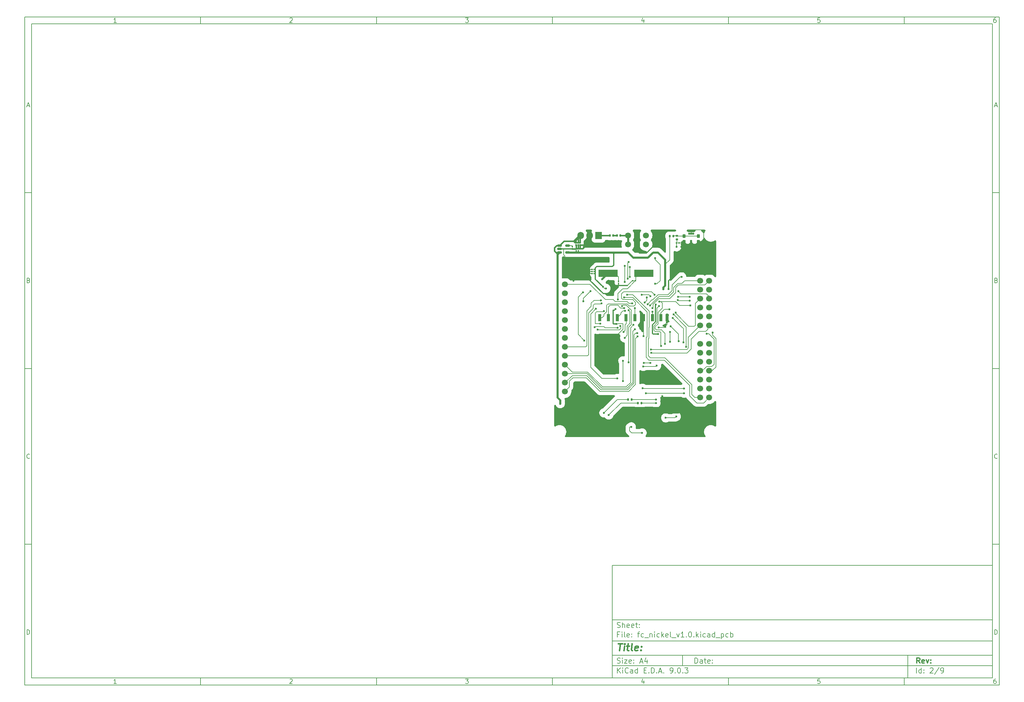
<source format=gbr>
%TF.GenerationSoftware,KiCad,Pcbnew,9.0.3*%
%TF.CreationDate,2025-08-31T17:25:54+05:30*%
%TF.ProjectId,fc_nickel_v1.0,66635f6e-6963-46b6-956c-5f76312e302e,rev?*%
%TF.SameCoordinates,Original*%
%TF.FileFunction,Copper,L2,Bot*%
%TF.FilePolarity,Positive*%
%FSLAX46Y46*%
G04 Gerber Fmt 4.6, Leading zero omitted, Abs format (unit mm)*
G04 Created by KiCad (PCBNEW 9.0.3) date 2025-08-31 17:25:54*
%MOMM*%
%LPD*%
G01*
G04 APERTURE LIST*
G04 Aperture macros list*
%AMRoundRect*
0 Rectangle with rounded corners*
0 $1 Rounding radius*
0 $2 $3 $4 $5 $6 $7 $8 $9 X,Y pos of 4 corners*
0 Add a 4 corners polygon primitive as box body*
4,1,4,$2,$3,$4,$5,$6,$7,$8,$9,$2,$3,0*
0 Add four circle primitives for the rounded corners*
1,1,$1+$1,$2,$3*
1,1,$1+$1,$4,$5*
1,1,$1+$1,$6,$7*
1,1,$1+$1,$8,$9*
0 Add four rect primitives between the rounded corners*
20,1,$1+$1,$2,$3,$4,$5,0*
20,1,$1+$1,$4,$5,$6,$7,0*
20,1,$1+$1,$6,$7,$8,$9,0*
20,1,$1+$1,$8,$9,$2,$3,0*%
G04 Aperture macros list end*
%ADD10C,0.100000*%
%ADD11C,0.150000*%
%ADD12C,0.300000*%
%ADD13C,0.400000*%
%TA.AperFunction,ComponentPad*%
%ADD14R,1.700000X1.700000*%
%TD*%
%TA.AperFunction,ComponentPad*%
%ADD15C,1.700000*%
%TD*%
%TA.AperFunction,ComponentPad*%
%ADD16O,1.200000X2.400000*%
%TD*%
%TA.AperFunction,ComponentPad*%
%ADD17O,1.100000X2.200000*%
%TD*%
%TA.AperFunction,SMDPad,CuDef*%
%ADD18RoundRect,0.140000X-0.140000X-0.170000X0.140000X-0.170000X0.140000X0.170000X-0.140000X0.170000X0*%
%TD*%
%TA.AperFunction,SMDPad,CuDef*%
%ADD19RoundRect,0.075000X0.212500X0.075000X-0.212500X0.075000X-0.212500X-0.075000X0.212500X-0.075000X0*%
%TD*%
%TA.AperFunction,SMDPad,CuDef*%
%ADD20R,5.500000X2.000000*%
%TD*%
%TA.AperFunction,SMDPad,CuDef*%
%ADD21RoundRect,0.075000X-0.075000X0.212500X-0.075000X-0.212500X0.075000X-0.212500X0.075000X0.212500X0*%
%TD*%
%TA.AperFunction,SMDPad,CuDef*%
%ADD22RoundRect,0.135000X0.135000X0.185000X-0.135000X0.185000X-0.135000X-0.185000X0.135000X-0.185000X0*%
%TD*%
%TA.AperFunction,SMDPad,CuDef*%
%ADD23RoundRect,0.075000X0.075000X-0.212500X0.075000X0.212500X-0.075000X0.212500X-0.075000X-0.212500X0*%
%TD*%
%TA.AperFunction,SMDPad,CuDef*%
%ADD24R,0.900000X2.100000*%
%TD*%
%TA.AperFunction,SMDPad,CuDef*%
%ADD25R,4.320000X3.200000*%
%TD*%
%TA.AperFunction,SMDPad,CuDef*%
%ADD26RoundRect,0.135000X0.185000X-0.135000X0.185000X0.135000X-0.185000X0.135000X-0.185000X-0.135000X0*%
%TD*%
%TA.AperFunction,SMDPad,CuDef*%
%ADD27RoundRect,0.135000X0.315000X0.365000X-0.315000X0.365000X-0.315000X-0.365000X0.315000X-0.365000X0*%
%TD*%
%TA.AperFunction,SMDPad,CuDef*%
%ADD28RoundRect,0.082500X0.767500X0.192500X-0.767500X0.192500X-0.767500X-0.192500X0.767500X-0.192500X0*%
%TD*%
%TA.AperFunction,ComponentPad*%
%ADD29R,1.905000X2.000000*%
%TD*%
%TA.AperFunction,ComponentPad*%
%ADD30O,1.905000X2.000000*%
%TD*%
%TA.AperFunction,SMDPad,CuDef*%
%ADD31RoundRect,0.075000X-0.212500X-0.075000X0.212500X-0.075000X0.212500X0.075000X-0.212500X0.075000X0*%
%TD*%
%TA.AperFunction,SMDPad,CuDef*%
%ADD32RoundRect,0.135000X-0.135000X-0.185000X0.135000X-0.185000X0.135000X0.185000X-0.135000X0.185000X0*%
%TD*%
%TA.AperFunction,SMDPad,CuDef*%
%ADD33R,0.500000X0.500000*%
%TD*%
%TA.AperFunction,SMDPad,CuDef*%
%ADD34RoundRect,0.150000X-0.512500X-0.150000X0.512500X-0.150000X0.512500X0.150000X-0.512500X0.150000X0*%
%TD*%
%TA.AperFunction,ViaPad*%
%ADD35C,0.600000*%
%TD*%
%TA.AperFunction,Conductor*%
%ADD36C,0.400000*%
%TD*%
%TA.AperFunction,Conductor*%
%ADD37C,0.300000*%
%TD*%
%TA.AperFunction,Conductor*%
%ADD38C,0.200000*%
%TD*%
%TA.AperFunction,Conductor*%
%ADD39C,0.127000*%
%TD*%
%TA.AperFunction,Conductor*%
%ADD40C,0.150000*%
%TD*%
%TA.AperFunction,Conductor*%
%ADD41C,0.600000*%
%TD*%
%TA.AperFunction,Conductor*%
%ADD42C,0.500000*%
%TD*%
G04 APERTURE END LIST*
D10*
D11*
X177002200Y-166007200D02*
X285002200Y-166007200D01*
X285002200Y-198007200D01*
X177002200Y-198007200D01*
X177002200Y-166007200D01*
D10*
D11*
X10000000Y-10000000D02*
X287002200Y-10000000D01*
X287002200Y-200007200D01*
X10000000Y-200007200D01*
X10000000Y-10000000D01*
D10*
D11*
X12000000Y-12000000D02*
X285002200Y-12000000D01*
X285002200Y-198007200D01*
X12000000Y-198007200D01*
X12000000Y-12000000D01*
D10*
D11*
X60000000Y-12000000D02*
X60000000Y-10000000D01*
D10*
D11*
X110000000Y-12000000D02*
X110000000Y-10000000D01*
D10*
D11*
X160000000Y-12000000D02*
X160000000Y-10000000D01*
D10*
D11*
X210000000Y-12000000D02*
X210000000Y-10000000D01*
D10*
D11*
X260000000Y-12000000D02*
X260000000Y-10000000D01*
D10*
D11*
X36089160Y-11593604D02*
X35346303Y-11593604D01*
X35717731Y-11593604D02*
X35717731Y-10293604D01*
X35717731Y-10293604D02*
X35593922Y-10479319D01*
X35593922Y-10479319D02*
X35470112Y-10603128D01*
X35470112Y-10603128D02*
X35346303Y-10665033D01*
D10*
D11*
X85346303Y-10417414D02*
X85408207Y-10355509D01*
X85408207Y-10355509D02*
X85532017Y-10293604D01*
X85532017Y-10293604D02*
X85841541Y-10293604D01*
X85841541Y-10293604D02*
X85965350Y-10355509D01*
X85965350Y-10355509D02*
X86027255Y-10417414D01*
X86027255Y-10417414D02*
X86089160Y-10541223D01*
X86089160Y-10541223D02*
X86089160Y-10665033D01*
X86089160Y-10665033D02*
X86027255Y-10850747D01*
X86027255Y-10850747D02*
X85284398Y-11593604D01*
X85284398Y-11593604D02*
X86089160Y-11593604D01*
D10*
D11*
X135284398Y-10293604D02*
X136089160Y-10293604D01*
X136089160Y-10293604D02*
X135655826Y-10788842D01*
X135655826Y-10788842D02*
X135841541Y-10788842D01*
X135841541Y-10788842D02*
X135965350Y-10850747D01*
X135965350Y-10850747D02*
X136027255Y-10912652D01*
X136027255Y-10912652D02*
X136089160Y-11036461D01*
X136089160Y-11036461D02*
X136089160Y-11345985D01*
X136089160Y-11345985D02*
X136027255Y-11469795D01*
X136027255Y-11469795D02*
X135965350Y-11531700D01*
X135965350Y-11531700D02*
X135841541Y-11593604D01*
X135841541Y-11593604D02*
X135470112Y-11593604D01*
X135470112Y-11593604D02*
X135346303Y-11531700D01*
X135346303Y-11531700D02*
X135284398Y-11469795D01*
D10*
D11*
X185965350Y-10726938D02*
X185965350Y-11593604D01*
X185655826Y-10231700D02*
X185346303Y-11160271D01*
X185346303Y-11160271D02*
X186151064Y-11160271D01*
D10*
D11*
X236027255Y-10293604D02*
X235408207Y-10293604D01*
X235408207Y-10293604D02*
X235346303Y-10912652D01*
X235346303Y-10912652D02*
X235408207Y-10850747D01*
X235408207Y-10850747D02*
X235532017Y-10788842D01*
X235532017Y-10788842D02*
X235841541Y-10788842D01*
X235841541Y-10788842D02*
X235965350Y-10850747D01*
X235965350Y-10850747D02*
X236027255Y-10912652D01*
X236027255Y-10912652D02*
X236089160Y-11036461D01*
X236089160Y-11036461D02*
X236089160Y-11345985D01*
X236089160Y-11345985D02*
X236027255Y-11469795D01*
X236027255Y-11469795D02*
X235965350Y-11531700D01*
X235965350Y-11531700D02*
X235841541Y-11593604D01*
X235841541Y-11593604D02*
X235532017Y-11593604D01*
X235532017Y-11593604D02*
X235408207Y-11531700D01*
X235408207Y-11531700D02*
X235346303Y-11469795D01*
D10*
D11*
X285965350Y-10293604D02*
X285717731Y-10293604D01*
X285717731Y-10293604D02*
X285593922Y-10355509D01*
X285593922Y-10355509D02*
X285532017Y-10417414D01*
X285532017Y-10417414D02*
X285408207Y-10603128D01*
X285408207Y-10603128D02*
X285346303Y-10850747D01*
X285346303Y-10850747D02*
X285346303Y-11345985D01*
X285346303Y-11345985D02*
X285408207Y-11469795D01*
X285408207Y-11469795D02*
X285470112Y-11531700D01*
X285470112Y-11531700D02*
X285593922Y-11593604D01*
X285593922Y-11593604D02*
X285841541Y-11593604D01*
X285841541Y-11593604D02*
X285965350Y-11531700D01*
X285965350Y-11531700D02*
X286027255Y-11469795D01*
X286027255Y-11469795D02*
X286089160Y-11345985D01*
X286089160Y-11345985D02*
X286089160Y-11036461D01*
X286089160Y-11036461D02*
X286027255Y-10912652D01*
X286027255Y-10912652D02*
X285965350Y-10850747D01*
X285965350Y-10850747D02*
X285841541Y-10788842D01*
X285841541Y-10788842D02*
X285593922Y-10788842D01*
X285593922Y-10788842D02*
X285470112Y-10850747D01*
X285470112Y-10850747D02*
X285408207Y-10912652D01*
X285408207Y-10912652D02*
X285346303Y-11036461D01*
D10*
D11*
X60000000Y-198007200D02*
X60000000Y-200007200D01*
D10*
D11*
X110000000Y-198007200D02*
X110000000Y-200007200D01*
D10*
D11*
X160000000Y-198007200D02*
X160000000Y-200007200D01*
D10*
D11*
X210000000Y-198007200D02*
X210000000Y-200007200D01*
D10*
D11*
X260000000Y-198007200D02*
X260000000Y-200007200D01*
D10*
D11*
X36089160Y-199600804D02*
X35346303Y-199600804D01*
X35717731Y-199600804D02*
X35717731Y-198300804D01*
X35717731Y-198300804D02*
X35593922Y-198486519D01*
X35593922Y-198486519D02*
X35470112Y-198610328D01*
X35470112Y-198610328D02*
X35346303Y-198672233D01*
D10*
D11*
X85346303Y-198424614D02*
X85408207Y-198362709D01*
X85408207Y-198362709D02*
X85532017Y-198300804D01*
X85532017Y-198300804D02*
X85841541Y-198300804D01*
X85841541Y-198300804D02*
X85965350Y-198362709D01*
X85965350Y-198362709D02*
X86027255Y-198424614D01*
X86027255Y-198424614D02*
X86089160Y-198548423D01*
X86089160Y-198548423D02*
X86089160Y-198672233D01*
X86089160Y-198672233D02*
X86027255Y-198857947D01*
X86027255Y-198857947D02*
X85284398Y-199600804D01*
X85284398Y-199600804D02*
X86089160Y-199600804D01*
D10*
D11*
X135284398Y-198300804D02*
X136089160Y-198300804D01*
X136089160Y-198300804D02*
X135655826Y-198796042D01*
X135655826Y-198796042D02*
X135841541Y-198796042D01*
X135841541Y-198796042D02*
X135965350Y-198857947D01*
X135965350Y-198857947D02*
X136027255Y-198919852D01*
X136027255Y-198919852D02*
X136089160Y-199043661D01*
X136089160Y-199043661D02*
X136089160Y-199353185D01*
X136089160Y-199353185D02*
X136027255Y-199476995D01*
X136027255Y-199476995D02*
X135965350Y-199538900D01*
X135965350Y-199538900D02*
X135841541Y-199600804D01*
X135841541Y-199600804D02*
X135470112Y-199600804D01*
X135470112Y-199600804D02*
X135346303Y-199538900D01*
X135346303Y-199538900D02*
X135284398Y-199476995D01*
D10*
D11*
X185965350Y-198734138D02*
X185965350Y-199600804D01*
X185655826Y-198238900D02*
X185346303Y-199167471D01*
X185346303Y-199167471D02*
X186151064Y-199167471D01*
D10*
D11*
X236027255Y-198300804D02*
X235408207Y-198300804D01*
X235408207Y-198300804D02*
X235346303Y-198919852D01*
X235346303Y-198919852D02*
X235408207Y-198857947D01*
X235408207Y-198857947D02*
X235532017Y-198796042D01*
X235532017Y-198796042D02*
X235841541Y-198796042D01*
X235841541Y-198796042D02*
X235965350Y-198857947D01*
X235965350Y-198857947D02*
X236027255Y-198919852D01*
X236027255Y-198919852D02*
X236089160Y-199043661D01*
X236089160Y-199043661D02*
X236089160Y-199353185D01*
X236089160Y-199353185D02*
X236027255Y-199476995D01*
X236027255Y-199476995D02*
X235965350Y-199538900D01*
X235965350Y-199538900D02*
X235841541Y-199600804D01*
X235841541Y-199600804D02*
X235532017Y-199600804D01*
X235532017Y-199600804D02*
X235408207Y-199538900D01*
X235408207Y-199538900D02*
X235346303Y-199476995D01*
D10*
D11*
X285965350Y-198300804D02*
X285717731Y-198300804D01*
X285717731Y-198300804D02*
X285593922Y-198362709D01*
X285593922Y-198362709D02*
X285532017Y-198424614D01*
X285532017Y-198424614D02*
X285408207Y-198610328D01*
X285408207Y-198610328D02*
X285346303Y-198857947D01*
X285346303Y-198857947D02*
X285346303Y-199353185D01*
X285346303Y-199353185D02*
X285408207Y-199476995D01*
X285408207Y-199476995D02*
X285470112Y-199538900D01*
X285470112Y-199538900D02*
X285593922Y-199600804D01*
X285593922Y-199600804D02*
X285841541Y-199600804D01*
X285841541Y-199600804D02*
X285965350Y-199538900D01*
X285965350Y-199538900D02*
X286027255Y-199476995D01*
X286027255Y-199476995D02*
X286089160Y-199353185D01*
X286089160Y-199353185D02*
X286089160Y-199043661D01*
X286089160Y-199043661D02*
X286027255Y-198919852D01*
X286027255Y-198919852D02*
X285965350Y-198857947D01*
X285965350Y-198857947D02*
X285841541Y-198796042D01*
X285841541Y-198796042D02*
X285593922Y-198796042D01*
X285593922Y-198796042D02*
X285470112Y-198857947D01*
X285470112Y-198857947D02*
X285408207Y-198919852D01*
X285408207Y-198919852D02*
X285346303Y-199043661D01*
D10*
D11*
X10000000Y-60000000D02*
X12000000Y-60000000D01*
D10*
D11*
X10000000Y-110000000D02*
X12000000Y-110000000D01*
D10*
D11*
X10000000Y-160000000D02*
X12000000Y-160000000D01*
D10*
D11*
X10690476Y-35222176D02*
X11309523Y-35222176D01*
X10566666Y-35593604D02*
X10999999Y-34293604D01*
X10999999Y-34293604D02*
X11433333Y-35593604D01*
D10*
D11*
X11092857Y-84912652D02*
X11278571Y-84974557D01*
X11278571Y-84974557D02*
X11340476Y-85036461D01*
X11340476Y-85036461D02*
X11402380Y-85160271D01*
X11402380Y-85160271D02*
X11402380Y-85345985D01*
X11402380Y-85345985D02*
X11340476Y-85469795D01*
X11340476Y-85469795D02*
X11278571Y-85531700D01*
X11278571Y-85531700D02*
X11154761Y-85593604D01*
X11154761Y-85593604D02*
X10659523Y-85593604D01*
X10659523Y-85593604D02*
X10659523Y-84293604D01*
X10659523Y-84293604D02*
X11092857Y-84293604D01*
X11092857Y-84293604D02*
X11216666Y-84355509D01*
X11216666Y-84355509D02*
X11278571Y-84417414D01*
X11278571Y-84417414D02*
X11340476Y-84541223D01*
X11340476Y-84541223D02*
X11340476Y-84665033D01*
X11340476Y-84665033D02*
X11278571Y-84788842D01*
X11278571Y-84788842D02*
X11216666Y-84850747D01*
X11216666Y-84850747D02*
X11092857Y-84912652D01*
X11092857Y-84912652D02*
X10659523Y-84912652D01*
D10*
D11*
X11402380Y-135469795D02*
X11340476Y-135531700D01*
X11340476Y-135531700D02*
X11154761Y-135593604D01*
X11154761Y-135593604D02*
X11030952Y-135593604D01*
X11030952Y-135593604D02*
X10845238Y-135531700D01*
X10845238Y-135531700D02*
X10721428Y-135407890D01*
X10721428Y-135407890D02*
X10659523Y-135284080D01*
X10659523Y-135284080D02*
X10597619Y-135036461D01*
X10597619Y-135036461D02*
X10597619Y-134850747D01*
X10597619Y-134850747D02*
X10659523Y-134603128D01*
X10659523Y-134603128D02*
X10721428Y-134479319D01*
X10721428Y-134479319D02*
X10845238Y-134355509D01*
X10845238Y-134355509D02*
X11030952Y-134293604D01*
X11030952Y-134293604D02*
X11154761Y-134293604D01*
X11154761Y-134293604D02*
X11340476Y-134355509D01*
X11340476Y-134355509D02*
X11402380Y-134417414D01*
D10*
D11*
X10659523Y-185593604D02*
X10659523Y-184293604D01*
X10659523Y-184293604D02*
X10969047Y-184293604D01*
X10969047Y-184293604D02*
X11154761Y-184355509D01*
X11154761Y-184355509D02*
X11278571Y-184479319D01*
X11278571Y-184479319D02*
X11340476Y-184603128D01*
X11340476Y-184603128D02*
X11402380Y-184850747D01*
X11402380Y-184850747D02*
X11402380Y-185036461D01*
X11402380Y-185036461D02*
X11340476Y-185284080D01*
X11340476Y-185284080D02*
X11278571Y-185407890D01*
X11278571Y-185407890D02*
X11154761Y-185531700D01*
X11154761Y-185531700D02*
X10969047Y-185593604D01*
X10969047Y-185593604D02*
X10659523Y-185593604D01*
D10*
D11*
X287002200Y-60000000D02*
X285002200Y-60000000D01*
D10*
D11*
X287002200Y-110000000D02*
X285002200Y-110000000D01*
D10*
D11*
X287002200Y-160000000D02*
X285002200Y-160000000D01*
D10*
D11*
X285692676Y-35222176D02*
X286311723Y-35222176D01*
X285568866Y-35593604D02*
X286002199Y-34293604D01*
X286002199Y-34293604D02*
X286435533Y-35593604D01*
D10*
D11*
X286095057Y-84912652D02*
X286280771Y-84974557D01*
X286280771Y-84974557D02*
X286342676Y-85036461D01*
X286342676Y-85036461D02*
X286404580Y-85160271D01*
X286404580Y-85160271D02*
X286404580Y-85345985D01*
X286404580Y-85345985D02*
X286342676Y-85469795D01*
X286342676Y-85469795D02*
X286280771Y-85531700D01*
X286280771Y-85531700D02*
X286156961Y-85593604D01*
X286156961Y-85593604D02*
X285661723Y-85593604D01*
X285661723Y-85593604D02*
X285661723Y-84293604D01*
X285661723Y-84293604D02*
X286095057Y-84293604D01*
X286095057Y-84293604D02*
X286218866Y-84355509D01*
X286218866Y-84355509D02*
X286280771Y-84417414D01*
X286280771Y-84417414D02*
X286342676Y-84541223D01*
X286342676Y-84541223D02*
X286342676Y-84665033D01*
X286342676Y-84665033D02*
X286280771Y-84788842D01*
X286280771Y-84788842D02*
X286218866Y-84850747D01*
X286218866Y-84850747D02*
X286095057Y-84912652D01*
X286095057Y-84912652D02*
X285661723Y-84912652D01*
D10*
D11*
X286404580Y-135469795D02*
X286342676Y-135531700D01*
X286342676Y-135531700D02*
X286156961Y-135593604D01*
X286156961Y-135593604D02*
X286033152Y-135593604D01*
X286033152Y-135593604D02*
X285847438Y-135531700D01*
X285847438Y-135531700D02*
X285723628Y-135407890D01*
X285723628Y-135407890D02*
X285661723Y-135284080D01*
X285661723Y-135284080D02*
X285599819Y-135036461D01*
X285599819Y-135036461D02*
X285599819Y-134850747D01*
X285599819Y-134850747D02*
X285661723Y-134603128D01*
X285661723Y-134603128D02*
X285723628Y-134479319D01*
X285723628Y-134479319D02*
X285847438Y-134355509D01*
X285847438Y-134355509D02*
X286033152Y-134293604D01*
X286033152Y-134293604D02*
X286156961Y-134293604D01*
X286156961Y-134293604D02*
X286342676Y-134355509D01*
X286342676Y-134355509D02*
X286404580Y-134417414D01*
D10*
D11*
X285661723Y-185593604D02*
X285661723Y-184293604D01*
X285661723Y-184293604D02*
X285971247Y-184293604D01*
X285971247Y-184293604D02*
X286156961Y-184355509D01*
X286156961Y-184355509D02*
X286280771Y-184479319D01*
X286280771Y-184479319D02*
X286342676Y-184603128D01*
X286342676Y-184603128D02*
X286404580Y-184850747D01*
X286404580Y-184850747D02*
X286404580Y-185036461D01*
X286404580Y-185036461D02*
X286342676Y-185284080D01*
X286342676Y-185284080D02*
X286280771Y-185407890D01*
X286280771Y-185407890D02*
X286156961Y-185531700D01*
X286156961Y-185531700D02*
X285971247Y-185593604D01*
X285971247Y-185593604D02*
X285661723Y-185593604D01*
D10*
D11*
X200458026Y-193793328D02*
X200458026Y-192293328D01*
X200458026Y-192293328D02*
X200815169Y-192293328D01*
X200815169Y-192293328D02*
X201029455Y-192364757D01*
X201029455Y-192364757D02*
X201172312Y-192507614D01*
X201172312Y-192507614D02*
X201243741Y-192650471D01*
X201243741Y-192650471D02*
X201315169Y-192936185D01*
X201315169Y-192936185D02*
X201315169Y-193150471D01*
X201315169Y-193150471D02*
X201243741Y-193436185D01*
X201243741Y-193436185D02*
X201172312Y-193579042D01*
X201172312Y-193579042D02*
X201029455Y-193721900D01*
X201029455Y-193721900D02*
X200815169Y-193793328D01*
X200815169Y-193793328D02*
X200458026Y-193793328D01*
X202600884Y-193793328D02*
X202600884Y-193007614D01*
X202600884Y-193007614D02*
X202529455Y-192864757D01*
X202529455Y-192864757D02*
X202386598Y-192793328D01*
X202386598Y-192793328D02*
X202100884Y-192793328D01*
X202100884Y-192793328D02*
X201958026Y-192864757D01*
X202600884Y-193721900D02*
X202458026Y-193793328D01*
X202458026Y-193793328D02*
X202100884Y-193793328D01*
X202100884Y-193793328D02*
X201958026Y-193721900D01*
X201958026Y-193721900D02*
X201886598Y-193579042D01*
X201886598Y-193579042D02*
X201886598Y-193436185D01*
X201886598Y-193436185D02*
X201958026Y-193293328D01*
X201958026Y-193293328D02*
X202100884Y-193221900D01*
X202100884Y-193221900D02*
X202458026Y-193221900D01*
X202458026Y-193221900D02*
X202600884Y-193150471D01*
X203100884Y-192793328D02*
X203672312Y-192793328D01*
X203315169Y-192293328D02*
X203315169Y-193579042D01*
X203315169Y-193579042D02*
X203386598Y-193721900D01*
X203386598Y-193721900D02*
X203529455Y-193793328D01*
X203529455Y-193793328D02*
X203672312Y-193793328D01*
X204743741Y-193721900D02*
X204600884Y-193793328D01*
X204600884Y-193793328D02*
X204315170Y-193793328D01*
X204315170Y-193793328D02*
X204172312Y-193721900D01*
X204172312Y-193721900D02*
X204100884Y-193579042D01*
X204100884Y-193579042D02*
X204100884Y-193007614D01*
X204100884Y-193007614D02*
X204172312Y-192864757D01*
X204172312Y-192864757D02*
X204315170Y-192793328D01*
X204315170Y-192793328D02*
X204600884Y-192793328D01*
X204600884Y-192793328D02*
X204743741Y-192864757D01*
X204743741Y-192864757D02*
X204815170Y-193007614D01*
X204815170Y-193007614D02*
X204815170Y-193150471D01*
X204815170Y-193150471D02*
X204100884Y-193293328D01*
X205458026Y-193650471D02*
X205529455Y-193721900D01*
X205529455Y-193721900D02*
X205458026Y-193793328D01*
X205458026Y-193793328D02*
X205386598Y-193721900D01*
X205386598Y-193721900D02*
X205458026Y-193650471D01*
X205458026Y-193650471D02*
X205458026Y-193793328D01*
X205458026Y-192864757D02*
X205529455Y-192936185D01*
X205529455Y-192936185D02*
X205458026Y-193007614D01*
X205458026Y-193007614D02*
X205386598Y-192936185D01*
X205386598Y-192936185D02*
X205458026Y-192864757D01*
X205458026Y-192864757D02*
X205458026Y-193007614D01*
D10*
D11*
X177002200Y-194507200D02*
X285002200Y-194507200D01*
D10*
D11*
X178458026Y-196593328D02*
X178458026Y-195093328D01*
X179315169Y-196593328D02*
X178672312Y-195736185D01*
X179315169Y-195093328D02*
X178458026Y-195950471D01*
X179958026Y-196593328D02*
X179958026Y-195593328D01*
X179958026Y-195093328D02*
X179886598Y-195164757D01*
X179886598Y-195164757D02*
X179958026Y-195236185D01*
X179958026Y-195236185D02*
X180029455Y-195164757D01*
X180029455Y-195164757D02*
X179958026Y-195093328D01*
X179958026Y-195093328D02*
X179958026Y-195236185D01*
X181529455Y-196450471D02*
X181458027Y-196521900D01*
X181458027Y-196521900D02*
X181243741Y-196593328D01*
X181243741Y-196593328D02*
X181100884Y-196593328D01*
X181100884Y-196593328D02*
X180886598Y-196521900D01*
X180886598Y-196521900D02*
X180743741Y-196379042D01*
X180743741Y-196379042D02*
X180672312Y-196236185D01*
X180672312Y-196236185D02*
X180600884Y-195950471D01*
X180600884Y-195950471D02*
X180600884Y-195736185D01*
X180600884Y-195736185D02*
X180672312Y-195450471D01*
X180672312Y-195450471D02*
X180743741Y-195307614D01*
X180743741Y-195307614D02*
X180886598Y-195164757D01*
X180886598Y-195164757D02*
X181100884Y-195093328D01*
X181100884Y-195093328D02*
X181243741Y-195093328D01*
X181243741Y-195093328D02*
X181458027Y-195164757D01*
X181458027Y-195164757D02*
X181529455Y-195236185D01*
X182815170Y-196593328D02*
X182815170Y-195807614D01*
X182815170Y-195807614D02*
X182743741Y-195664757D01*
X182743741Y-195664757D02*
X182600884Y-195593328D01*
X182600884Y-195593328D02*
X182315170Y-195593328D01*
X182315170Y-195593328D02*
X182172312Y-195664757D01*
X182815170Y-196521900D02*
X182672312Y-196593328D01*
X182672312Y-196593328D02*
X182315170Y-196593328D01*
X182315170Y-196593328D02*
X182172312Y-196521900D01*
X182172312Y-196521900D02*
X182100884Y-196379042D01*
X182100884Y-196379042D02*
X182100884Y-196236185D01*
X182100884Y-196236185D02*
X182172312Y-196093328D01*
X182172312Y-196093328D02*
X182315170Y-196021900D01*
X182315170Y-196021900D02*
X182672312Y-196021900D01*
X182672312Y-196021900D02*
X182815170Y-195950471D01*
X184172313Y-196593328D02*
X184172313Y-195093328D01*
X184172313Y-196521900D02*
X184029455Y-196593328D01*
X184029455Y-196593328D02*
X183743741Y-196593328D01*
X183743741Y-196593328D02*
X183600884Y-196521900D01*
X183600884Y-196521900D02*
X183529455Y-196450471D01*
X183529455Y-196450471D02*
X183458027Y-196307614D01*
X183458027Y-196307614D02*
X183458027Y-195879042D01*
X183458027Y-195879042D02*
X183529455Y-195736185D01*
X183529455Y-195736185D02*
X183600884Y-195664757D01*
X183600884Y-195664757D02*
X183743741Y-195593328D01*
X183743741Y-195593328D02*
X184029455Y-195593328D01*
X184029455Y-195593328D02*
X184172313Y-195664757D01*
X186029455Y-195807614D02*
X186529455Y-195807614D01*
X186743741Y-196593328D02*
X186029455Y-196593328D01*
X186029455Y-196593328D02*
X186029455Y-195093328D01*
X186029455Y-195093328D02*
X186743741Y-195093328D01*
X187386598Y-196450471D02*
X187458027Y-196521900D01*
X187458027Y-196521900D02*
X187386598Y-196593328D01*
X187386598Y-196593328D02*
X187315170Y-196521900D01*
X187315170Y-196521900D02*
X187386598Y-196450471D01*
X187386598Y-196450471D02*
X187386598Y-196593328D01*
X188100884Y-196593328D02*
X188100884Y-195093328D01*
X188100884Y-195093328D02*
X188458027Y-195093328D01*
X188458027Y-195093328D02*
X188672313Y-195164757D01*
X188672313Y-195164757D02*
X188815170Y-195307614D01*
X188815170Y-195307614D02*
X188886599Y-195450471D01*
X188886599Y-195450471D02*
X188958027Y-195736185D01*
X188958027Y-195736185D02*
X188958027Y-195950471D01*
X188958027Y-195950471D02*
X188886599Y-196236185D01*
X188886599Y-196236185D02*
X188815170Y-196379042D01*
X188815170Y-196379042D02*
X188672313Y-196521900D01*
X188672313Y-196521900D02*
X188458027Y-196593328D01*
X188458027Y-196593328D02*
X188100884Y-196593328D01*
X189600884Y-196450471D02*
X189672313Y-196521900D01*
X189672313Y-196521900D02*
X189600884Y-196593328D01*
X189600884Y-196593328D02*
X189529456Y-196521900D01*
X189529456Y-196521900D02*
X189600884Y-196450471D01*
X189600884Y-196450471D02*
X189600884Y-196593328D01*
X190243742Y-196164757D02*
X190958028Y-196164757D01*
X190100885Y-196593328D02*
X190600885Y-195093328D01*
X190600885Y-195093328D02*
X191100885Y-196593328D01*
X191600884Y-196450471D02*
X191672313Y-196521900D01*
X191672313Y-196521900D02*
X191600884Y-196593328D01*
X191600884Y-196593328D02*
X191529456Y-196521900D01*
X191529456Y-196521900D02*
X191600884Y-196450471D01*
X191600884Y-196450471D02*
X191600884Y-196593328D01*
X193529456Y-196593328D02*
X193815170Y-196593328D01*
X193815170Y-196593328D02*
X193958027Y-196521900D01*
X193958027Y-196521900D02*
X194029456Y-196450471D01*
X194029456Y-196450471D02*
X194172313Y-196236185D01*
X194172313Y-196236185D02*
X194243742Y-195950471D01*
X194243742Y-195950471D02*
X194243742Y-195379042D01*
X194243742Y-195379042D02*
X194172313Y-195236185D01*
X194172313Y-195236185D02*
X194100885Y-195164757D01*
X194100885Y-195164757D02*
X193958027Y-195093328D01*
X193958027Y-195093328D02*
X193672313Y-195093328D01*
X193672313Y-195093328D02*
X193529456Y-195164757D01*
X193529456Y-195164757D02*
X193458027Y-195236185D01*
X193458027Y-195236185D02*
X193386599Y-195379042D01*
X193386599Y-195379042D02*
X193386599Y-195736185D01*
X193386599Y-195736185D02*
X193458027Y-195879042D01*
X193458027Y-195879042D02*
X193529456Y-195950471D01*
X193529456Y-195950471D02*
X193672313Y-196021900D01*
X193672313Y-196021900D02*
X193958027Y-196021900D01*
X193958027Y-196021900D02*
X194100885Y-195950471D01*
X194100885Y-195950471D02*
X194172313Y-195879042D01*
X194172313Y-195879042D02*
X194243742Y-195736185D01*
X194886598Y-196450471D02*
X194958027Y-196521900D01*
X194958027Y-196521900D02*
X194886598Y-196593328D01*
X194886598Y-196593328D02*
X194815170Y-196521900D01*
X194815170Y-196521900D02*
X194886598Y-196450471D01*
X194886598Y-196450471D02*
X194886598Y-196593328D01*
X195886599Y-195093328D02*
X196029456Y-195093328D01*
X196029456Y-195093328D02*
X196172313Y-195164757D01*
X196172313Y-195164757D02*
X196243742Y-195236185D01*
X196243742Y-195236185D02*
X196315170Y-195379042D01*
X196315170Y-195379042D02*
X196386599Y-195664757D01*
X196386599Y-195664757D02*
X196386599Y-196021900D01*
X196386599Y-196021900D02*
X196315170Y-196307614D01*
X196315170Y-196307614D02*
X196243742Y-196450471D01*
X196243742Y-196450471D02*
X196172313Y-196521900D01*
X196172313Y-196521900D02*
X196029456Y-196593328D01*
X196029456Y-196593328D02*
X195886599Y-196593328D01*
X195886599Y-196593328D02*
X195743742Y-196521900D01*
X195743742Y-196521900D02*
X195672313Y-196450471D01*
X195672313Y-196450471D02*
X195600884Y-196307614D01*
X195600884Y-196307614D02*
X195529456Y-196021900D01*
X195529456Y-196021900D02*
X195529456Y-195664757D01*
X195529456Y-195664757D02*
X195600884Y-195379042D01*
X195600884Y-195379042D02*
X195672313Y-195236185D01*
X195672313Y-195236185D02*
X195743742Y-195164757D01*
X195743742Y-195164757D02*
X195886599Y-195093328D01*
X197029455Y-196450471D02*
X197100884Y-196521900D01*
X197100884Y-196521900D02*
X197029455Y-196593328D01*
X197029455Y-196593328D02*
X196958027Y-196521900D01*
X196958027Y-196521900D02*
X197029455Y-196450471D01*
X197029455Y-196450471D02*
X197029455Y-196593328D01*
X197600884Y-195093328D02*
X198529456Y-195093328D01*
X198529456Y-195093328D02*
X198029456Y-195664757D01*
X198029456Y-195664757D02*
X198243741Y-195664757D01*
X198243741Y-195664757D02*
X198386599Y-195736185D01*
X198386599Y-195736185D02*
X198458027Y-195807614D01*
X198458027Y-195807614D02*
X198529456Y-195950471D01*
X198529456Y-195950471D02*
X198529456Y-196307614D01*
X198529456Y-196307614D02*
X198458027Y-196450471D01*
X198458027Y-196450471D02*
X198386599Y-196521900D01*
X198386599Y-196521900D02*
X198243741Y-196593328D01*
X198243741Y-196593328D02*
X197815170Y-196593328D01*
X197815170Y-196593328D02*
X197672313Y-196521900D01*
X197672313Y-196521900D02*
X197600884Y-196450471D01*
D10*
D11*
X177002200Y-191507200D02*
X285002200Y-191507200D01*
D10*
D12*
X264413853Y-193785528D02*
X263913853Y-193071242D01*
X263556710Y-193785528D02*
X263556710Y-192285528D01*
X263556710Y-192285528D02*
X264128139Y-192285528D01*
X264128139Y-192285528D02*
X264270996Y-192356957D01*
X264270996Y-192356957D02*
X264342425Y-192428385D01*
X264342425Y-192428385D02*
X264413853Y-192571242D01*
X264413853Y-192571242D02*
X264413853Y-192785528D01*
X264413853Y-192785528D02*
X264342425Y-192928385D01*
X264342425Y-192928385D02*
X264270996Y-192999814D01*
X264270996Y-192999814D02*
X264128139Y-193071242D01*
X264128139Y-193071242D02*
X263556710Y-193071242D01*
X265628139Y-193714100D02*
X265485282Y-193785528D01*
X265485282Y-193785528D02*
X265199568Y-193785528D01*
X265199568Y-193785528D02*
X265056710Y-193714100D01*
X265056710Y-193714100D02*
X264985282Y-193571242D01*
X264985282Y-193571242D02*
X264985282Y-192999814D01*
X264985282Y-192999814D02*
X265056710Y-192856957D01*
X265056710Y-192856957D02*
X265199568Y-192785528D01*
X265199568Y-192785528D02*
X265485282Y-192785528D01*
X265485282Y-192785528D02*
X265628139Y-192856957D01*
X265628139Y-192856957D02*
X265699568Y-192999814D01*
X265699568Y-192999814D02*
X265699568Y-193142671D01*
X265699568Y-193142671D02*
X264985282Y-193285528D01*
X266199567Y-192785528D02*
X266556710Y-193785528D01*
X266556710Y-193785528D02*
X266913853Y-192785528D01*
X267485281Y-193642671D02*
X267556710Y-193714100D01*
X267556710Y-193714100D02*
X267485281Y-193785528D01*
X267485281Y-193785528D02*
X267413853Y-193714100D01*
X267413853Y-193714100D02*
X267485281Y-193642671D01*
X267485281Y-193642671D02*
X267485281Y-193785528D01*
X267485281Y-192856957D02*
X267556710Y-192928385D01*
X267556710Y-192928385D02*
X267485281Y-192999814D01*
X267485281Y-192999814D02*
X267413853Y-192928385D01*
X267413853Y-192928385D02*
X267485281Y-192856957D01*
X267485281Y-192856957D02*
X267485281Y-192999814D01*
D10*
D11*
X178386598Y-193721900D02*
X178600884Y-193793328D01*
X178600884Y-193793328D02*
X178958026Y-193793328D01*
X178958026Y-193793328D02*
X179100884Y-193721900D01*
X179100884Y-193721900D02*
X179172312Y-193650471D01*
X179172312Y-193650471D02*
X179243741Y-193507614D01*
X179243741Y-193507614D02*
X179243741Y-193364757D01*
X179243741Y-193364757D02*
X179172312Y-193221900D01*
X179172312Y-193221900D02*
X179100884Y-193150471D01*
X179100884Y-193150471D02*
X178958026Y-193079042D01*
X178958026Y-193079042D02*
X178672312Y-193007614D01*
X178672312Y-193007614D02*
X178529455Y-192936185D01*
X178529455Y-192936185D02*
X178458026Y-192864757D01*
X178458026Y-192864757D02*
X178386598Y-192721900D01*
X178386598Y-192721900D02*
X178386598Y-192579042D01*
X178386598Y-192579042D02*
X178458026Y-192436185D01*
X178458026Y-192436185D02*
X178529455Y-192364757D01*
X178529455Y-192364757D02*
X178672312Y-192293328D01*
X178672312Y-192293328D02*
X179029455Y-192293328D01*
X179029455Y-192293328D02*
X179243741Y-192364757D01*
X179886597Y-193793328D02*
X179886597Y-192793328D01*
X179886597Y-192293328D02*
X179815169Y-192364757D01*
X179815169Y-192364757D02*
X179886597Y-192436185D01*
X179886597Y-192436185D02*
X179958026Y-192364757D01*
X179958026Y-192364757D02*
X179886597Y-192293328D01*
X179886597Y-192293328D02*
X179886597Y-192436185D01*
X180458026Y-192793328D02*
X181243741Y-192793328D01*
X181243741Y-192793328D02*
X180458026Y-193793328D01*
X180458026Y-193793328D02*
X181243741Y-193793328D01*
X182386598Y-193721900D02*
X182243741Y-193793328D01*
X182243741Y-193793328D02*
X181958027Y-193793328D01*
X181958027Y-193793328D02*
X181815169Y-193721900D01*
X181815169Y-193721900D02*
X181743741Y-193579042D01*
X181743741Y-193579042D02*
X181743741Y-193007614D01*
X181743741Y-193007614D02*
X181815169Y-192864757D01*
X181815169Y-192864757D02*
X181958027Y-192793328D01*
X181958027Y-192793328D02*
X182243741Y-192793328D01*
X182243741Y-192793328D02*
X182386598Y-192864757D01*
X182386598Y-192864757D02*
X182458027Y-193007614D01*
X182458027Y-193007614D02*
X182458027Y-193150471D01*
X182458027Y-193150471D02*
X181743741Y-193293328D01*
X183100883Y-193650471D02*
X183172312Y-193721900D01*
X183172312Y-193721900D02*
X183100883Y-193793328D01*
X183100883Y-193793328D02*
X183029455Y-193721900D01*
X183029455Y-193721900D02*
X183100883Y-193650471D01*
X183100883Y-193650471D02*
X183100883Y-193793328D01*
X183100883Y-192864757D02*
X183172312Y-192936185D01*
X183172312Y-192936185D02*
X183100883Y-193007614D01*
X183100883Y-193007614D02*
X183029455Y-192936185D01*
X183029455Y-192936185D02*
X183100883Y-192864757D01*
X183100883Y-192864757D02*
X183100883Y-193007614D01*
X184886598Y-193364757D02*
X185600884Y-193364757D01*
X184743741Y-193793328D02*
X185243741Y-192293328D01*
X185243741Y-192293328D02*
X185743741Y-193793328D01*
X186886598Y-192793328D02*
X186886598Y-193793328D01*
X186529455Y-192221900D02*
X186172312Y-193293328D01*
X186172312Y-193293328D02*
X187100883Y-193293328D01*
D10*
D11*
X263458026Y-196593328D02*
X263458026Y-195093328D01*
X264815170Y-196593328D02*
X264815170Y-195093328D01*
X264815170Y-196521900D02*
X264672312Y-196593328D01*
X264672312Y-196593328D02*
X264386598Y-196593328D01*
X264386598Y-196593328D02*
X264243741Y-196521900D01*
X264243741Y-196521900D02*
X264172312Y-196450471D01*
X264172312Y-196450471D02*
X264100884Y-196307614D01*
X264100884Y-196307614D02*
X264100884Y-195879042D01*
X264100884Y-195879042D02*
X264172312Y-195736185D01*
X264172312Y-195736185D02*
X264243741Y-195664757D01*
X264243741Y-195664757D02*
X264386598Y-195593328D01*
X264386598Y-195593328D02*
X264672312Y-195593328D01*
X264672312Y-195593328D02*
X264815170Y-195664757D01*
X265529455Y-196450471D02*
X265600884Y-196521900D01*
X265600884Y-196521900D02*
X265529455Y-196593328D01*
X265529455Y-196593328D02*
X265458027Y-196521900D01*
X265458027Y-196521900D02*
X265529455Y-196450471D01*
X265529455Y-196450471D02*
X265529455Y-196593328D01*
X265529455Y-195664757D02*
X265600884Y-195736185D01*
X265600884Y-195736185D02*
X265529455Y-195807614D01*
X265529455Y-195807614D02*
X265458027Y-195736185D01*
X265458027Y-195736185D02*
X265529455Y-195664757D01*
X265529455Y-195664757D02*
X265529455Y-195807614D01*
X267315170Y-195236185D02*
X267386598Y-195164757D01*
X267386598Y-195164757D02*
X267529456Y-195093328D01*
X267529456Y-195093328D02*
X267886598Y-195093328D01*
X267886598Y-195093328D02*
X268029456Y-195164757D01*
X268029456Y-195164757D02*
X268100884Y-195236185D01*
X268100884Y-195236185D02*
X268172313Y-195379042D01*
X268172313Y-195379042D02*
X268172313Y-195521900D01*
X268172313Y-195521900D02*
X268100884Y-195736185D01*
X268100884Y-195736185D02*
X267243741Y-196593328D01*
X267243741Y-196593328D02*
X268172313Y-196593328D01*
X269886598Y-195021900D02*
X268600884Y-196950471D01*
X270458027Y-196593328D02*
X270743741Y-196593328D01*
X270743741Y-196593328D02*
X270886598Y-196521900D01*
X270886598Y-196521900D02*
X270958027Y-196450471D01*
X270958027Y-196450471D02*
X271100884Y-196236185D01*
X271100884Y-196236185D02*
X271172313Y-195950471D01*
X271172313Y-195950471D02*
X271172313Y-195379042D01*
X271172313Y-195379042D02*
X271100884Y-195236185D01*
X271100884Y-195236185D02*
X271029456Y-195164757D01*
X271029456Y-195164757D02*
X270886598Y-195093328D01*
X270886598Y-195093328D02*
X270600884Y-195093328D01*
X270600884Y-195093328D02*
X270458027Y-195164757D01*
X270458027Y-195164757D02*
X270386598Y-195236185D01*
X270386598Y-195236185D02*
X270315170Y-195379042D01*
X270315170Y-195379042D02*
X270315170Y-195736185D01*
X270315170Y-195736185D02*
X270386598Y-195879042D01*
X270386598Y-195879042D02*
X270458027Y-195950471D01*
X270458027Y-195950471D02*
X270600884Y-196021900D01*
X270600884Y-196021900D02*
X270886598Y-196021900D01*
X270886598Y-196021900D02*
X271029456Y-195950471D01*
X271029456Y-195950471D02*
X271100884Y-195879042D01*
X271100884Y-195879042D02*
X271172313Y-195736185D01*
D10*
D11*
X177002200Y-187507200D02*
X285002200Y-187507200D01*
D10*
D13*
X178693928Y-188211638D02*
X179836785Y-188211638D01*
X179015357Y-190211638D02*
X179265357Y-188211638D01*
X180253452Y-190211638D02*
X180420119Y-188878304D01*
X180503452Y-188211638D02*
X180396309Y-188306876D01*
X180396309Y-188306876D02*
X180479643Y-188402114D01*
X180479643Y-188402114D02*
X180586786Y-188306876D01*
X180586786Y-188306876D02*
X180503452Y-188211638D01*
X180503452Y-188211638D02*
X180479643Y-188402114D01*
X181086786Y-188878304D02*
X181848690Y-188878304D01*
X181455833Y-188211638D02*
X181241548Y-189925923D01*
X181241548Y-189925923D02*
X181312976Y-190116400D01*
X181312976Y-190116400D02*
X181491548Y-190211638D01*
X181491548Y-190211638D02*
X181682024Y-190211638D01*
X182634405Y-190211638D02*
X182455833Y-190116400D01*
X182455833Y-190116400D02*
X182384405Y-189925923D01*
X182384405Y-189925923D02*
X182598690Y-188211638D01*
X184170119Y-190116400D02*
X183967738Y-190211638D01*
X183967738Y-190211638D02*
X183586785Y-190211638D01*
X183586785Y-190211638D02*
X183408214Y-190116400D01*
X183408214Y-190116400D02*
X183336785Y-189925923D01*
X183336785Y-189925923D02*
X183432024Y-189164019D01*
X183432024Y-189164019D02*
X183551071Y-188973542D01*
X183551071Y-188973542D02*
X183753452Y-188878304D01*
X183753452Y-188878304D02*
X184134404Y-188878304D01*
X184134404Y-188878304D02*
X184312976Y-188973542D01*
X184312976Y-188973542D02*
X184384404Y-189164019D01*
X184384404Y-189164019D02*
X184360595Y-189354495D01*
X184360595Y-189354495D02*
X183384404Y-189544971D01*
X185134405Y-190021161D02*
X185217738Y-190116400D01*
X185217738Y-190116400D02*
X185110595Y-190211638D01*
X185110595Y-190211638D02*
X185027262Y-190116400D01*
X185027262Y-190116400D02*
X185134405Y-190021161D01*
X185134405Y-190021161D02*
X185110595Y-190211638D01*
X185265357Y-188973542D02*
X185348690Y-189068780D01*
X185348690Y-189068780D02*
X185241548Y-189164019D01*
X185241548Y-189164019D02*
X185158214Y-189068780D01*
X185158214Y-189068780D02*
X185265357Y-188973542D01*
X185265357Y-188973542D02*
X185241548Y-189164019D01*
D10*
D11*
X178958026Y-185607614D02*
X178458026Y-185607614D01*
X178458026Y-186393328D02*
X178458026Y-184893328D01*
X178458026Y-184893328D02*
X179172312Y-184893328D01*
X179743740Y-186393328D02*
X179743740Y-185393328D01*
X179743740Y-184893328D02*
X179672312Y-184964757D01*
X179672312Y-184964757D02*
X179743740Y-185036185D01*
X179743740Y-185036185D02*
X179815169Y-184964757D01*
X179815169Y-184964757D02*
X179743740Y-184893328D01*
X179743740Y-184893328D02*
X179743740Y-185036185D01*
X180672312Y-186393328D02*
X180529455Y-186321900D01*
X180529455Y-186321900D02*
X180458026Y-186179042D01*
X180458026Y-186179042D02*
X180458026Y-184893328D01*
X181815169Y-186321900D02*
X181672312Y-186393328D01*
X181672312Y-186393328D02*
X181386598Y-186393328D01*
X181386598Y-186393328D02*
X181243740Y-186321900D01*
X181243740Y-186321900D02*
X181172312Y-186179042D01*
X181172312Y-186179042D02*
X181172312Y-185607614D01*
X181172312Y-185607614D02*
X181243740Y-185464757D01*
X181243740Y-185464757D02*
X181386598Y-185393328D01*
X181386598Y-185393328D02*
X181672312Y-185393328D01*
X181672312Y-185393328D02*
X181815169Y-185464757D01*
X181815169Y-185464757D02*
X181886598Y-185607614D01*
X181886598Y-185607614D02*
X181886598Y-185750471D01*
X181886598Y-185750471D02*
X181172312Y-185893328D01*
X182529454Y-186250471D02*
X182600883Y-186321900D01*
X182600883Y-186321900D02*
X182529454Y-186393328D01*
X182529454Y-186393328D02*
X182458026Y-186321900D01*
X182458026Y-186321900D02*
X182529454Y-186250471D01*
X182529454Y-186250471D02*
X182529454Y-186393328D01*
X182529454Y-185464757D02*
X182600883Y-185536185D01*
X182600883Y-185536185D02*
X182529454Y-185607614D01*
X182529454Y-185607614D02*
X182458026Y-185536185D01*
X182458026Y-185536185D02*
X182529454Y-185464757D01*
X182529454Y-185464757D02*
X182529454Y-185607614D01*
X184172312Y-185393328D02*
X184743740Y-185393328D01*
X184386597Y-186393328D02*
X184386597Y-185107614D01*
X184386597Y-185107614D02*
X184458026Y-184964757D01*
X184458026Y-184964757D02*
X184600883Y-184893328D01*
X184600883Y-184893328D02*
X184743740Y-184893328D01*
X185886598Y-186321900D02*
X185743740Y-186393328D01*
X185743740Y-186393328D02*
X185458026Y-186393328D01*
X185458026Y-186393328D02*
X185315169Y-186321900D01*
X185315169Y-186321900D02*
X185243740Y-186250471D01*
X185243740Y-186250471D02*
X185172312Y-186107614D01*
X185172312Y-186107614D02*
X185172312Y-185679042D01*
X185172312Y-185679042D02*
X185243740Y-185536185D01*
X185243740Y-185536185D02*
X185315169Y-185464757D01*
X185315169Y-185464757D02*
X185458026Y-185393328D01*
X185458026Y-185393328D02*
X185743740Y-185393328D01*
X185743740Y-185393328D02*
X185886598Y-185464757D01*
X186172312Y-186536185D02*
X187315169Y-186536185D01*
X187672311Y-185393328D02*
X187672311Y-186393328D01*
X187672311Y-185536185D02*
X187743740Y-185464757D01*
X187743740Y-185464757D02*
X187886597Y-185393328D01*
X187886597Y-185393328D02*
X188100883Y-185393328D01*
X188100883Y-185393328D02*
X188243740Y-185464757D01*
X188243740Y-185464757D02*
X188315169Y-185607614D01*
X188315169Y-185607614D02*
X188315169Y-186393328D01*
X189029454Y-186393328D02*
X189029454Y-185393328D01*
X189029454Y-184893328D02*
X188958026Y-184964757D01*
X188958026Y-184964757D02*
X189029454Y-185036185D01*
X189029454Y-185036185D02*
X189100883Y-184964757D01*
X189100883Y-184964757D02*
X189029454Y-184893328D01*
X189029454Y-184893328D02*
X189029454Y-185036185D01*
X190386598Y-186321900D02*
X190243740Y-186393328D01*
X190243740Y-186393328D02*
X189958026Y-186393328D01*
X189958026Y-186393328D02*
X189815169Y-186321900D01*
X189815169Y-186321900D02*
X189743740Y-186250471D01*
X189743740Y-186250471D02*
X189672312Y-186107614D01*
X189672312Y-186107614D02*
X189672312Y-185679042D01*
X189672312Y-185679042D02*
X189743740Y-185536185D01*
X189743740Y-185536185D02*
X189815169Y-185464757D01*
X189815169Y-185464757D02*
X189958026Y-185393328D01*
X189958026Y-185393328D02*
X190243740Y-185393328D01*
X190243740Y-185393328D02*
X190386598Y-185464757D01*
X191029454Y-186393328D02*
X191029454Y-184893328D01*
X191172312Y-185821900D02*
X191600883Y-186393328D01*
X191600883Y-185393328D02*
X191029454Y-185964757D01*
X192815169Y-186321900D02*
X192672312Y-186393328D01*
X192672312Y-186393328D02*
X192386598Y-186393328D01*
X192386598Y-186393328D02*
X192243740Y-186321900D01*
X192243740Y-186321900D02*
X192172312Y-186179042D01*
X192172312Y-186179042D02*
X192172312Y-185607614D01*
X192172312Y-185607614D02*
X192243740Y-185464757D01*
X192243740Y-185464757D02*
X192386598Y-185393328D01*
X192386598Y-185393328D02*
X192672312Y-185393328D01*
X192672312Y-185393328D02*
X192815169Y-185464757D01*
X192815169Y-185464757D02*
X192886598Y-185607614D01*
X192886598Y-185607614D02*
X192886598Y-185750471D01*
X192886598Y-185750471D02*
X192172312Y-185893328D01*
X193743740Y-186393328D02*
X193600883Y-186321900D01*
X193600883Y-186321900D02*
X193529454Y-186179042D01*
X193529454Y-186179042D02*
X193529454Y-184893328D01*
X193958026Y-186536185D02*
X195100883Y-186536185D01*
X195315168Y-185393328D02*
X195672311Y-186393328D01*
X195672311Y-186393328D02*
X196029454Y-185393328D01*
X197386597Y-186393328D02*
X196529454Y-186393328D01*
X196958025Y-186393328D02*
X196958025Y-184893328D01*
X196958025Y-184893328D02*
X196815168Y-185107614D01*
X196815168Y-185107614D02*
X196672311Y-185250471D01*
X196672311Y-185250471D02*
X196529454Y-185321900D01*
X198029453Y-186250471D02*
X198100882Y-186321900D01*
X198100882Y-186321900D02*
X198029453Y-186393328D01*
X198029453Y-186393328D02*
X197958025Y-186321900D01*
X197958025Y-186321900D02*
X198029453Y-186250471D01*
X198029453Y-186250471D02*
X198029453Y-186393328D01*
X199029454Y-184893328D02*
X199172311Y-184893328D01*
X199172311Y-184893328D02*
X199315168Y-184964757D01*
X199315168Y-184964757D02*
X199386597Y-185036185D01*
X199386597Y-185036185D02*
X199458025Y-185179042D01*
X199458025Y-185179042D02*
X199529454Y-185464757D01*
X199529454Y-185464757D02*
X199529454Y-185821900D01*
X199529454Y-185821900D02*
X199458025Y-186107614D01*
X199458025Y-186107614D02*
X199386597Y-186250471D01*
X199386597Y-186250471D02*
X199315168Y-186321900D01*
X199315168Y-186321900D02*
X199172311Y-186393328D01*
X199172311Y-186393328D02*
X199029454Y-186393328D01*
X199029454Y-186393328D02*
X198886597Y-186321900D01*
X198886597Y-186321900D02*
X198815168Y-186250471D01*
X198815168Y-186250471D02*
X198743739Y-186107614D01*
X198743739Y-186107614D02*
X198672311Y-185821900D01*
X198672311Y-185821900D02*
X198672311Y-185464757D01*
X198672311Y-185464757D02*
X198743739Y-185179042D01*
X198743739Y-185179042D02*
X198815168Y-185036185D01*
X198815168Y-185036185D02*
X198886597Y-184964757D01*
X198886597Y-184964757D02*
X199029454Y-184893328D01*
X200172310Y-186250471D02*
X200243739Y-186321900D01*
X200243739Y-186321900D02*
X200172310Y-186393328D01*
X200172310Y-186393328D02*
X200100882Y-186321900D01*
X200100882Y-186321900D02*
X200172310Y-186250471D01*
X200172310Y-186250471D02*
X200172310Y-186393328D01*
X200886596Y-186393328D02*
X200886596Y-184893328D01*
X201029454Y-185821900D02*
X201458025Y-186393328D01*
X201458025Y-185393328D02*
X200886596Y-185964757D01*
X202100882Y-186393328D02*
X202100882Y-185393328D01*
X202100882Y-184893328D02*
X202029454Y-184964757D01*
X202029454Y-184964757D02*
X202100882Y-185036185D01*
X202100882Y-185036185D02*
X202172311Y-184964757D01*
X202172311Y-184964757D02*
X202100882Y-184893328D01*
X202100882Y-184893328D02*
X202100882Y-185036185D01*
X203458026Y-186321900D02*
X203315168Y-186393328D01*
X203315168Y-186393328D02*
X203029454Y-186393328D01*
X203029454Y-186393328D02*
X202886597Y-186321900D01*
X202886597Y-186321900D02*
X202815168Y-186250471D01*
X202815168Y-186250471D02*
X202743740Y-186107614D01*
X202743740Y-186107614D02*
X202743740Y-185679042D01*
X202743740Y-185679042D02*
X202815168Y-185536185D01*
X202815168Y-185536185D02*
X202886597Y-185464757D01*
X202886597Y-185464757D02*
X203029454Y-185393328D01*
X203029454Y-185393328D02*
X203315168Y-185393328D01*
X203315168Y-185393328D02*
X203458026Y-185464757D01*
X204743740Y-186393328D02*
X204743740Y-185607614D01*
X204743740Y-185607614D02*
X204672311Y-185464757D01*
X204672311Y-185464757D02*
X204529454Y-185393328D01*
X204529454Y-185393328D02*
X204243740Y-185393328D01*
X204243740Y-185393328D02*
X204100882Y-185464757D01*
X204743740Y-186321900D02*
X204600882Y-186393328D01*
X204600882Y-186393328D02*
X204243740Y-186393328D01*
X204243740Y-186393328D02*
X204100882Y-186321900D01*
X204100882Y-186321900D02*
X204029454Y-186179042D01*
X204029454Y-186179042D02*
X204029454Y-186036185D01*
X204029454Y-186036185D02*
X204100882Y-185893328D01*
X204100882Y-185893328D02*
X204243740Y-185821900D01*
X204243740Y-185821900D02*
X204600882Y-185821900D01*
X204600882Y-185821900D02*
X204743740Y-185750471D01*
X206100883Y-186393328D02*
X206100883Y-184893328D01*
X206100883Y-186321900D02*
X205958025Y-186393328D01*
X205958025Y-186393328D02*
X205672311Y-186393328D01*
X205672311Y-186393328D02*
X205529454Y-186321900D01*
X205529454Y-186321900D02*
X205458025Y-186250471D01*
X205458025Y-186250471D02*
X205386597Y-186107614D01*
X205386597Y-186107614D02*
X205386597Y-185679042D01*
X205386597Y-185679042D02*
X205458025Y-185536185D01*
X205458025Y-185536185D02*
X205529454Y-185464757D01*
X205529454Y-185464757D02*
X205672311Y-185393328D01*
X205672311Y-185393328D02*
X205958025Y-185393328D01*
X205958025Y-185393328D02*
X206100883Y-185464757D01*
X206458026Y-186536185D02*
X207600883Y-186536185D01*
X207958025Y-185393328D02*
X207958025Y-186893328D01*
X207958025Y-185464757D02*
X208100883Y-185393328D01*
X208100883Y-185393328D02*
X208386597Y-185393328D01*
X208386597Y-185393328D02*
X208529454Y-185464757D01*
X208529454Y-185464757D02*
X208600883Y-185536185D01*
X208600883Y-185536185D02*
X208672311Y-185679042D01*
X208672311Y-185679042D02*
X208672311Y-186107614D01*
X208672311Y-186107614D02*
X208600883Y-186250471D01*
X208600883Y-186250471D02*
X208529454Y-186321900D01*
X208529454Y-186321900D02*
X208386597Y-186393328D01*
X208386597Y-186393328D02*
X208100883Y-186393328D01*
X208100883Y-186393328D02*
X207958025Y-186321900D01*
X209958026Y-186321900D02*
X209815168Y-186393328D01*
X209815168Y-186393328D02*
X209529454Y-186393328D01*
X209529454Y-186393328D02*
X209386597Y-186321900D01*
X209386597Y-186321900D02*
X209315168Y-186250471D01*
X209315168Y-186250471D02*
X209243740Y-186107614D01*
X209243740Y-186107614D02*
X209243740Y-185679042D01*
X209243740Y-185679042D02*
X209315168Y-185536185D01*
X209315168Y-185536185D02*
X209386597Y-185464757D01*
X209386597Y-185464757D02*
X209529454Y-185393328D01*
X209529454Y-185393328D02*
X209815168Y-185393328D01*
X209815168Y-185393328D02*
X209958026Y-185464757D01*
X210600882Y-186393328D02*
X210600882Y-184893328D01*
X210600882Y-185464757D02*
X210743740Y-185393328D01*
X210743740Y-185393328D02*
X211029454Y-185393328D01*
X211029454Y-185393328D02*
X211172311Y-185464757D01*
X211172311Y-185464757D02*
X211243740Y-185536185D01*
X211243740Y-185536185D02*
X211315168Y-185679042D01*
X211315168Y-185679042D02*
X211315168Y-186107614D01*
X211315168Y-186107614D02*
X211243740Y-186250471D01*
X211243740Y-186250471D02*
X211172311Y-186321900D01*
X211172311Y-186321900D02*
X211029454Y-186393328D01*
X211029454Y-186393328D02*
X210743740Y-186393328D01*
X210743740Y-186393328D02*
X210600882Y-186321900D01*
D10*
D11*
X177002200Y-181507200D02*
X285002200Y-181507200D01*
D10*
D11*
X178386598Y-183621900D02*
X178600884Y-183693328D01*
X178600884Y-183693328D02*
X178958026Y-183693328D01*
X178958026Y-183693328D02*
X179100884Y-183621900D01*
X179100884Y-183621900D02*
X179172312Y-183550471D01*
X179172312Y-183550471D02*
X179243741Y-183407614D01*
X179243741Y-183407614D02*
X179243741Y-183264757D01*
X179243741Y-183264757D02*
X179172312Y-183121900D01*
X179172312Y-183121900D02*
X179100884Y-183050471D01*
X179100884Y-183050471D02*
X178958026Y-182979042D01*
X178958026Y-182979042D02*
X178672312Y-182907614D01*
X178672312Y-182907614D02*
X178529455Y-182836185D01*
X178529455Y-182836185D02*
X178458026Y-182764757D01*
X178458026Y-182764757D02*
X178386598Y-182621900D01*
X178386598Y-182621900D02*
X178386598Y-182479042D01*
X178386598Y-182479042D02*
X178458026Y-182336185D01*
X178458026Y-182336185D02*
X178529455Y-182264757D01*
X178529455Y-182264757D02*
X178672312Y-182193328D01*
X178672312Y-182193328D02*
X179029455Y-182193328D01*
X179029455Y-182193328D02*
X179243741Y-182264757D01*
X179886597Y-183693328D02*
X179886597Y-182193328D01*
X180529455Y-183693328D02*
X180529455Y-182907614D01*
X180529455Y-182907614D02*
X180458026Y-182764757D01*
X180458026Y-182764757D02*
X180315169Y-182693328D01*
X180315169Y-182693328D02*
X180100883Y-182693328D01*
X180100883Y-182693328D02*
X179958026Y-182764757D01*
X179958026Y-182764757D02*
X179886597Y-182836185D01*
X181815169Y-183621900D02*
X181672312Y-183693328D01*
X181672312Y-183693328D02*
X181386598Y-183693328D01*
X181386598Y-183693328D02*
X181243740Y-183621900D01*
X181243740Y-183621900D02*
X181172312Y-183479042D01*
X181172312Y-183479042D02*
X181172312Y-182907614D01*
X181172312Y-182907614D02*
X181243740Y-182764757D01*
X181243740Y-182764757D02*
X181386598Y-182693328D01*
X181386598Y-182693328D02*
X181672312Y-182693328D01*
X181672312Y-182693328D02*
X181815169Y-182764757D01*
X181815169Y-182764757D02*
X181886598Y-182907614D01*
X181886598Y-182907614D02*
X181886598Y-183050471D01*
X181886598Y-183050471D02*
X181172312Y-183193328D01*
X183100883Y-183621900D02*
X182958026Y-183693328D01*
X182958026Y-183693328D02*
X182672312Y-183693328D01*
X182672312Y-183693328D02*
X182529454Y-183621900D01*
X182529454Y-183621900D02*
X182458026Y-183479042D01*
X182458026Y-183479042D02*
X182458026Y-182907614D01*
X182458026Y-182907614D02*
X182529454Y-182764757D01*
X182529454Y-182764757D02*
X182672312Y-182693328D01*
X182672312Y-182693328D02*
X182958026Y-182693328D01*
X182958026Y-182693328D02*
X183100883Y-182764757D01*
X183100883Y-182764757D02*
X183172312Y-182907614D01*
X183172312Y-182907614D02*
X183172312Y-183050471D01*
X183172312Y-183050471D02*
X182458026Y-183193328D01*
X183600883Y-182693328D02*
X184172311Y-182693328D01*
X183815168Y-182193328D02*
X183815168Y-183479042D01*
X183815168Y-183479042D02*
X183886597Y-183621900D01*
X183886597Y-183621900D02*
X184029454Y-183693328D01*
X184029454Y-183693328D02*
X184172311Y-183693328D01*
X184672311Y-183550471D02*
X184743740Y-183621900D01*
X184743740Y-183621900D02*
X184672311Y-183693328D01*
X184672311Y-183693328D02*
X184600883Y-183621900D01*
X184600883Y-183621900D02*
X184672311Y-183550471D01*
X184672311Y-183550471D02*
X184672311Y-183693328D01*
X184672311Y-182764757D02*
X184743740Y-182836185D01*
X184743740Y-182836185D02*
X184672311Y-182907614D01*
X184672311Y-182907614D02*
X184600883Y-182836185D01*
X184600883Y-182836185D02*
X184672311Y-182764757D01*
X184672311Y-182764757D02*
X184672311Y-182907614D01*
D10*
D11*
X197002200Y-191507200D02*
X197002200Y-194507200D01*
D10*
D11*
X261002200Y-191507200D02*
X261002200Y-198007200D01*
D14*
%TO.P,U10,1*%
%TO.N,GND*%
X202000000Y-82460000D03*
%TO.P,U10,2*%
X204540000Y-82460000D03*
D15*
%TO.P,U10,3*%
%TO.N,/adc_v1*%
X202000000Y-85000000D03*
%TO.P,U10,4*%
%TO.N,/adc_a1*%
X204540000Y-85000000D03*
%TO.P,U10,5*%
%TO.N,/adc_v2*%
X202000000Y-87540000D03*
%TO.P,U10,6*%
%TO.N,/adc_v3*%
X204540000Y-87540000D03*
%TO.P,U10,7*%
%TO.N,/gpoi_out1*%
X202000000Y-90080000D03*
%TO.P,U10,8*%
%TO.N,/gpoi_out2*%
X204540000Y-90080000D03*
%TO.P,U10,9*%
%TO.N,/can1_rx*%
X202000000Y-92620000D03*
%TO.P,U10,10*%
%TO.N,/can1_tx*%
X204540000Y-92620000D03*
%TO.P,U10,11*%
%TO.N,/i2c1_scl*%
X202000000Y-95160000D03*
%TO.P,U10,12*%
%TO.N,/i2c1_sda*%
X204540000Y-95160000D03*
%TO.P,U10,13*%
%TO.N,/i2c2_scl*%
X202000000Y-97700000D03*
%TO.P,U10,14*%
%TO.N,/i2c2_sda*%
X204540000Y-97700000D03*
%TD*%
D14*
%TO.P,U8,1*%
%TO.N,GND*%
X163500000Y-83500000D03*
D15*
%TO.P,U8,2*%
%TO.N,/pwm_led*%
X163500000Y-86040000D03*
%TO.P,U8,3*%
%TO.N,/pwm1*%
X163500000Y-88580000D03*
%TO.P,U8,4*%
%TO.N,/pwm2*%
X163500000Y-91120000D03*
%TO.P,U8,5*%
%TO.N,/pwm3*%
X163500000Y-93660000D03*
%TO.P,U8,6*%
%TO.N,/pwm4*%
X163500000Y-96200000D03*
%TO.P,U8,7*%
%TO.N,/pwm5*%
X163500000Y-98740000D03*
%TO.P,U8,8*%
%TO.N,/pwm6*%
X163500000Y-101280000D03*
%TO.P,U8,9*%
%TO.N,/pwm11*%
X163500000Y-103820000D03*
%TO.P,U8,10*%
%TO.N,/pwm12*%
X163500000Y-106360000D03*
%TO.P,U8,11*%
%TO.N,/pwm10*%
X163500000Y-108900000D03*
%TO.P,U8,12*%
%TO.N,/pwm9*%
X163500000Y-111440000D03*
%TO.P,U8,13*%
%TO.N,/pwm8*%
X163500000Y-113980000D03*
%TO.P,U8,14*%
%TO.N,/pwm7*%
X163500000Y-116520000D03*
%TD*%
D16*
%TO.P,J2,SH1,SHIELD*%
%TO.N,GND*%
X165700000Y-127450000D03*
D17*
%TO.P,J2,SH2,SHIELD*%
X166975000Y-125350000D03*
%TO.P,J2,SH3,SHIELD*%
X171425000Y-125350000D03*
D16*
%TO.P,J2,SH4,SHIELD*%
X172700000Y-127450000D03*
%TD*%
D15*
%TO.P,U11,1*%
%TO.N,/v_in*%
X181460000Y-74680000D03*
%TO.P,U11,2*%
X181460000Y-72140000D03*
D14*
%TO.P,U11,3*%
%TO.N,GND*%
X184000000Y-74680000D03*
%TO.P,U11,4*%
X184000000Y-72140000D03*
D15*
%TO.P,U11,5*%
%TO.N,unconnected-(U11-Pad5)*%
X186540000Y-74680000D03*
%TO.P,U11,6*%
%TO.N,/buzzer_out*%
X186540000Y-72140000D03*
%TD*%
%TO.P,U9,1*%
%TO.N,/urt1_rx*%
X202000000Y-103000000D03*
%TO.P,U9,2*%
%TO.N,/urt1_tx*%
X204540000Y-103000000D03*
%TO.P,U9,3*%
%TO.N,/urt2_rx*%
X202000000Y-105540000D03*
%TO.P,U9,4*%
%TO.N,/urt2_tx*%
X204540000Y-105540000D03*
%TO.P,U9,5*%
%TO.N,/urt3_rx*%
X202000000Y-108080000D03*
%TO.P,U9,6*%
%TO.N,/urt3_tx*%
X204540000Y-108080000D03*
%TO.P,U9,7*%
%TO.N,/urt4_rx*%
X202000000Y-110620000D03*
%TO.P,U9,8*%
%TO.N,/urt4_tx*%
X204540000Y-110620000D03*
%TO.P,U9,9*%
%TO.N,/urt6_rx*%
X202000000Y-113160000D03*
%TO.P,U9,10*%
%TO.N,/urt6_tx*%
X204540000Y-113160000D03*
%TO.P,U9,11*%
%TO.N,/urt7_rx*%
X202000000Y-115700000D03*
%TO.P,U9,12*%
%TO.N,/urt7_tx*%
X204540000Y-115700000D03*
%TO.P,U9,13*%
%TO.N,/urt8_rx*%
X202000000Y-118240000D03*
%TO.P,U9,14*%
%TO.N,/urt8_tx*%
X204540000Y-118240000D03*
%TD*%
D18*
%TO.P,D4,1,K*%
%TO.N,/v_in*%
X176320000Y-72200000D03*
%TO.P,D4,2,A*%
%TO.N,Net-(D3-K)*%
X177280000Y-72200000D03*
%TD*%
D19*
%TO.P,C15,1*%
%TO.N,/mcu_3.3v*%
X171937500Y-82400000D03*
%TO.P,C15,2*%
%TO.N,GND*%
X171262500Y-82400000D03*
%TD*%
D20*
%TO.P,Y2,1*%
%TO.N,/osc_2*%
X185960000Y-82900000D03*
%TO.P,Y2,2*%
%TO.N,/osc_1*%
X175800000Y-82900000D03*
%TD*%
D19*
%TO.P,C2,1*%
%TO.N,/osc_2*%
X183537500Y-85000000D03*
%TO.P,C2,2*%
%TO.N,GND*%
X182862500Y-85000000D03*
%TD*%
D21*
%TO.P,C4,1*%
%TO.N,/osc_1*%
X178800000Y-85225000D03*
%TO.P,C4,2*%
%TO.N,GND*%
X178800000Y-85900000D03*
%TD*%
D19*
%TO.P,C13,1*%
%TO.N,/mcu_3.3v*%
X171937500Y-81800000D03*
%TO.P,C13,2*%
%TO.N,GND*%
X171262500Y-81800000D03*
%TD*%
D22*
%TO.P,R9,1*%
%TO.N,/OTG_FS_DM*%
X182510000Y-118800000D03*
%TO.P,R9,2*%
%TO.N,Net-(J2-D-)*%
X181490000Y-118800000D03*
%TD*%
D21*
%TO.P,C18,1*%
%TO.N,/5v_ref*%
X167300000Y-74212500D03*
%TO.P,C18,2*%
%TO.N,GND*%
X167300000Y-74887500D03*
%TD*%
D18*
%TO.P,D3,1,K*%
%TO.N,Net-(D3-K)*%
X178320000Y-72200000D03*
%TO.P,D3,2,A*%
%TO.N,+12V*%
X179280000Y-72200000D03*
%TD*%
D23*
%TO.P,C15,1*%
%TO.N,/mcu_3.3v*%
X167300000Y-76587500D03*
%TO.P,C15,2*%
%TO.N,GND*%
X167300000Y-75912500D03*
%TD*%
D21*
%TO.P,C12,1*%
%TO.N,Net-(U2-BP)*%
X165600000Y-75262500D03*
%TO.P,C12,2*%
%TO.N,GND*%
X165600000Y-75937500D03*
%TD*%
D22*
%TO.P,R10,1*%
%TO.N,/OTG_FS_DP*%
X185310000Y-119800000D03*
%TO.P,R10,2*%
%TO.N,Net-(J2-D+)*%
X184290000Y-119800000D03*
%TD*%
D24*
%TO.P,J1,1,DAT2*%
%TO.N,/SDMMC1_D2*%
X173400000Y-95500000D03*
%TO.P,J1,2,DAT3/CD*%
%TO.N,/SDMMC1_D3*%
X175900000Y-95500000D03*
%TO.P,J1,3,CMD*%
%TO.N,/SDMMC1_CMD*%
X178400000Y-95500000D03*
%TO.P,J1,4,VDD*%
%TO.N,/mcu_3.3v*%
X180900000Y-95500000D03*
%TO.P,J1,5,CLK*%
%TO.N,/SDMMC1_CK*%
X183400000Y-95500000D03*
%TO.P,J1,6,VSS*%
%TO.N,GND*%
X185900000Y-95500000D03*
%TO.P,J1,7,DAT0*%
%TO.N,/SDMMC1_D0*%
X188400000Y-95500000D03*
%TO.P,J1,8,DAT1*%
%TO.N,/SDMMC1_D1*%
X190825000Y-95500000D03*
D25*
%TO.P,J1,9,SHIELD*%
%TO.N,GND*%
X193845000Y-121150000D03*
D24*
X192525000Y-95500000D03*
D25*
X170065000Y-121150000D03*
%TD*%
D26*
%TO.P,R8,1*%
%TO.N,/boot0*%
X195325000Y-73270000D03*
%TO.P,R8,2*%
%TO.N,Net-(R7-Pad2)*%
X195325000Y-72250000D03*
%TD*%
D23*
%TO.P,C14,1*%
%TO.N,/mcu_3.3v*%
X166700000Y-76575000D03*
%TO.P,C14,2*%
%TO.N,GND*%
X166700000Y-75900000D03*
%TD*%
D27*
%TO.P,boot0,1,1*%
%TO.N,Net-(R7-Pad2)*%
X201450000Y-72300000D03*
X197350000Y-72300000D03*
%TO.P,boot0,2,2*%
%TO.N,GND*%
X201450000Y-73900000D03*
X197350000Y-73900000D03*
D28*
%TO.P,boot0,SH,B*%
X199400000Y-71675000D03*
%TD*%
D21*
%TO.P,C19,1*%
%TO.N,/5v_ref*%
X167850000Y-74212500D03*
%TO.P,C19,2*%
%TO.N,GND*%
X167850000Y-74887500D03*
%TD*%
D29*
%TO.P,U3,1,VI*%
%TO.N,/v_in*%
X173080000Y-72200000D03*
D30*
%TO.P,U3,2,GND*%
%TO.N,GND*%
X170540000Y-72200000D03*
%TO.P,U3,3,VO*%
%TO.N,/5v_ref*%
X168000000Y-72200000D03*
%TD*%
D31*
%TO.P,C6,1*%
%TO.N,/boot0*%
X195250000Y-74250000D03*
%TO.P,C6,2*%
%TO.N,GND*%
X195925000Y-74250000D03*
%TD*%
D32*
%TO.P,R7,1*%
%TO.N,/mcu_3.3v*%
X193325000Y-72350000D03*
%TO.P,R7,2*%
%TO.N,Net-(R7-Pad2)*%
X194345000Y-72350000D03*
%TD*%
D33*
%TO.P,REF\u002A\u002A,*%
%TO.N,*%
X199150000Y-92090000D03*
%TD*%
D21*
%TO.P,C1,1*%
%TO.N,/5v_ref*%
X166680000Y-74192500D03*
%TO.P,C1,2*%
%TO.N,GND*%
X166680000Y-74867500D03*
%TD*%
D34*
%TO.P,U2,1,IN*%
%TO.N,/5v_ref*%
X162000000Y-76950000D03*
%TO.P,U2,2,GND*%
%TO.N,GND*%
X162000000Y-76000000D03*
%TO.P,U2,3,EN*%
%TO.N,/5v_ref*%
X162000000Y-75050000D03*
%TO.P,U2,4,BP*%
%TO.N,Net-(U2-BP)*%
X164275000Y-75050000D03*
%TO.P,U2,5,OUT*%
%TO.N,/mcu_3.3v*%
X164275000Y-76950000D03*
%TD*%
D19*
%TO.P,C16,1*%
%TO.N,/mcu_3.3v*%
X171937500Y-83000000D03*
%TO.P,C16,2*%
%TO.N,GND*%
X171262500Y-83000000D03*
%TD*%
D35*
%TO.N,GND*%
X176600000Y-108600000D03*
X190550000Y-71750000D03*
X192000000Y-113200000D03*
X177800000Y-104900000D03*
X173000000Y-109000000D03*
X196000000Y-128000000D03*
X189900000Y-71100000D03*
X171000000Y-79000000D03*
X196600000Y-76700000D03*
X166000000Y-84000000D03*
X197280000Y-78260000D03*
X193000000Y-87400000D03*
X172600000Y-107400000D03*
X175200000Y-128000000D03*
X190800000Y-113800000D03*
X161100000Y-121500000D03*
X199000000Y-122000000D03*
X200000000Y-78000000D03*
X167400000Y-79700000D03*
X175000000Y-125000000D03*
X168800000Y-123600000D03*
X166300000Y-80200000D03*
X176600000Y-102500000D03*
X167200000Y-128600000D03*
X204000000Y-75000000D03*
X177875000Y-93100000D03*
X162612500Y-124000000D03*
X178600000Y-109200000D03*
X176000000Y-85000000D03*
X204000000Y-78000000D03*
X173000000Y-79000000D03*
X201000000Y-124000000D03*
X170065000Y-118600000D03*
X178200000Y-97300000D03*
X204000000Y-123000000D03*
X186200000Y-126600000D03*
X188600000Y-113800000D03*
X185900000Y-100800000D03*
X177000000Y-127000000D03*
X173000000Y-104000000D03*
X170000000Y-116000000D03*
X196600000Y-75400000D03*
X200000000Y-127000000D03*
X179000000Y-128800000D03*
X181800000Y-125000000D03*
X191200000Y-117900000D03*
X175000000Y-104000000D03*
X190200000Y-98300000D03*
X166000000Y-85000000D03*
%TO.N,/5v_ref*%
X162200000Y-120000000D03*
X162200000Y-119000000D03*
%TO.N,/osc_2*%
X178552000Y-90400000D03*
%TO.N,/osc_1*%
X174120000Y-84580000D03*
X168800000Y-90870000D03*
X170810000Y-87980000D03*
%TO.N,/boot0*%
X195300000Y-75400000D03*
X180500000Y-80800000D03*
X180500000Y-85400000D03*
%TO.N,/mcu_3.3v*%
X175200000Y-87200000D03*
X190000000Y-100200000D03*
X191500000Y-87400000D03*
X174650000Y-93700000D03*
X189344968Y-91800000D03*
X173600000Y-97250000D03*
X174354968Y-86754968D03*
X180200000Y-99600000D03*
%TO.N,/SDMMC1_CK*%
X186200000Y-91252000D03*
X183400000Y-92800000D03*
X186800000Y-89800000D03*
%TO.N,/SDMMC1_D2*%
X189000000Y-89000000D03*
%TO.N,/SDMMC1_CMD*%
X180600000Y-93600000D03*
%TO.N,/SDMMC1_D1*%
X193200000Y-93200000D03*
%TO.N,/SDMMC1_D0*%
X188400000Y-93800000D03*
%TO.N,/SDMMC1_D3*%
X180400000Y-92800000D03*
X187800000Y-89400000D03*
X185400000Y-89000000D03*
%TO.N,/buzzer*%
X189200000Y-85900000D03*
X189175000Y-78575000D03*
%TO.N,/i2c2_sda*%
X188100000Y-105500000D03*
%TO.N,/spi2_miso*%
X185466000Y-128300000D03*
X182400000Y-126575500D03*
%TO.N,/pwm9*%
X183400000Y-98800000D03*
%TO.N,/pwm1*%
X178500000Y-98400000D03*
X172000000Y-98250000D03*
%TO.N,/OTG_FS_DP*%
X190360000Y-91000000D03*
X189400000Y-119800000D03*
X192000000Y-103000000D03*
%TO.N,/spi2_sck*%
X195200000Y-123650000D03*
X192183000Y-124017000D03*
%TO.N,/urt4_tx*%
X205500000Y-99800000D03*
%TO.N,/adc_v3*%
X181600000Y-93400000D03*
X187020032Y-91729968D03*
X180500000Y-101250000D03*
X196700000Y-83900000D03*
%TO.N,/pwm7*%
X184200000Y-100900000D03*
%TO.N,/spi4_cs*%
X185800000Y-109400000D03*
X189600000Y-109200000D03*
%TO.N,/urt8_tx*%
X180400000Y-89800000D03*
%TO.N,/spi2_mosi*%
X193400000Y-102400000D03*
X193400000Y-99600000D03*
%TO.N,/can1_tx*%
X199000000Y-89600000D03*
X195700000Y-89600000D03*
%TO.N,/adc_a1*%
X188400000Y-92800000D03*
%TO.N,/spi2_drdy*%
X193600000Y-98000000D03*
X195900000Y-102200000D03*
%TO.N,/urt7_tx*%
X197400000Y-117000000D03*
X186580000Y-117000000D03*
%TO.N,/urt7_rx*%
X185600000Y-115600000D03*
X197400000Y-115700000D03*
%TO.N,/spi4_sck*%
X186000000Y-108400000D03*
X187800000Y-108400000D03*
%TO.N,/pwm11*%
X173800000Y-90600000D03*
%TO.N,/pwm12*%
X173900000Y-91500000D03*
%TO.N,/can1_rx*%
X195600000Y-90500000D03*
X199000000Y-90700000D03*
%TO.N,/i2c1_sda*%
X181600000Y-79700000D03*
X181400000Y-84400000D03*
%TO.N,/urt6_rx*%
X198000000Y-103800000D03*
X194400000Y-94600000D03*
%TO.N,/pwm10*%
X182996732Y-97595098D03*
%TO.N,/spi1_sck*%
X180000000Y-113600000D03*
X180000000Y-107800000D03*
%TO.N,/pwm2*%
X172800000Y-98900000D03*
X179300000Y-97900000D03*
%TO.N,/gpoi_out2*%
X195750000Y-88000000D03*
%TO.N,/adc_v1*%
X187700000Y-92100000D03*
%TO.N,/i2c2_scl*%
X188000000Y-104600000D03*
%TO.N,/i2c1_scl*%
X182000000Y-81100000D03*
X182000000Y-83900000D03*
%TO.N,/pwm_led*%
X182700000Y-91500000D03*
%TO.N,/adc_v2*%
X168660000Y-88370000D03*
X169050000Y-102050000D03*
%TO.N,/urt4_rx*%
X203800000Y-100100000D03*
%TO.N,/spi1_cs*%
X178400000Y-112800000D03*
X172350000Y-93000000D03*
%TO.N,/gpoi_out1*%
X194998000Y-94100000D03*
%TO.N,/urt8_rx*%
X181200000Y-89000000D03*
%TO.N,/urt6_tx*%
X194200000Y-95600000D03*
X197200000Y-102600000D03*
%TO.N,/spi1_mosi*%
X181600000Y-108200000D03*
X179800000Y-92200000D03*
%TO.N,/pwm8*%
X184100000Y-99900000D03*
%TO.N,/OTG_FS_DM*%
X189400000Y-118800000D03*
X190900000Y-103600000D03*
X190310000Y-92210000D03*
%TO.N,Net-(J2-D+)*%
X176000000Y-123200000D03*
%TO.N,Net-(J2-D-)*%
X174600000Y-122600000D03*
%TD*%
D36*
%TO.N,GND*%
X168962500Y-74887500D02*
X169000000Y-74850000D01*
D37*
X177300000Y-97300000D02*
X177200000Y-97200000D01*
D38*
X192525000Y-97475000D02*
X192525000Y-95500000D01*
X166662500Y-75937500D02*
X166700000Y-75900000D01*
D36*
X170500000Y-82400000D02*
X170500000Y-83000000D01*
X168600000Y-75900000D02*
X167850000Y-75900000D01*
D37*
X178900000Y-86400000D02*
X176510000Y-86400000D01*
D39*
X178600000Y-97200000D02*
X180000000Y-97200000D01*
X178500000Y-97300000D02*
X178600000Y-97200000D01*
D37*
X167400000Y-80900000D02*
X167400000Y-79700000D01*
X186700000Y-77200000D02*
X190550000Y-73350000D01*
D40*
X202376000Y-70576000D02*
X203000000Y-71200000D01*
X182862500Y-85000000D02*
X182700000Y-85000000D01*
D41*
X204540000Y-82460000D02*
X202000000Y-82460000D01*
D38*
X191700000Y-98300000D02*
X192525000Y-97475000D01*
D37*
X176600000Y-106100000D02*
X177800000Y-104900000D01*
D39*
X179400000Y-99400000D02*
X177900000Y-100900000D01*
D36*
X170500000Y-81700000D02*
X170500000Y-82400000D01*
D41*
X172700000Y-107300000D02*
X172600000Y-107400000D01*
D37*
X184000000Y-74680000D02*
X184000000Y-76500000D01*
X178200000Y-97300000D02*
X177300000Y-97300000D01*
X193000000Y-85000000D02*
X195540000Y-82460000D01*
D38*
X185900000Y-95500000D02*
X185900000Y-100800000D01*
D36*
X165600000Y-75937500D02*
X166662500Y-75937500D01*
X167850000Y-74887500D02*
X167850000Y-75900000D01*
D37*
X166300000Y-80700000D02*
X163500000Y-83500000D01*
D36*
X201900000Y-76700000D02*
X202000000Y-76800000D01*
D37*
X191200000Y-120950000D02*
X191400000Y-120950000D01*
X176630000Y-87930000D02*
X175850000Y-88710000D01*
X184000000Y-76500000D02*
X184700000Y-77200000D01*
D38*
X163200000Y-75937500D02*
X163200000Y-77700000D01*
D36*
X169700000Y-80900000D02*
X170500000Y-81700000D01*
D37*
X197350000Y-75950000D02*
X197350000Y-75400000D01*
D36*
X196600000Y-75400000D02*
X197350000Y-75400000D01*
D37*
X166300000Y-80200000D02*
X166300000Y-80700000D01*
X175850000Y-88710000D02*
X174410000Y-88710000D01*
D36*
X202000000Y-74800000D02*
X202000000Y-74450000D01*
D37*
X176630000Y-86520000D02*
X176630000Y-87930000D01*
X191200000Y-117900000D02*
X191200000Y-120950000D01*
D38*
X163500000Y-78000000D02*
X163500000Y-83500000D01*
D37*
X177200000Y-97200000D02*
X177200000Y-93400000D01*
D36*
X166700000Y-74887500D02*
X166700000Y-75900000D01*
D37*
X167200000Y-81100000D02*
X167400000Y-80900000D01*
D38*
X167850000Y-74887500D02*
X166700000Y-74887500D01*
D39*
X177900000Y-100900000D02*
X177900000Y-101200000D01*
D41*
X182200000Y-121150000D02*
X184800000Y-121150000D01*
D38*
X171262500Y-82400000D02*
X170500000Y-82400000D01*
X163500000Y-78000000D02*
X163200000Y-77700000D01*
D41*
X191200000Y-121150000D02*
X193845000Y-121150000D01*
D40*
X182700000Y-85000000D02*
X181300000Y-86400000D01*
D36*
X202000000Y-76800000D02*
X202000000Y-74800000D01*
D37*
X176600000Y-107300000D02*
X176600000Y-106100000D01*
X162062500Y-75937500D02*
X162000000Y-76000000D01*
D39*
X180000000Y-97200000D02*
X180000000Y-98800000D01*
D37*
X163200000Y-75937500D02*
X162062500Y-75937500D01*
X185200000Y-125600000D02*
X185200000Y-121550000D01*
D36*
X196600000Y-76700000D02*
X201900000Y-76700000D01*
D38*
X166700000Y-74887500D02*
X166680000Y-74867500D01*
X178600000Y-109200000D02*
X178000000Y-108600000D01*
D36*
X167850000Y-75900000D02*
X166700000Y-75900000D01*
D37*
X177200000Y-93400000D02*
X177575000Y-93400000D01*
X181800000Y-125000000D02*
X181800000Y-121550000D01*
X165600000Y-75937500D02*
X163200000Y-75937500D01*
D38*
X195925000Y-74250000D02*
X197000000Y-74250000D01*
X170600000Y-81800000D02*
X170500000Y-81700000D01*
D37*
X168800000Y-122415000D02*
X170065000Y-121150000D01*
D39*
X177900000Y-101200000D02*
X176600000Y-102500000D01*
D36*
X169000000Y-73740000D02*
X169000000Y-74850000D01*
X169000000Y-75500000D02*
X168600000Y-75900000D01*
D37*
X181800000Y-121550000D02*
X182200000Y-121150000D01*
X176160000Y-85160000D02*
X176160000Y-86040000D01*
D38*
X178800000Y-85900000D02*
X178800000Y-86300000D01*
D40*
X202800000Y-73900000D02*
X201450000Y-73900000D01*
D38*
X197000000Y-74250000D02*
X197350000Y-73900000D01*
D40*
X199400000Y-71675000D02*
X199400000Y-70800000D01*
D37*
X184700000Y-77200000D02*
X186700000Y-77200000D01*
D38*
X170500000Y-83000000D02*
X171262500Y-83000000D01*
D41*
X170065000Y-118600000D02*
X170065000Y-121150000D01*
D37*
X176600000Y-108600000D02*
X176600000Y-107300000D01*
D36*
X170540000Y-72200000D02*
X169000000Y-73740000D01*
D37*
X163500000Y-83500000D02*
X164800000Y-83500000D01*
X176000000Y-85000000D02*
X176160000Y-85160000D01*
D36*
X167300000Y-74887500D02*
X167300000Y-75912500D01*
D37*
X191400000Y-120950000D02*
X191200000Y-121150000D01*
D38*
X171262500Y-81800000D02*
X170600000Y-81800000D01*
X197350000Y-74399999D02*
X197350000Y-73900000D01*
D37*
X195540000Y-82460000D02*
X202000000Y-82460000D01*
D40*
X203000000Y-73700000D02*
X202800000Y-73900000D01*
D37*
X197350000Y-75400000D02*
X197350000Y-73900000D01*
D41*
X185600000Y-121150000D02*
X191200000Y-121150000D01*
D36*
X169000000Y-74850000D02*
X169000000Y-75500000D01*
D37*
X185200000Y-121550000D02*
X185600000Y-121150000D01*
D38*
X178800000Y-86300000D02*
X178900000Y-86400000D01*
D39*
X178200000Y-97300000D02*
X178500000Y-97300000D01*
D37*
X181300000Y-86400000D02*
X178900000Y-86400000D01*
X190550000Y-73350000D02*
X190550000Y-71750000D01*
D38*
X190800000Y-113800000D02*
X188600000Y-113800000D01*
D37*
X181800000Y-121550000D02*
X181400000Y-121150000D01*
D39*
X180000000Y-98800000D02*
X179400000Y-99400000D01*
D37*
X176160000Y-86040000D02*
X176150000Y-86040000D01*
X176510000Y-86400000D02*
X176150000Y-86040000D01*
D41*
X202000000Y-82460000D02*
X202000000Y-76800000D01*
D36*
X167400000Y-80900000D02*
X169700000Y-80900000D01*
D37*
X184800000Y-121150000D02*
X185200000Y-121550000D01*
X177575000Y-93400000D02*
X177875000Y-93100000D01*
X168800000Y-123600000D02*
X168800000Y-122415000D01*
D41*
X181400000Y-121150000D02*
X182200000Y-121150000D01*
D37*
X176150000Y-86040000D02*
X176630000Y-86520000D01*
X186200000Y-126600000D02*
X185200000Y-125600000D01*
X193000000Y-87400000D02*
X193000000Y-85000000D01*
X164800000Y-83500000D02*
X167200000Y-81100000D01*
D36*
X167850000Y-74887500D02*
X168962500Y-74887500D01*
D37*
X196600000Y-76700000D02*
X197350000Y-75950000D01*
D36*
X202000000Y-74450000D02*
X201450000Y-73900000D01*
D41*
X176600000Y-107300000D02*
X172700000Y-107300000D01*
X184800000Y-121150000D02*
X185600000Y-121150000D01*
D37*
X170500000Y-84800000D02*
X170500000Y-83000000D01*
X184000000Y-75700000D02*
X184000000Y-74680000D01*
D40*
X199624000Y-70576000D02*
X202376000Y-70576000D01*
X199400000Y-70800000D02*
X199624000Y-70576000D01*
D37*
X174410000Y-88710000D02*
X170500000Y-84800000D01*
D38*
X178000000Y-108600000D02*
X176600000Y-108600000D01*
X190200000Y-98300000D02*
X191700000Y-98300000D01*
D40*
X203000000Y-71200000D02*
X203000000Y-73700000D01*
D36*
%TO.N,/5v_ref*%
X166235000Y-74015000D02*
X166235000Y-73965000D01*
X161150000Y-75050000D02*
X162000000Y-75050000D01*
X167600000Y-72200000D02*
X168000000Y-72200000D01*
D41*
X161950000Y-77000000D02*
X161400000Y-77550000D01*
D40*
X162000000Y-76950000D02*
X161950000Y-77000000D01*
D36*
X166775000Y-73425000D02*
X168000000Y-72200000D01*
X166235000Y-73965000D02*
X166775000Y-73425000D01*
X167850000Y-74212500D02*
X167850000Y-72350000D01*
X166000000Y-73800000D02*
X167600000Y-72200000D01*
D41*
X161400000Y-118200000D02*
X161400000Y-77550000D01*
X162200000Y-119000000D02*
X161400000Y-118200000D01*
D36*
X167850000Y-72350000D02*
X168000000Y-72200000D01*
X167300000Y-74212500D02*
X167300000Y-72900000D01*
X166000000Y-73800000D02*
X166020000Y-73800000D01*
X162000000Y-75050000D02*
X163250000Y-73800000D01*
X166020000Y-73800000D02*
X166235000Y-74015000D01*
X160900000Y-76900000D02*
X160600000Y-76600000D01*
X161000000Y-77000000D02*
X160900000Y-76900000D01*
X167300000Y-72900000D02*
X168000000Y-72200000D01*
X160600000Y-76600000D02*
X160600000Y-75600000D01*
X166440000Y-74220000D02*
X167840000Y-74220000D01*
X161400000Y-77400000D02*
X161400000Y-77550000D01*
X166235000Y-74015000D02*
X166440000Y-74220000D01*
X161950000Y-77000000D02*
X161000000Y-77000000D01*
X160900000Y-76900000D02*
X161400000Y-77400000D01*
X166680000Y-73520000D02*
X166775000Y-73425000D01*
X163250000Y-73800000D02*
X166000000Y-73800000D01*
D41*
X162200000Y-119000000D02*
X162200000Y-120000000D01*
D36*
X160600000Y-75600000D02*
X161150000Y-75050000D01*
X167840000Y-74220000D02*
X167850000Y-74210000D01*
X166680000Y-74192500D02*
X166680000Y-73520000D01*
D40*
%TO.N,/osc_2*%
X178600000Y-88670000D02*
X179970000Y-87300000D01*
X181300000Y-87300000D02*
X183537500Y-85062500D01*
X181300000Y-87300000D02*
X181400000Y-87200000D01*
X183537500Y-85062500D02*
X183537500Y-85000000D01*
D38*
X183700000Y-84000000D02*
X184800000Y-82900000D01*
D40*
X178552000Y-90400000D02*
X178600000Y-90352000D01*
D38*
X183700000Y-85062500D02*
X183700000Y-84000000D01*
X184800000Y-82900000D02*
X185960000Y-82900000D01*
D40*
X179970000Y-87300000D02*
X181300000Y-87300000D01*
X178600000Y-90352000D02*
X178600000Y-88670000D01*
%TO.N,/osc_1*%
X168800000Y-90870000D02*
X168800000Y-89990000D01*
D38*
X178800000Y-83900000D02*
X177800000Y-82900000D01*
X177800000Y-82900000D02*
X175800000Y-82900000D01*
D40*
X168800000Y-89990000D02*
X170810000Y-87980000D01*
D42*
X174120000Y-84580000D02*
X175800000Y-82900000D01*
D38*
X178800000Y-85225000D02*
X178800000Y-83900000D01*
D40*
%TO.N,/boot0*%
X180500000Y-85400000D02*
X180500000Y-80800000D01*
D38*
X195325000Y-74175000D02*
X195250000Y-74250000D01*
D40*
X195300000Y-74300000D02*
X195250000Y-74250000D01*
X195300000Y-75400000D02*
X195300000Y-74300000D01*
D38*
X195325000Y-73270000D02*
X195325000Y-74175000D01*
D41*
%TO.N,+12V*%
X181460000Y-72140000D02*
X181460000Y-74680000D01*
D36*
X179280000Y-72200000D02*
X181400000Y-72200000D01*
X181400000Y-72200000D02*
X181460000Y-72140000D01*
D39*
%TO.N,Net-(U2-BP)*%
X165600000Y-75262500D02*
X165387500Y-75050000D01*
X165387500Y-75050000D02*
X164275000Y-75050000D01*
D37*
%TO.N,/mcu_3.3v*%
X174354968Y-86754968D02*
X172200000Y-84600000D01*
D41*
X189950000Y-76950000D02*
X188550000Y-76950000D01*
D40*
X175200000Y-87200000D02*
X174800000Y-87200000D01*
D38*
X181000000Y-95600000D02*
X181000000Y-97200000D01*
D41*
X188550000Y-76950000D02*
X187100000Y-78400000D01*
D38*
X180600000Y-99200000D02*
X180200000Y-99600000D01*
D37*
X177400000Y-77350000D02*
X177000000Y-76950000D01*
D41*
X181450000Y-76950000D02*
X177800000Y-76950000D01*
D37*
X172600000Y-81000000D02*
X177000000Y-81000000D01*
D41*
X192000000Y-80400000D02*
X192000000Y-79000000D01*
D38*
X193325000Y-72350000D02*
X193325000Y-79075000D01*
D41*
X182900000Y-78400000D02*
X181450000Y-76950000D01*
D37*
X188400000Y-97600000D02*
X188400000Y-100000000D01*
X172200000Y-81400000D02*
X172600000Y-81000000D01*
X189300000Y-92000000D02*
X189300000Y-96700000D01*
D41*
X192000000Y-86400000D02*
X192000000Y-80400000D01*
D37*
X172200000Y-84600000D02*
X172200000Y-81400000D01*
D41*
X177000000Y-76950000D02*
X164275000Y-76950000D01*
X177800000Y-76950000D02*
X177400000Y-76950000D01*
D38*
X180900000Y-95500000D02*
X181000000Y-95600000D01*
D37*
X188400000Y-100000000D02*
X188600000Y-100200000D01*
D41*
X191500000Y-86900000D02*
X192000000Y-86400000D01*
D38*
X172200000Y-97250000D02*
X173600000Y-97250000D01*
D37*
X189344968Y-91955032D02*
X189300000Y-92000000D01*
X189344968Y-91800000D02*
X189344968Y-91955032D01*
X189300000Y-96700000D02*
X188400000Y-97600000D01*
D38*
X172550000Y-93850000D02*
X174500000Y-93850000D01*
D37*
X177400000Y-80600000D02*
X177400000Y-77350000D01*
X177400000Y-77350000D02*
X177400000Y-76950000D01*
D38*
X181000000Y-97200000D02*
X180600000Y-97600000D01*
D41*
X191500000Y-87400000D02*
X191500000Y-86900000D01*
D38*
X180600000Y-98200000D02*
X180600000Y-99200000D01*
X172200000Y-97250000D02*
X172200000Y-94200000D01*
D37*
X188600000Y-100200000D02*
X190000000Y-100200000D01*
D38*
X193325000Y-79075000D02*
X192000000Y-80400000D01*
D41*
X177400000Y-76950000D02*
X177000000Y-76950000D01*
X192000000Y-79000000D02*
X189950000Y-76950000D01*
D38*
X174500000Y-93850000D02*
X174650000Y-93700000D01*
X172200000Y-94200000D02*
X172550000Y-93850000D01*
X180600000Y-97600000D02*
X180600000Y-98200000D01*
D41*
X187100000Y-78400000D02*
X182900000Y-78400000D01*
D37*
X177400000Y-77350000D02*
X177800000Y-76950000D01*
X177000000Y-81000000D02*
X177400000Y-80600000D01*
D40*
X174800000Y-87200000D02*
X174354968Y-86754968D01*
D36*
%TO.N,Net-(D3-K)*%
X178320000Y-72200000D02*
X177280000Y-72200000D01*
D38*
%TO.N,/SDMMC1_CK*%
X186200000Y-91200000D02*
X186200000Y-91252000D01*
X183400000Y-95500000D02*
X183400000Y-92800000D01*
X186800000Y-90600000D02*
X186200000Y-91200000D01*
X186800000Y-89800000D02*
X186800000Y-90600000D01*
D40*
%TO.N,/SDMMC1_D2*%
X188200000Y-88200000D02*
X189000000Y-89000000D01*
X175400000Y-93800000D02*
X175400000Y-92000000D01*
X181200000Y-91600000D02*
X181800000Y-92200000D01*
D39*
X174100000Y-95500000D02*
X174600000Y-95000000D01*
D40*
X181800000Y-92200000D02*
X183200000Y-92200000D01*
D39*
X173400000Y-95500000D02*
X174100000Y-95500000D01*
D40*
X183600000Y-91800000D02*
X183600000Y-91200000D01*
X179600000Y-90000000D02*
X179600000Y-88800000D01*
X180000000Y-90400000D02*
X179600000Y-90000000D01*
X180200000Y-88200000D02*
X188200000Y-88200000D01*
D39*
X174600000Y-94600000D02*
X175400000Y-93800000D01*
X174600000Y-95000000D02*
X174600000Y-94600000D01*
D40*
X182800000Y-90400000D02*
X180000000Y-90400000D01*
X175800000Y-91600000D02*
X181200000Y-91600000D01*
X179600000Y-88800000D02*
X180200000Y-88200000D01*
X183200000Y-92200000D02*
X183600000Y-91800000D01*
X175400000Y-92000000D02*
X175800000Y-91600000D01*
X183600000Y-91200000D02*
X182800000Y-90400000D01*
D38*
%TO.N,/SDMMC1_CMD*%
X179400000Y-94200000D02*
X179400000Y-94500000D01*
X179400000Y-94500000D02*
X178400000Y-95500000D01*
X180000000Y-93600000D02*
X179400000Y-94200000D01*
X180600000Y-93600000D02*
X180000000Y-93600000D01*
%TO.N,/SDMMC1_D1*%
X191800000Y-93200000D02*
X190825000Y-94175000D01*
X190825000Y-94175000D02*
X190825000Y-95500000D01*
X193200000Y-93200000D02*
X191800000Y-93200000D01*
%TO.N,/SDMMC1_D0*%
X188400000Y-93800000D02*
X188400000Y-95500000D01*
D40*
%TO.N,/SDMMC1_D3*%
X179391650Y-92800000D02*
X178591650Y-92000000D01*
X175900000Y-92500000D02*
X175900000Y-95500000D01*
X187400000Y-89000000D02*
X185400000Y-89000000D01*
X187800000Y-89400000D02*
X187400000Y-89000000D01*
X175900000Y-95900000D02*
X175600000Y-96200000D01*
X175900000Y-95500000D02*
X175900000Y-95900000D01*
X180400000Y-92800000D02*
X179391650Y-92800000D01*
X178591650Y-92000000D02*
X176400000Y-92000000D01*
X176400000Y-92000000D02*
X175900000Y-92500000D01*
%TO.N,/buzzer*%
X190600000Y-85000000D02*
X189700000Y-85900000D01*
X189175000Y-78575000D02*
X189175000Y-79025000D01*
X189175000Y-79025000D02*
X190600000Y-80450000D01*
X189700000Y-85900000D02*
X189200000Y-85900000D01*
X190600000Y-80450000D02*
X190600000Y-85000000D01*
D38*
%TO.N,Net-(R7-Pad2)*%
X194445000Y-72250000D02*
X194345000Y-72350000D01*
X195375000Y-72300000D02*
X195325000Y-72250000D01*
X201450000Y-72300000D02*
X197350000Y-72300000D01*
X197350000Y-72300000D02*
X195375000Y-72300000D01*
X195325000Y-72250000D02*
X194445000Y-72250000D01*
D40*
%TO.N,/i2c2_sda*%
X204200000Y-98040000D02*
X204540000Y-97700000D01*
X201600000Y-99400000D02*
X203600000Y-99400000D01*
X199400000Y-101600000D02*
X201600000Y-99400000D01*
X199400000Y-104400000D02*
X199400000Y-101600000D01*
X188100000Y-105500000D02*
X188200000Y-105600000D01*
X204200000Y-98800000D02*
X204200000Y-98040000D01*
X203600000Y-99400000D02*
X204200000Y-98800000D01*
X198200000Y-105600000D02*
X199400000Y-104400000D01*
X188200000Y-105600000D02*
X198200000Y-105600000D01*
D39*
%TO.N,/spi2_miso*%
X182400000Y-126575500D02*
X181990500Y-126575500D01*
D40*
X182466000Y-128300000D02*
X181866000Y-127700000D01*
X185466000Y-128300000D02*
X182466000Y-128300000D01*
X181866000Y-127700000D02*
X181866000Y-126700000D01*
D39*
X181990500Y-126575500D02*
X181866000Y-126700000D01*
D40*
%TO.N,/pwm9*%
X169840000Y-111440000D02*
X163500000Y-111440000D01*
X182800000Y-99400000D02*
X182800000Y-114000000D01*
X183400000Y-98800000D02*
X182800000Y-99400000D01*
X181200000Y-115600000D02*
X174000000Y-115600000D01*
X182800000Y-114000000D02*
X181200000Y-115600000D01*
X174000000Y-115600000D02*
X169840000Y-111440000D01*
%TO.N,/pwm1*%
X163500000Y-88300000D02*
X163500000Y-88580000D01*
D38*
X174650000Y-98100000D02*
X172150000Y-98100000D01*
X172150000Y-98100000D02*
X172000000Y-98250000D01*
X174950000Y-98400000D02*
X174650000Y-98100000D01*
X178500000Y-98400000D02*
X174950000Y-98400000D01*
D40*
%TO.N,/OTG_FS_DP*%
X189500000Y-99000000D02*
X191000000Y-99000000D01*
X190360000Y-91000000D02*
X190800000Y-91000000D01*
X189400000Y-119800000D02*
X185310000Y-119800000D01*
X192000000Y-103000000D02*
X192000000Y-100000000D01*
X189200000Y-98700000D02*
X189500000Y-99000000D01*
X191200000Y-91400000D02*
X191200000Y-92800000D01*
X191000000Y-99000000D02*
X191400000Y-99400000D01*
X190800000Y-91000000D02*
X191200000Y-91400000D01*
X189400000Y-120000000D02*
X189400000Y-119800000D01*
X190360000Y-91000000D02*
X195060000Y-91000000D01*
X196150000Y-92090000D02*
X199080000Y-92090000D01*
X195060000Y-91000000D02*
X195220000Y-91160000D01*
X190000000Y-94000000D02*
X190000000Y-97275000D01*
X192000000Y-100000000D02*
X191400000Y-99400000D01*
X189200000Y-98075000D02*
X189200000Y-98700000D01*
X195220000Y-91160000D02*
X196150000Y-92090000D01*
X191200000Y-92800000D02*
X190000000Y-94000000D01*
X190000000Y-97275000D02*
X189200000Y-98075000D01*
X189200000Y-119800000D02*
X189400000Y-120000000D01*
%TO.N,/spi2_sck*%
X192183000Y-124017000D02*
X192200000Y-124000000D01*
X192200000Y-124000000D02*
X194850000Y-124000000D01*
X194850000Y-124000000D02*
X195200000Y-123650000D01*
%TO.N,/urt4_tx*%
X204540000Y-110620000D02*
X205380000Y-110620000D01*
X205380000Y-110620000D02*
X206424000Y-109576000D01*
X205500000Y-100500000D02*
X205500000Y-99800000D01*
X206424000Y-101424000D02*
X205500000Y-100500000D01*
X206424000Y-109576000D02*
X206424000Y-101424000D01*
%TO.N,/adc_v3*%
X196700000Y-83900000D02*
X196300000Y-83900000D01*
X181200000Y-97950000D02*
X181200000Y-100550000D01*
X194000000Y-87800000D02*
X192800000Y-89000000D01*
X181200000Y-100550000D02*
X180500000Y-101250000D01*
X192800000Y-89000000D02*
X190000000Y-89000000D01*
X196300000Y-83900000D02*
X194000000Y-86200000D01*
X188525000Y-90475000D02*
X188275000Y-90475000D01*
X196700000Y-83900000D02*
X196400000Y-83900000D01*
X190000000Y-89000000D02*
X188525000Y-90475000D01*
X182000000Y-93800000D02*
X182000000Y-97150000D01*
X182000000Y-97150000D02*
X181200000Y-97950000D01*
X181600000Y-93400000D02*
X182000000Y-93800000D01*
X188275000Y-90475000D02*
X187020032Y-91729968D01*
X194000000Y-86200000D02*
X194000000Y-87800000D01*
%TO.N,/pwm7*%
X184200000Y-100900000D02*
X183600000Y-101500000D01*
X173500000Y-116500000D02*
X169600000Y-112600000D01*
X183600000Y-101500000D02*
X183600000Y-114500000D01*
X164800000Y-115220000D02*
X163500000Y-116520000D01*
X165800000Y-112600000D02*
X164800000Y-113600000D01*
X183600000Y-114500000D02*
X181600000Y-116500000D01*
X169600000Y-112600000D02*
X165800000Y-112600000D01*
X181600000Y-116500000D02*
X173500000Y-116500000D01*
X164800000Y-113600000D02*
X164800000Y-115220000D01*
%TO.N,/spi4_cs*%
X189400000Y-109400000D02*
X185800000Y-109400000D01*
X189600000Y-109200000D02*
X189400000Y-109400000D01*
%TO.N,/urt8_tx*%
X182800000Y-89800000D02*
X186890000Y-93890000D01*
X186600000Y-106800000D02*
X187400000Y-107600000D01*
X186890000Y-93890000D02*
X186890000Y-100910000D01*
X186890000Y-100910000D02*
X186600000Y-101200000D01*
X199000000Y-114800000D02*
X199000000Y-117800000D01*
X180400000Y-89800000D02*
X182800000Y-89800000D01*
X186600000Y-101200000D02*
X186600000Y-106800000D01*
X191800000Y-107600000D02*
X199000000Y-114800000D01*
X202980000Y-119800000D02*
X204540000Y-118240000D01*
X201000000Y-119800000D02*
X202980000Y-119800000D01*
X199000000Y-117800000D02*
X201000000Y-119800000D01*
X187400000Y-107600000D02*
X191800000Y-107600000D01*
D39*
%TO.N,/spi2_mosi*%
X193400000Y-99600000D02*
X193400000Y-102400000D01*
D40*
%TO.N,/can1_tx*%
X199000000Y-89600000D02*
X195700000Y-89600000D01*
%TO.N,/adc_a1*%
X188400000Y-92800000D02*
X188600000Y-92600000D01*
X190200000Y-90100000D02*
X193300000Y-90100000D01*
X193300000Y-90100000D02*
X195000000Y-88400000D01*
X195000000Y-87000000D02*
X195150000Y-86850000D01*
D39*
X195750000Y-86250000D02*
X195150000Y-86850000D01*
D40*
X195000000Y-88400000D02*
X195000000Y-87000000D01*
D39*
X203290000Y-86250000D02*
X195750000Y-86250000D01*
X204540000Y-85000000D02*
X203290000Y-86250000D01*
D40*
X188600000Y-91700000D02*
X190200000Y-90100000D01*
X188600000Y-92600000D02*
X188600000Y-91700000D01*
D39*
%TO.N,/spi2_drdy*%
X195800000Y-102100000D02*
X195800000Y-100200000D01*
X195900000Y-102200000D02*
X195800000Y-102100000D01*
X195800000Y-100200000D02*
X193600000Y-98000000D01*
D40*
%TO.N,/urt7_tx*%
X186580000Y-117000000D02*
X197400000Y-117000000D01*
%TO.N,/urt7_rx*%
X185800000Y-115700000D02*
X185700000Y-115700000D01*
X185700000Y-115700000D02*
X185600000Y-115600000D01*
X197400000Y-115700000D02*
X185800000Y-115700000D01*
%TO.N,/spi4_sck*%
X187800000Y-108400000D02*
X186000000Y-108400000D01*
%TO.N,/pwm11*%
X171000000Y-92300000D02*
X169750000Y-93550000D01*
X173800000Y-90600000D02*
X171800000Y-90600000D01*
X169750000Y-103500000D02*
X169430000Y-103820000D01*
X169430000Y-103820000D02*
X163500000Y-103820000D01*
X169750000Y-93550000D02*
X169750000Y-103500000D01*
X171800000Y-90600000D02*
X171000000Y-91400000D01*
X171000000Y-91400000D02*
X171000000Y-92300000D01*
%TO.N,/pwm12*%
X169940000Y-106360000D02*
X163500000Y-106360000D01*
X170300000Y-94200000D02*
X170300000Y-106000000D01*
X170300000Y-106000000D02*
X170300000Y-106020000D01*
X170300000Y-106000000D02*
X169940000Y-106360000D01*
X173900000Y-91500000D02*
X173800000Y-91600000D01*
X171600000Y-92000000D02*
X171600000Y-92900000D01*
X171600000Y-92900000D02*
X170300000Y-94200000D01*
X172000000Y-91600000D02*
X171600000Y-92000000D01*
X173800000Y-91600000D02*
X172000000Y-91600000D01*
%TO.N,/can1_rx*%
X195800000Y-90700000D02*
X195600000Y-90500000D01*
X199000000Y-90700000D02*
X195800000Y-90700000D01*
%TO.N,/i2c1_sda*%
X181400000Y-84400000D02*
X181400000Y-79900000D01*
X181400000Y-79900000D02*
X181600000Y-79700000D01*
%TO.N,/urt6_rx*%
X198000000Y-98200000D02*
X198000000Y-103800000D01*
X197500000Y-97700000D02*
X198000000Y-98200000D01*
X194400000Y-94600000D02*
X197500000Y-97700000D01*
%TO.N,/pwm10*%
X165600000Y-111000000D02*
X165800000Y-111000000D01*
X165800000Y-111000000D02*
X170000000Y-111000000D01*
X183000000Y-97598366D02*
X182996732Y-97595098D01*
X174200000Y-115200000D02*
X181000000Y-115200000D01*
X170000000Y-111000000D02*
X174200000Y-115200000D01*
X183000000Y-97600000D02*
X183000000Y-97598366D01*
X182200000Y-98400000D02*
X183000000Y-97600000D01*
X182200000Y-114000000D02*
X182200000Y-98400000D01*
X181000000Y-115200000D02*
X182200000Y-114000000D01*
X163500000Y-108900000D02*
X165600000Y-111000000D01*
%TO.N,/spi1_sck*%
X180000000Y-107800000D02*
X180000000Y-113600000D01*
%TO.N,/pwm2*%
X172800000Y-98800000D02*
X172800000Y-98900000D01*
X179000000Y-99000000D02*
X173000000Y-99000000D01*
X179400000Y-98000000D02*
X179400000Y-98600000D01*
X173000000Y-99000000D02*
X172800000Y-98800000D01*
X179300000Y-97900000D02*
X179400000Y-98000000D01*
X179400000Y-98600000D02*
X179000000Y-99000000D01*
%TO.N,/gpoi_out2*%
X196500000Y-88750000D02*
X203750000Y-88750000D01*
X195750000Y-88000000D02*
X196500000Y-88750000D01*
X203750000Y-88750000D02*
X204540000Y-89540000D01*
X204540000Y-89540000D02*
X204540000Y-90080000D01*
%TO.N,/adc_v1*%
X197600000Y-85000000D02*
X202000000Y-85000000D01*
X195600000Y-85800000D02*
X196800000Y-85800000D01*
X194400000Y-87000000D02*
X195600000Y-85800000D01*
X190300000Y-89500000D02*
X193100000Y-89500000D01*
X193100000Y-89500000D02*
X194400000Y-88200000D01*
X194400000Y-88200000D02*
X194400000Y-87000000D01*
X187700000Y-92100000D02*
X190300000Y-89500000D01*
X196800000Y-85800000D02*
X197600000Y-85000000D01*
%TO.N,/i2c2_scl*%
X198200000Y-104600000D02*
X188000000Y-104600000D01*
X202000000Y-97700000D02*
X198600000Y-101100000D01*
X198600000Y-104200000D02*
X198200000Y-104600000D01*
X198600000Y-101100000D02*
X198600000Y-104200000D01*
%TO.N,/i2c1_scl*%
X182000000Y-81100000D02*
X182000000Y-83900000D01*
%TO.N,/pwm_led*%
X177200000Y-90400000D02*
X175000000Y-90400000D01*
X181200000Y-91000000D02*
X177800000Y-91000000D01*
X170660000Y-86060000D02*
X163520000Y-86060000D01*
X181700000Y-91500000D02*
X181200000Y-91000000D01*
X163520000Y-86060000D02*
X163500000Y-86040000D01*
X182700000Y-91500000D02*
X181700000Y-91500000D01*
X177800000Y-91000000D02*
X177200000Y-90400000D01*
X175000000Y-90400000D02*
X170660000Y-86060000D01*
%TO.N,/adc_v2*%
X167310000Y-89690000D02*
X168630000Y-88370000D01*
X168630000Y-88370000D02*
X168660000Y-88370000D01*
X167310000Y-100310000D02*
X167310000Y-89690000D01*
X169050000Y-102050000D02*
X167310000Y-100310000D01*
%TO.N,/urt4_rx*%
X205900000Y-101600000D02*
X205350000Y-101050000D01*
D39*
X203400000Y-109800000D02*
X203800000Y-109400000D01*
D40*
X205900000Y-103500000D02*
X205900000Y-101600000D01*
X204400000Y-100100000D02*
X203800000Y-100100000D01*
D39*
X205900000Y-108800000D02*
X205900000Y-103500000D01*
X202580000Y-110620000D02*
X203400000Y-109800000D01*
X205300000Y-109400000D02*
X205900000Y-108800000D01*
D40*
X205350000Y-101050000D02*
X205300000Y-101000000D01*
D39*
X202000000Y-110620000D02*
X202580000Y-110620000D01*
X203800000Y-109400000D02*
X205300000Y-109400000D01*
X205900000Y-103500000D02*
X205900000Y-103300000D01*
D40*
X205350000Y-101050000D02*
X204400000Y-100100000D01*
%TO.N,/spi1_cs*%
X174000000Y-112800000D02*
X178400000Y-112800000D01*
X172350000Y-93000000D02*
X170850000Y-94500000D01*
X170850000Y-94500000D02*
X170850000Y-109650000D01*
X170850000Y-109650000D02*
X174000000Y-112800000D01*
D38*
%TO.N,/gpoi_out1*%
X200600000Y-91480000D02*
X202000000Y-90080000D01*
X198700000Y-98000000D02*
X200300000Y-98000000D01*
X194998000Y-94100000D02*
X194998000Y-94298000D01*
X200600000Y-97700000D02*
X200600000Y-91480000D01*
X194998000Y-94298000D02*
X198700000Y-98000000D01*
X200300000Y-98000000D02*
X200600000Y-97700000D01*
D40*
%TO.N,/urt8_rx*%
X187400000Y-101400000D02*
X187400000Y-98300000D01*
X182800000Y-89000000D02*
X181200000Y-89000000D01*
X199600000Y-114600000D02*
X192000000Y-107000000D01*
X192000000Y-107000000D02*
X187800000Y-107000000D01*
X202000000Y-118240000D02*
X200440000Y-118240000D01*
X187400000Y-98300000D02*
X187450000Y-98250000D01*
X187200000Y-101600000D02*
X187400000Y-101400000D01*
X187800000Y-107000000D02*
X187200000Y-106400000D01*
X187450000Y-98250000D02*
X187450000Y-93650000D01*
X199600000Y-117400000D02*
X199600000Y-114600000D01*
X187450000Y-93650000D02*
X182800000Y-89000000D01*
X187200000Y-106400000D02*
X187200000Y-101600000D01*
X200440000Y-118240000D02*
X199600000Y-117400000D01*
%TO.N,/urt6_tx*%
X196900000Y-98300000D02*
X197200000Y-98600000D01*
X194200000Y-95600000D02*
X196900000Y-98300000D01*
X197200000Y-98600000D02*
X197200000Y-102600000D01*
X196900000Y-98300000D02*
X196854939Y-98254940D01*
%TO.N,/spi1_mosi*%
X180000000Y-92000000D02*
X181000000Y-92000000D01*
X182400000Y-97450000D02*
X181600000Y-98250000D01*
X181600000Y-98250000D02*
X181600000Y-108200000D01*
X181000000Y-92000000D02*
X182400000Y-93400000D01*
X179800000Y-92200000D02*
X180000000Y-92000000D01*
X182400000Y-93400000D02*
X182400000Y-97450000D01*
%TO.N,/pwm8*%
X163620000Y-113980000D02*
X163500000Y-113980000D01*
X183200000Y-100400000D02*
X183200000Y-114200000D01*
X183200000Y-114200000D02*
X181400000Y-116000000D01*
X165600000Y-112000000D02*
X163620000Y-113980000D01*
X173800000Y-116000000D02*
X169800000Y-112000000D01*
X183700000Y-99900000D02*
X183200000Y-100400000D01*
X181400000Y-116000000D02*
X173800000Y-116000000D01*
X184100000Y-99900000D02*
X183700000Y-99900000D01*
X169800000Y-112000000D02*
X165600000Y-112000000D01*
D36*
%TO.N,/v_in*%
X176320000Y-72200000D02*
X173080000Y-72200000D01*
D40*
%TO.N,/OTG_FS_DM*%
X188800000Y-99100000D02*
X189200000Y-99500000D01*
X190800000Y-99800000D02*
X190800000Y-102800000D01*
X190800000Y-102800000D02*
X190800000Y-103500000D01*
X190310000Y-92210000D02*
X189700000Y-92820000D01*
X188800000Y-97900000D02*
X188800000Y-99100000D01*
X189700000Y-97000000D02*
X188800000Y-97900000D01*
X189200000Y-99500000D02*
X190500000Y-99500000D01*
X190500000Y-99500000D02*
X190800000Y-99800000D01*
X190800000Y-103500000D02*
X190900000Y-103600000D01*
X189700000Y-92820000D02*
X189700000Y-97000000D01*
X182510000Y-118800000D02*
X189400000Y-118800000D01*
%TO.N,Net-(J2-D+)*%
X179400000Y-119800000D02*
X176000000Y-123200000D01*
X184290000Y-119800000D02*
X179400000Y-119800000D01*
%TO.N,Net-(J2-D-)*%
X178400000Y-118800000D02*
X174600000Y-122600000D01*
X178400000Y-118800000D02*
X181490000Y-118800000D01*
%TD*%
%TA.AperFunction,Conductor*%
%TO.N,GND*%
G36*
X169146661Y-113694454D02*
G01*
X169227443Y-113748430D01*
X172799359Y-117320346D01*
X172799362Y-117320348D01*
X172936307Y-117419846D01*
X172936311Y-117419848D01*
X172936315Y-117419851D01*
X173007369Y-117456054D01*
X173087151Y-117496705D01*
X173248153Y-117549018D01*
X173415356Y-117575500D01*
X177502374Y-117575500D01*
X177597662Y-117594454D01*
X177678444Y-117648430D01*
X177732420Y-117729212D01*
X177751374Y-117824500D01*
X177732420Y-117919788D01*
X177678446Y-118000566D01*
X177105569Y-118573444D01*
X174413580Y-121265431D01*
X174332798Y-121319407D01*
X174295658Y-121331476D01*
X174295476Y-121331519D01*
X174100785Y-121394778D01*
X174100775Y-121394782D01*
X173918392Y-121487711D01*
X173752779Y-121608035D01*
X173608035Y-121752779D01*
X173487711Y-121918392D01*
X173394782Y-122100775D01*
X173394778Y-122100785D01*
X173331522Y-122295468D01*
X173299500Y-122497638D01*
X173299500Y-122702361D01*
X173331522Y-122904531D01*
X173394778Y-123099214D01*
X173394782Y-123099224D01*
X173421049Y-123150775D01*
X173487713Y-123281610D01*
X173608034Y-123447219D01*
X173752781Y-123591966D01*
X173918390Y-123712287D01*
X174100781Y-123805220D01*
X174295466Y-123868477D01*
X174366575Y-123879739D01*
X174497638Y-123900499D01*
X174497645Y-123900499D01*
X174497648Y-123900500D01*
X174497651Y-123900500D01*
X174702349Y-123900500D01*
X174702352Y-123900500D01*
X174730180Y-123896092D01*
X174827258Y-123899905D01*
X174915489Y-123940578D01*
X174970581Y-123995669D01*
X175008032Y-124047217D01*
X175008034Y-124047219D01*
X175152781Y-124191966D01*
X175318390Y-124312287D01*
X175500781Y-124405220D01*
X175695466Y-124468477D01*
X175766575Y-124479739D01*
X175897638Y-124500499D01*
X175897645Y-124500499D01*
X175897648Y-124500500D01*
X175897651Y-124500500D01*
X176102349Y-124500500D01*
X176102352Y-124500500D01*
X176102355Y-124500499D01*
X176102361Y-124500499D01*
X176197870Y-124485371D01*
X176304534Y-124468477D01*
X176499219Y-124405220D01*
X176681610Y-124312287D01*
X176847219Y-124191966D01*
X176991966Y-124047219D01*
X177088291Y-123914638D01*
X190882500Y-123914638D01*
X190882500Y-124119361D01*
X190914522Y-124321531D01*
X190977778Y-124516214D01*
X190977782Y-124516224D01*
X191041850Y-124641964D01*
X191070713Y-124698610D01*
X191191034Y-124864219D01*
X191335781Y-125008966D01*
X191501390Y-125129287D01*
X191683781Y-125222220D01*
X191878466Y-125285477D01*
X191949575Y-125296739D01*
X192080638Y-125317499D01*
X192080645Y-125317499D01*
X192080648Y-125317500D01*
X192080651Y-125317500D01*
X192285349Y-125317500D01*
X192285352Y-125317500D01*
X192285355Y-125317499D01*
X192285361Y-125317499D01*
X192380870Y-125302371D01*
X192487534Y-125285477D01*
X192682219Y-125222220D01*
X192864610Y-125129287D01*
X192873186Y-125123055D01*
X192961417Y-125082380D01*
X193019546Y-125075500D01*
X194934640Y-125075500D01*
X194934644Y-125075500D01*
X195101847Y-125049018D01*
X195262849Y-124996705D01*
X195341477Y-124956641D01*
X195415565Y-124932568D01*
X195504534Y-124918477D01*
X195699219Y-124855220D01*
X195881610Y-124762287D01*
X196047219Y-124641966D01*
X196191966Y-124497219D01*
X196312287Y-124331610D01*
X196405220Y-124149219D01*
X196468477Y-123954534D01*
X196492126Y-123805221D01*
X196500499Y-123752361D01*
X196500500Y-123752349D01*
X196500500Y-123547650D01*
X196500499Y-123547638D01*
X196468477Y-123345468D01*
X196468477Y-123345466D01*
X196405220Y-123150781D01*
X196312287Y-122968390D01*
X196191966Y-122802781D01*
X196047219Y-122658034D01*
X195881610Y-122537713D01*
X195881609Y-122537712D01*
X195881607Y-122537711D01*
X195699224Y-122444782D01*
X195699214Y-122444778D01*
X195504531Y-122381522D01*
X195302361Y-122349500D01*
X195302352Y-122349500D01*
X195097648Y-122349500D01*
X195097638Y-122349500D01*
X194895468Y-122381522D01*
X194700785Y-122444778D01*
X194700775Y-122444782D01*
X194518392Y-122537711D01*
X194352779Y-122658035D01*
X194208034Y-122802780D01*
X194194173Y-122821859D01*
X194122829Y-122887808D01*
X194031679Y-122921435D01*
X193992728Y-122924500D01*
X192963223Y-122924500D01*
X192867935Y-122905546D01*
X192850179Y-122897360D01*
X192682223Y-122811782D01*
X192682214Y-122811778D01*
X192487531Y-122748522D01*
X192285361Y-122716500D01*
X192285352Y-122716500D01*
X192080648Y-122716500D01*
X192080638Y-122716500D01*
X191878468Y-122748522D01*
X191683785Y-122811778D01*
X191683775Y-122811782D01*
X191501392Y-122904711D01*
X191335779Y-123025035D01*
X191191035Y-123169779D01*
X191070711Y-123335392D01*
X190977782Y-123517775D01*
X190977778Y-123517785D01*
X190914522Y-123712468D01*
X190882500Y-123914638D01*
X177088291Y-123914638D01*
X177112287Y-123881610D01*
X177205220Y-123699219D01*
X177268477Y-123504534D01*
X177270068Y-123494485D01*
X177278021Y-123473660D01*
X177295462Y-123445909D01*
X177309184Y-123416141D01*
X177328076Y-123394018D01*
X177329721Y-123391402D01*
X177331217Y-123390340D01*
X177334562Y-123386424D01*
X179772557Y-120948430D01*
X179853339Y-120894454D01*
X179948627Y-120875500D01*
X183368527Y-120875500D01*
X183463815Y-120894454D01*
X183508094Y-120918291D01*
X183608337Y-120986138D01*
X183807683Y-121071502D01*
X183984031Y-121109864D01*
X183995171Y-121112288D01*
X184019576Y-121117597D01*
X184019581Y-121117598D01*
X184047544Y-121119263D01*
X184068288Y-121120500D01*
X184068296Y-121120500D01*
X184511712Y-121120500D01*
X184530458Y-121119382D01*
X184560419Y-121117598D01*
X184747070Y-121076993D01*
X184844209Y-121075259D01*
X184852919Y-121076991D01*
X185039576Y-121117597D01*
X185039581Y-121117598D01*
X185067544Y-121119263D01*
X185088288Y-121120500D01*
X185088296Y-121120500D01*
X185531712Y-121120500D01*
X185550458Y-121119382D01*
X185580419Y-121117598D01*
X185792317Y-121071502D01*
X185991663Y-120986138D01*
X186091906Y-120918291D01*
X186181443Y-120880578D01*
X186231473Y-120875500D01*
X188588133Y-120875500D01*
X188683421Y-120894454D01*
X188718229Y-120912189D01*
X188718379Y-120912281D01*
X188718388Y-120912285D01*
X188718390Y-120912287D01*
X188900781Y-121005220D01*
X189095466Y-121068477D01*
X189166575Y-121079739D01*
X189297638Y-121100499D01*
X189297645Y-121100499D01*
X189297648Y-121100500D01*
X189297651Y-121100500D01*
X189502349Y-121100500D01*
X189502352Y-121100500D01*
X189502355Y-121100499D01*
X189502361Y-121100499D01*
X189597870Y-121085371D01*
X189704534Y-121068477D01*
X189899219Y-121005220D01*
X190081610Y-120912287D01*
X190247219Y-120791966D01*
X190391966Y-120647219D01*
X190512287Y-120481610D01*
X190605220Y-120299219D01*
X190668477Y-120104534D01*
X190685659Y-119996051D01*
X190700499Y-119902361D01*
X190700500Y-119902349D01*
X190700500Y-119697650D01*
X190700499Y-119697638D01*
X190668477Y-119495468D01*
X190668477Y-119495466D01*
X190629966Y-119376944D01*
X190618548Y-119280464D01*
X190629967Y-119223055D01*
X190631245Y-119219122D01*
X190668477Y-119104534D01*
X190700500Y-118902352D01*
X190700500Y-118697648D01*
X190700499Y-118697645D01*
X190700499Y-118697638D01*
X190669319Y-118500781D01*
X190668477Y-118495466D01*
X190643017Y-118417108D01*
X190637928Y-118401445D01*
X190626509Y-118304963D01*
X190652881Y-118211456D01*
X190713029Y-118135158D01*
X190797796Y-118087687D01*
X190874741Y-118075500D01*
X196588133Y-118075500D01*
X196683421Y-118094454D01*
X196718229Y-118112189D01*
X196718379Y-118112281D01*
X196718388Y-118112285D01*
X196718390Y-118112287D01*
X196900781Y-118205220D01*
X197095466Y-118268477D01*
X197166575Y-118279739D01*
X197297638Y-118300499D01*
X197297645Y-118300499D01*
X197297648Y-118300500D01*
X197297651Y-118300500D01*
X197502349Y-118300500D01*
X197502352Y-118300500D01*
X197502355Y-118300499D01*
X197502361Y-118300499D01*
X197597870Y-118285371D01*
X197704534Y-118268477D01*
X197782921Y-118243007D01*
X197879397Y-118231587D01*
X197972905Y-118257958D01*
X198049203Y-118318105D01*
X198074365Y-118355760D01*
X198075040Y-118355347D01*
X198080148Y-118363682D01*
X198080150Y-118363685D01*
X198085560Y-118371131D01*
X198172428Y-118490696D01*
X198179654Y-118500641D01*
X200299359Y-120620346D01*
X200436315Y-120719850D01*
X200587151Y-120796705D01*
X200748153Y-120849018D01*
X200915356Y-120875500D01*
X200915360Y-120875500D01*
X203064640Y-120875500D01*
X203064644Y-120875500D01*
X203231847Y-120849018D01*
X203392849Y-120796705D01*
X203543685Y-120719850D01*
X203680641Y-120620346D01*
X204147884Y-120153101D01*
X204228662Y-120099127D01*
X204323950Y-120080173D01*
X204356444Y-120082302D01*
X204418712Y-120090500D01*
X204418713Y-120090500D01*
X204661288Y-120090500D01*
X204901789Y-120058838D01*
X205063275Y-120015567D01*
X205136082Y-119996059D01*
X205136084Y-119996058D01*
X205136100Y-119996054D01*
X205287766Y-119933231D01*
X205360201Y-119903229D01*
X205360206Y-119903226D01*
X205360212Y-119903224D01*
X205570289Y-119781936D01*
X205762738Y-119634265D01*
X205934265Y-119462738D01*
X206052959Y-119308052D01*
X206125999Y-119243998D01*
X206217998Y-119212768D01*
X206314945Y-119219122D01*
X206402081Y-119262092D01*
X206466140Y-119335137D01*
X206497370Y-119427136D01*
X206499500Y-119459638D01*
X206499500Y-126232242D01*
X206480546Y-126327530D01*
X206426570Y-126408312D01*
X206345788Y-126462288D01*
X206250500Y-126481242D01*
X206155212Y-126462288D01*
X206098925Y-126429791D01*
X206066040Y-126404558D01*
X206066030Y-126404552D01*
X206066030Y-126404551D01*
X205848678Y-126279063D01*
X205848662Y-126279055D01*
X205616790Y-126183012D01*
X205616789Y-126183011D01*
X205616785Y-126183010D01*
X205374344Y-126118048D01*
X205374343Y-126118047D01*
X205374340Y-126118047D01*
X205125497Y-126085286D01*
X204874503Y-126085286D01*
X204625659Y-126118047D01*
X204383218Y-126183009D01*
X204383209Y-126183012D01*
X204151337Y-126279055D01*
X204151321Y-126279063D01*
X203933969Y-126404551D01*
X203933959Y-126404558D01*
X203734839Y-126557347D01*
X203734829Y-126557356D01*
X203557356Y-126734829D01*
X203557347Y-126734839D01*
X203404558Y-126933959D01*
X203404551Y-126933969D01*
X203279063Y-127151321D01*
X203279055Y-127151337D01*
X203183012Y-127383209D01*
X203183009Y-127383218D01*
X203118047Y-127625659D01*
X203085286Y-127874503D01*
X203085286Y-128125496D01*
X203103479Y-128263688D01*
X203118048Y-128374344D01*
X203133155Y-128430722D01*
X203183009Y-128616781D01*
X203183012Y-128616790D01*
X203279055Y-128848662D01*
X203279063Y-128848678D01*
X203404552Y-129066030D01*
X203404558Y-129066040D01*
X203429790Y-129098923D01*
X203472758Y-129186055D01*
X203479112Y-129283002D01*
X203447882Y-129375001D01*
X203383823Y-129448046D01*
X203296687Y-129491016D01*
X203232242Y-129499500D01*
X186690709Y-129499500D01*
X186595421Y-129480546D01*
X186514639Y-129426570D01*
X186460663Y-129345788D01*
X186441709Y-129250500D01*
X186460663Y-129155212D01*
X186489263Y-129104143D01*
X186578286Y-128981611D01*
X186578287Y-128981610D01*
X186671220Y-128799219D01*
X186734477Y-128604534D01*
X186766500Y-128402352D01*
X186766500Y-128197648D01*
X186766499Y-128197645D01*
X186766499Y-128197638D01*
X186734477Y-127995468D01*
X186734477Y-127995466D01*
X186671220Y-127800781D01*
X186578287Y-127618390D01*
X186457966Y-127452781D01*
X186313219Y-127308034D01*
X186147610Y-127187713D01*
X186147609Y-127187712D01*
X186147607Y-127187711D01*
X185965224Y-127094782D01*
X185965214Y-127094778D01*
X185770531Y-127031522D01*
X185568361Y-126999500D01*
X185568352Y-126999500D01*
X185363648Y-126999500D01*
X185363638Y-126999500D01*
X185161468Y-127031522D01*
X184966785Y-127094778D01*
X184784379Y-127187718D01*
X184784229Y-127187811D01*
X184784118Y-127187851D01*
X184775673Y-127192155D01*
X184775163Y-127191155D01*
X184693078Y-127221436D01*
X184654133Y-127224500D01*
X183899272Y-127224500D01*
X183803984Y-127205546D01*
X183723202Y-127151570D01*
X183669226Y-127070788D01*
X183650272Y-126975500D01*
X183662459Y-126898554D01*
X183668477Y-126880034D01*
X183700500Y-126677852D01*
X183700500Y-126473148D01*
X183700499Y-126473145D01*
X183700499Y-126473138D01*
X183668477Y-126270968D01*
X183668477Y-126270966D01*
X183605220Y-126076281D01*
X183512287Y-125893890D01*
X183391966Y-125728281D01*
X183247219Y-125583534D01*
X183081610Y-125463213D01*
X183081609Y-125463212D01*
X183081607Y-125463211D01*
X182899224Y-125370282D01*
X182899214Y-125370278D01*
X182704531Y-125307022D01*
X182502361Y-125275000D01*
X182502352Y-125275000D01*
X182297648Y-125275000D01*
X182297638Y-125275000D01*
X182095468Y-125307022D01*
X181900785Y-125370278D01*
X181900775Y-125370282D01*
X181718390Y-125463212D01*
X181718388Y-125463213D01*
X181552780Y-125583534D01*
X181552776Y-125583537D01*
X181549584Y-125586729D01*
X181524028Y-125609015D01*
X181500691Y-125626719D01*
X181486507Y-125632595D01*
X181312240Y-125749037D01*
X181226666Y-125834609D01*
X181213113Y-125844892D01*
X181211860Y-125845501D01*
X181208981Y-125847959D01*
X181165359Y-125879654D01*
X181045651Y-125999362D01*
X180946152Y-126136311D01*
X180869293Y-126287155D01*
X180816981Y-126448155D01*
X180790501Y-126615344D01*
X180790500Y-126615360D01*
X180790500Y-127784639D01*
X180790501Y-127784655D01*
X180816981Y-127951844D01*
X180816982Y-127951847D01*
X180869295Y-128112849D01*
X180946150Y-128263685D01*
X180946152Y-128263688D01*
X180974399Y-128302567D01*
X181026548Y-128374344D01*
X181045653Y-128400639D01*
X181045655Y-128400643D01*
X181645652Y-129000640D01*
X181719442Y-129074429D01*
X181773419Y-129155210D01*
X181792374Y-129250498D01*
X181773421Y-129345787D01*
X181719445Y-129426568D01*
X181638664Y-129480545D01*
X181543376Y-129499500D01*
X163767758Y-129499500D01*
X163672470Y-129480546D01*
X163591688Y-129426570D01*
X163537712Y-129345788D01*
X163518758Y-129250500D01*
X163537712Y-129155212D01*
X163570208Y-129098925D01*
X163595442Y-129066040D01*
X163720939Y-128848673D01*
X163741422Y-128799224D01*
X163751987Y-128773714D01*
X163816990Y-128616785D01*
X163881952Y-128374344D01*
X163914714Y-128125497D01*
X163914714Y-127874503D01*
X163881952Y-127625656D01*
X163816990Y-127383215D01*
X163779908Y-127293690D01*
X163720944Y-127151337D01*
X163720936Y-127151321D01*
X163595448Y-126933969D01*
X163595441Y-126933959D01*
X163442652Y-126734839D01*
X163442643Y-126734829D01*
X163265170Y-126557356D01*
X163265160Y-126557347D01*
X163066040Y-126404558D01*
X163066030Y-126404551D01*
X162848678Y-126279063D01*
X162848662Y-126279055D01*
X162616790Y-126183012D01*
X162616789Y-126183011D01*
X162616785Y-126183010D01*
X162374344Y-126118048D01*
X162374343Y-126118047D01*
X162374340Y-126118047D01*
X162125497Y-126085286D01*
X161874503Y-126085286D01*
X161625659Y-126118047D01*
X161383218Y-126183009D01*
X161383209Y-126183012D01*
X161151337Y-126279055D01*
X161151321Y-126279063D01*
X160933969Y-126404551D01*
X160933969Y-126404552D01*
X160933964Y-126404555D01*
X160933960Y-126404558D01*
X160901076Y-126429790D01*
X160813945Y-126472758D01*
X160716998Y-126479112D01*
X160624999Y-126447882D01*
X160551954Y-126383823D01*
X160508984Y-126296687D01*
X160500500Y-126232242D01*
X160500500Y-120550106D01*
X160519454Y-120454818D01*
X160573430Y-120374036D01*
X160654212Y-120320060D01*
X160749500Y-120301106D01*
X160844788Y-120320060D01*
X160925570Y-120374036D01*
X160979546Y-120454818D01*
X160986313Y-120473162D01*
X160994776Y-120499211D01*
X160994782Y-120499224D01*
X161070190Y-120647220D01*
X161087713Y-120681610D01*
X161208034Y-120847219D01*
X161352781Y-120991966D01*
X161518390Y-121112287D01*
X161700781Y-121205220D01*
X161895466Y-121268477D01*
X161966575Y-121279739D01*
X162097638Y-121300499D01*
X162097645Y-121300499D01*
X162097648Y-121300500D01*
X162097651Y-121300500D01*
X162302349Y-121300500D01*
X162302352Y-121300500D01*
X162302355Y-121300499D01*
X162302361Y-121300499D01*
X162397870Y-121285371D01*
X162504534Y-121268477D01*
X162699219Y-121205220D01*
X162881610Y-121112287D01*
X163047219Y-120991966D01*
X163191966Y-120847219D01*
X163312287Y-120681610D01*
X163405220Y-120499219D01*
X163468477Y-120304534D01*
X163492462Y-120153104D01*
X163500499Y-120102361D01*
X163500500Y-120102349D01*
X163500500Y-118897650D01*
X163500499Y-118897639D01*
X163470764Y-118709908D01*
X163469116Y-118699500D01*
X163468477Y-118695465D01*
X163463209Y-118679253D01*
X163461052Y-118670499D01*
X163459254Y-118630828D01*
X163454585Y-118591387D01*
X163457068Y-118582581D01*
X163456654Y-118573444D01*
X163470175Y-118536099D01*
X163480954Y-118497879D01*
X163486615Y-118490696D01*
X163489731Y-118482093D01*
X163516515Y-118452766D01*
X163541099Y-118421579D01*
X163549081Y-118417108D01*
X163555250Y-118410354D01*
X163591212Y-118393512D01*
X163625865Y-118374104D01*
X163639000Y-118371131D01*
X163643234Y-118369149D01*
X163648896Y-118368892D01*
X163670315Y-118364045D01*
X163861789Y-118338838D01*
X164023275Y-118295567D01*
X164096082Y-118276059D01*
X164096084Y-118276058D01*
X164096100Y-118276054D01*
X164252054Y-118211456D01*
X164320201Y-118183229D01*
X164320206Y-118183226D01*
X164320212Y-118183224D01*
X164530289Y-118061936D01*
X164722738Y-117914265D01*
X164894265Y-117742738D01*
X165041936Y-117550289D01*
X165163224Y-117340212D01*
X165172017Y-117318985D01*
X165250919Y-117128496D01*
X165256054Y-117116100D01*
X165318838Y-116881789D01*
X165350500Y-116641288D01*
X165350500Y-116398712D01*
X165342303Y-116336450D01*
X165348657Y-116239506D01*
X165391627Y-116152370D01*
X165413094Y-116127891D01*
X165620346Y-115920641D01*
X165719851Y-115783685D01*
X165788466Y-115649018D01*
X165796705Y-115632849D01*
X165849018Y-115471847D01*
X165875500Y-115304644D01*
X165875500Y-114148627D01*
X165894454Y-114053339D01*
X165948430Y-113972557D01*
X166172557Y-113748430D01*
X166253339Y-113694454D01*
X166348627Y-113675500D01*
X169051373Y-113675500D01*
X169146661Y-113694454D01*
G37*
%TD.AperFunction*%
%TA.AperFunction,Conductor*%
G36*
X191346661Y-108694454D02*
G01*
X191427443Y-108748430D01*
X196839301Y-114160288D01*
X196860335Y-114191769D01*
X196884038Y-114221271D01*
X196887135Y-114231878D01*
X196893277Y-114241070D01*
X196900662Y-114278199D01*
X196911272Y-114314530D01*
X196910074Y-114325516D01*
X196912231Y-114336358D01*
X196904845Y-114373488D01*
X196900744Y-114411113D01*
X196895433Y-114420804D01*
X196893277Y-114431646D01*
X196872243Y-114463125D01*
X196854057Y-114496315D01*
X196845535Y-114503096D01*
X196839301Y-114512428D01*
X196778318Y-114557165D01*
X196777196Y-114557749D01*
X196718390Y-114587713D01*
X196715043Y-114590144D01*
X196703220Y-114596307D01*
X196664721Y-114607549D01*
X196627078Y-114621436D01*
X196613515Y-114622503D01*
X196609961Y-114623541D01*
X196605920Y-114623100D01*
X196588133Y-114624500D01*
X186550787Y-114624500D01*
X186455499Y-114605546D01*
X186404432Y-114576947D01*
X186281610Y-114487713D01*
X186281609Y-114487712D01*
X186281607Y-114487711D01*
X186099224Y-114394782D01*
X186099214Y-114394778D01*
X185904531Y-114331522D01*
X185702361Y-114299500D01*
X185702352Y-114299500D01*
X185497648Y-114299500D01*
X185497638Y-114299500D01*
X185295468Y-114331522D01*
X185100785Y-114394778D01*
X185100780Y-114394780D01*
X185037543Y-114427001D01*
X184944035Y-114453373D01*
X184847554Y-114441953D01*
X184762787Y-114394480D01*
X184702639Y-114318183D01*
X184676267Y-114224675D01*
X184675500Y-114205140D01*
X184675500Y-110679198D01*
X184694454Y-110583910D01*
X184748430Y-110503128D01*
X184829212Y-110449152D01*
X184924500Y-110430198D01*
X185019788Y-110449152D01*
X185070853Y-110477749D01*
X185105784Y-110503128D01*
X185118391Y-110512288D01*
X185258958Y-110583910D01*
X185300781Y-110605220D01*
X185495466Y-110668477D01*
X185563155Y-110679198D01*
X185697638Y-110700499D01*
X185697645Y-110700499D01*
X185697648Y-110700500D01*
X185697651Y-110700500D01*
X185902349Y-110700500D01*
X185902352Y-110700500D01*
X185902355Y-110700499D01*
X185902361Y-110700499D01*
X185997870Y-110685371D01*
X186104534Y-110668477D01*
X186299219Y-110605220D01*
X186481610Y-110512287D01*
X186481614Y-110512283D01*
X186481620Y-110512281D01*
X186481771Y-110512189D01*
X186481881Y-110512148D01*
X186490327Y-110507845D01*
X186490836Y-110508844D01*
X186572922Y-110478564D01*
X186611867Y-110475500D01*
X189315356Y-110475500D01*
X189320211Y-110475500D01*
X189359165Y-110478566D01*
X189497641Y-110500499D01*
X189497642Y-110500499D01*
X189497648Y-110500500D01*
X189497651Y-110500500D01*
X189702349Y-110500500D01*
X189702352Y-110500500D01*
X189702355Y-110500499D01*
X189702361Y-110500499D01*
X189797870Y-110485371D01*
X189904534Y-110468477D01*
X190099219Y-110405220D01*
X190281610Y-110312287D01*
X190447219Y-110191966D01*
X190591966Y-110047219D01*
X190712287Y-109881610D01*
X190805220Y-109699219D01*
X190868477Y-109504534D01*
X190900500Y-109302352D01*
X190900500Y-109097648D01*
X190888406Y-109021288D01*
X190879246Y-108963452D01*
X190880018Y-108943796D01*
X190876180Y-108924500D01*
X190881907Y-108895705D01*
X190883060Y-108866372D01*
X190891295Y-108848506D01*
X190895134Y-108829212D01*
X190911445Y-108804799D01*
X190923735Y-108778142D01*
X190938178Y-108764790D01*
X190949110Y-108748430D01*
X190973524Y-108732117D01*
X190995078Y-108712193D01*
X191013532Y-108705384D01*
X191029892Y-108694454D01*
X191058687Y-108688726D01*
X191086228Y-108678566D01*
X191125180Y-108675500D01*
X191251373Y-108675500D01*
X191346661Y-108694454D01*
G37*
%TD.AperFunction*%
%TA.AperFunction,Conductor*%
G36*
X172269788Y-100090289D02*
G01*
X172287531Y-100098468D01*
X172300781Y-100105220D01*
X172495466Y-100168477D01*
X172566575Y-100179739D01*
X172697638Y-100200499D01*
X172697645Y-100200499D01*
X172697648Y-100200500D01*
X172697651Y-100200500D01*
X172902349Y-100200500D01*
X172902352Y-100200500D01*
X172902355Y-100200499D01*
X172902361Y-100200499D01*
X172997870Y-100185371D01*
X173104534Y-100168477D01*
X173299219Y-100105220D01*
X173302414Y-100103591D01*
X173304287Y-100102638D01*
X173307934Y-100101609D01*
X173308249Y-100101479D01*
X173308264Y-100101516D01*
X173397795Y-100076267D01*
X173417327Y-100075500D01*
X178830107Y-100075500D01*
X178925395Y-100094454D01*
X179006177Y-100148430D01*
X179033377Y-100180686D01*
X179043785Y-100195397D01*
X179087713Y-100281610D01*
X179208034Y-100447219D01*
X179255608Y-100494793D01*
X179267838Y-100512079D01*
X179279163Y-100537481D01*
X179294614Y-100560605D01*
X179298755Y-100581424D01*
X179307400Y-100600814D01*
X179308142Y-100628616D01*
X179313568Y-100655893D01*
X179309426Y-100676716D01*
X179309993Y-100697935D01*
X179300042Y-100723896D01*
X179296622Y-100741093D01*
X179297803Y-100741477D01*
X179231522Y-100945468D01*
X179199500Y-101147638D01*
X179199500Y-101352361D01*
X179231522Y-101554531D01*
X179294778Y-101749214D01*
X179294782Y-101749224D01*
X179382071Y-101920537D01*
X179387713Y-101931610D01*
X179508034Y-102097219D01*
X179652781Y-102241966D01*
X179818390Y-102362287D01*
X180000781Y-102455220D01*
X180195466Y-102518477D01*
X180283829Y-102532472D01*
X180314452Y-102537323D01*
X180405602Y-102570950D01*
X180476945Y-102636898D01*
X180517620Y-102725129D01*
X180524500Y-102783257D01*
X180524500Y-106274820D01*
X180505546Y-106370108D01*
X180451570Y-106450890D01*
X180370788Y-106504866D01*
X180275500Y-106523820D01*
X180236548Y-106520754D01*
X180102363Y-106499501D01*
X180102354Y-106499500D01*
X180102352Y-106499500D01*
X179897648Y-106499500D01*
X179897638Y-106499500D01*
X179695468Y-106531522D01*
X179500785Y-106594778D01*
X179500775Y-106594782D01*
X179318392Y-106687711D01*
X179152779Y-106808035D01*
X179008035Y-106952779D01*
X178887711Y-107118392D01*
X178794782Y-107300775D01*
X178794778Y-107300785D01*
X178731522Y-107495468D01*
X178699500Y-107697638D01*
X178699500Y-107902361D01*
X178731522Y-108104531D01*
X178794269Y-108297648D01*
X178794780Y-108299219D01*
X178887713Y-108481610D01*
X178887718Y-108481617D01*
X178887805Y-108481759D01*
X178887845Y-108481870D01*
X178892155Y-108490327D01*
X178891154Y-108490836D01*
X178921434Y-108572908D01*
X178924500Y-108611866D01*
X178924500Y-111274820D01*
X178905546Y-111370108D01*
X178851570Y-111450890D01*
X178770788Y-111504866D01*
X178675500Y-111523820D01*
X178636548Y-111520754D01*
X178502363Y-111499501D01*
X178502354Y-111499500D01*
X178502352Y-111499500D01*
X178297648Y-111499500D01*
X178297638Y-111499500D01*
X178095468Y-111531522D01*
X177900785Y-111594778D01*
X177718379Y-111687718D01*
X177718229Y-111687811D01*
X177718118Y-111687851D01*
X177709673Y-111692155D01*
X177709163Y-111691155D01*
X177627078Y-111721436D01*
X177588133Y-111724500D01*
X174548627Y-111724500D01*
X174453339Y-111705546D01*
X174372557Y-111651570D01*
X171998430Y-109277443D01*
X171944454Y-109196661D01*
X171925500Y-109101373D01*
X171925500Y-100320335D01*
X171944454Y-100225047D01*
X171998430Y-100144265D01*
X172079212Y-100090289D01*
X172174500Y-100071335D01*
X172269788Y-100090289D01*
G37*
%TD.AperFunction*%
%TA.AperFunction,Conductor*%
G36*
X184987372Y-93548376D02*
G01*
X185072616Y-93594986D01*
X185088900Y-93609886D01*
X185741570Y-94262556D01*
X185795546Y-94343338D01*
X185814500Y-94438626D01*
X185814500Y-99396059D01*
X185795546Y-99491347D01*
X185741570Y-99572129D01*
X185660788Y-99626105D01*
X185565500Y-99645059D01*
X185470212Y-99626105D01*
X185389430Y-99572129D01*
X185335454Y-99491347D01*
X185328687Y-99473004D01*
X185305221Y-99400785D01*
X185305220Y-99400781D01*
X185212287Y-99218390D01*
X185091966Y-99052781D01*
X184947219Y-98908034D01*
X184789512Y-98793454D01*
X184723565Y-98722113D01*
X184689938Y-98630963D01*
X184689938Y-98630962D01*
X184668477Y-98495469D01*
X184668477Y-98495466D01*
X184605220Y-98300781D01*
X184577272Y-98245931D01*
X184512288Y-98118392D01*
X184512287Y-98118390D01*
X184391966Y-97952781D01*
X184364985Y-97925800D01*
X184362651Y-97922307D01*
X184359241Y-97919861D01*
X184335751Y-97882048D01*
X184311009Y-97845018D01*
X184310189Y-97840900D01*
X184307974Y-97837333D01*
X184306403Y-97821862D01*
X184292055Y-97749730D01*
X184292192Y-97741469D01*
X184292704Y-97726035D01*
X184297232Y-97697450D01*
X184297232Y-97589646D01*
X184297369Y-97585520D01*
X184307499Y-97542160D01*
X184316186Y-97498493D01*
X184318518Y-97495001D01*
X184319474Y-97490913D01*
X184345419Y-97454741D01*
X184370162Y-97417711D01*
X184374542Y-97414139D01*
X184376101Y-97411967D01*
X184380747Y-97409080D01*
X184394064Y-97398223D01*
X184393620Y-97397678D01*
X184403408Y-97389697D01*
X184561109Y-97261109D01*
X184689698Y-97103407D01*
X184783909Y-96923049D01*
X184839886Y-96727418D01*
X184850500Y-96608037D01*
X184850499Y-94391964D01*
X184839886Y-94272582D01*
X184783909Y-94076951D01*
X184692125Y-93901240D01*
X184664808Y-93808006D01*
X184675250Y-93711414D01*
X184721860Y-93626170D01*
X184797544Y-93565252D01*
X184890780Y-93537934D01*
X184987372Y-93548376D01*
G37*
%TD.AperFunction*%
%TA.AperFunction,Conductor*%
G36*
X192152617Y-97203313D02*
G01*
X192175012Y-97201179D01*
X192200400Y-97208968D01*
X192226767Y-97212089D01*
X192246390Y-97223078D01*
X192267894Y-97229676D01*
X192288365Y-97246585D01*
X192311534Y-97259560D01*
X192325458Y-97277223D01*
X192342801Y-97291548D01*
X192355245Y-97315007D01*
X192371682Y-97335858D01*
X192377786Y-97357503D01*
X192388328Y-97377376D01*
X192390847Y-97403812D01*
X192398054Y-97429365D01*
X192395410Y-97451697D01*
X192397545Y-97474092D01*
X192386635Y-97525847D01*
X192331522Y-97695468D01*
X192299500Y-97897638D01*
X192299500Y-98102349D01*
X192299501Y-98102363D01*
X192306864Y-98148851D01*
X192303050Y-98245931D01*
X192262375Y-98334162D01*
X192191032Y-98400110D01*
X192099882Y-98433737D01*
X192002802Y-98429923D01*
X191914571Y-98389248D01*
X191884861Y-98363873D01*
X191700643Y-98179656D01*
X191700641Y-98179654D01*
X191594244Y-98102352D01*
X191563686Y-98080150D01*
X191472822Y-98033853D01*
X191412849Y-98003295D01*
X191412847Y-98003294D01*
X191408350Y-98001003D01*
X191332052Y-97940855D01*
X191284580Y-97856087D01*
X191273161Y-97759606D01*
X191299532Y-97666099D01*
X191359680Y-97589801D01*
X191444448Y-97542329D01*
X191452868Y-97539757D01*
X191648049Y-97483909D01*
X191828407Y-97389698D01*
X191986109Y-97261109D01*
X191986111Y-97261106D01*
X191992468Y-97255923D01*
X192015927Y-97243478D01*
X192036778Y-97227042D01*
X192058423Y-97220937D01*
X192078296Y-97210396D01*
X192104732Y-97207876D01*
X192130285Y-97200670D01*
X192152617Y-97203313D01*
G37*
%TD.AperFunction*%
%TA.AperFunction,Conductor*%
G36*
X192619787Y-94364813D02*
G01*
X192637531Y-94372992D01*
X192700781Y-94405220D01*
X192803594Y-94438626D01*
X192895469Y-94468478D01*
X192904982Y-94470762D01*
X192904724Y-94471834D01*
X192912329Y-94472247D01*
X192945824Y-94488296D01*
X192980675Y-94501148D01*
X192989324Y-94509140D01*
X192999945Y-94514230D01*
X193024751Y-94541879D01*
X193052028Y-94567086D01*
X193056959Y-94577778D01*
X193064825Y-94586546D01*
X193073204Y-94613004D01*
X193092716Y-94655311D01*
X193097092Y-94678187D01*
X193099500Y-94695006D01*
X193099500Y-94702352D01*
X193110443Y-94771446D01*
X193110704Y-94773266D01*
X193108172Y-94819972D01*
X193106337Y-94866681D01*
X193105519Y-94868895D01*
X193105445Y-94870278D01*
X193103554Y-94874222D01*
X193086078Y-94921597D01*
X192994780Y-95100780D01*
X192994778Y-95100785D01*
X192931522Y-95295468D01*
X192899500Y-95497638D01*
X192899500Y-95702361D01*
X192931522Y-95904531D01*
X192994778Y-96099214D01*
X192994782Y-96099224D01*
X193087712Y-96281609D01*
X193087713Y-96281611D01*
X193191987Y-96425133D01*
X193232661Y-96513364D01*
X193236475Y-96610444D01*
X193202848Y-96701593D01*
X193136898Y-96772936D01*
X193103586Y-96793350D01*
X192918390Y-96887713D01*
X192752776Y-97008037D01*
X192636866Y-97123947D01*
X192556084Y-97177923D01*
X192460796Y-97196877D01*
X192365508Y-97177923D01*
X192284727Y-97123946D01*
X192230751Y-97043164D01*
X192211797Y-96947876D01*
X192221403Y-96879383D01*
X192264886Y-96727418D01*
X192275500Y-96608037D01*
X192275499Y-94594858D01*
X192294453Y-94499571D01*
X192348429Y-94418789D01*
X192429211Y-94364813D01*
X192524499Y-94345859D01*
X192619787Y-94364813D01*
G37*
%TD.AperFunction*%
%TA.AperFunction,Conductor*%
G36*
X177495788Y-84919453D02*
G01*
X177576570Y-84973429D01*
X177630546Y-85054211D01*
X177649500Y-85149499D01*
X177649500Y-85519625D01*
X177652249Y-85565768D01*
X177652249Y-85565769D01*
X177695907Y-85766460D01*
X177695908Y-85766463D01*
X177776762Y-85955275D01*
X177776766Y-85955283D01*
X177822759Y-86023237D01*
X177891888Y-86125375D01*
X178037125Y-86270612D01*
X178055879Y-86283305D01*
X178207216Y-86385733D01*
X178207220Y-86385735D01*
X178207223Y-86385737D01*
X178396035Y-86466591D01*
X178396037Y-86466591D01*
X178396039Y-86466592D01*
X178596730Y-86510250D01*
X178596733Y-86510250D01*
X178596737Y-86510251D01*
X178623079Y-86511820D01*
X178646583Y-86513221D01*
X178646539Y-86513950D01*
X178737017Y-86534734D01*
X178816175Y-86591066D01*
X178867749Y-86673402D01*
X178883889Y-86769207D01*
X178862138Y-86863895D01*
X178811067Y-86937944D01*
X177899359Y-87849653D01*
X177779656Y-87969356D01*
X177779653Y-87969360D01*
X177680152Y-88106311D01*
X177603293Y-88257155D01*
X177550981Y-88418155D01*
X177524501Y-88585344D01*
X177524500Y-88585360D01*
X177524500Y-89075500D01*
X177505546Y-89170788D01*
X177451570Y-89251570D01*
X177370788Y-89305546D01*
X177275500Y-89324500D01*
X175548627Y-89324500D01*
X175453339Y-89305546D01*
X175372557Y-89251570D01*
X175046557Y-88925570D01*
X174992581Y-88844788D01*
X174973627Y-88749500D01*
X174992581Y-88654212D01*
X175046557Y-88573430D01*
X175127339Y-88519454D01*
X175222627Y-88500500D01*
X175302349Y-88500500D01*
X175302352Y-88500500D01*
X175302355Y-88500499D01*
X175302361Y-88500499D01*
X175397870Y-88485371D01*
X175504534Y-88468477D01*
X175699219Y-88405220D01*
X175881610Y-88312287D01*
X176047219Y-88191966D01*
X176191966Y-88047219D01*
X176312287Y-87881610D01*
X176405220Y-87699219D01*
X176468477Y-87504534D01*
X176491803Y-87357262D01*
X176500499Y-87302361D01*
X176500500Y-87302349D01*
X176500500Y-87097650D01*
X176500499Y-87097638D01*
X176468477Y-86895468D01*
X176468477Y-86895466D01*
X176405220Y-86700781D01*
X176312287Y-86518390D01*
X176191966Y-86352781D01*
X176047219Y-86208034D01*
X175881610Y-86087713D01*
X175881609Y-86087712D01*
X175881607Y-86087711D01*
X175699224Y-85994782D01*
X175699214Y-85994778D01*
X175504537Y-85931524D01*
X175504534Y-85931523D01*
X175504531Y-85931522D01*
X175504525Y-85931521D01*
X175425430Y-85918993D01*
X175401956Y-85910332D01*
X175377256Y-85906318D01*
X175358654Y-85894357D01*
X175334280Y-85885365D01*
X175294624Y-85855220D01*
X175291406Y-85852221D01*
X175202187Y-85763002D01*
X175172615Y-85741517D01*
X175161505Y-85731163D01*
X175141818Y-85703834D01*
X175118958Y-85679105D01*
X175113661Y-85664748D01*
X175104717Y-85652332D01*
X175096987Y-85619551D01*
X175085331Y-85587956D01*
X175085931Y-85572666D01*
X175082419Y-85557770D01*
X175087823Y-85524522D01*
X175089145Y-85490876D01*
X175095550Y-85476981D01*
X175098006Y-85461874D01*
X175115721Y-85433226D01*
X175129817Y-85402648D01*
X175232287Y-85261610D01*
X175240789Y-85244922D01*
X175286584Y-85181889D01*
X175495045Y-84973429D01*
X175575826Y-84919453D01*
X175671114Y-84900499D01*
X177400500Y-84900499D01*
X177495788Y-84919453D01*
G37*
%TD.AperFunction*%
%TA.AperFunction,Conductor*%
G36*
X203153694Y-72794551D02*
G01*
X203242776Y-72833326D01*
X203310239Y-72903239D01*
X203316408Y-72913361D01*
X203404551Y-73066030D01*
X203404558Y-73066040D01*
X203557347Y-73265160D01*
X203557356Y-73265170D01*
X203734829Y-73442643D01*
X203734839Y-73442652D01*
X203833564Y-73518406D01*
X203911574Y-73578265D01*
X203933959Y-73595441D01*
X203933969Y-73595448D01*
X204151321Y-73720936D01*
X204151337Y-73720944D01*
X204268716Y-73769563D01*
X204383215Y-73816990D01*
X204625656Y-73881952D01*
X204874503Y-73914714D01*
X205125497Y-73914714D01*
X205374344Y-73881952D01*
X205616785Y-73816990D01*
X205774892Y-73751500D01*
X205848662Y-73720944D01*
X205848667Y-73720941D01*
X205848673Y-73720939D01*
X205972031Y-73649718D01*
X206066030Y-73595448D01*
X206066032Y-73595446D01*
X206066040Y-73595442D01*
X206098921Y-73570211D01*
X206186051Y-73527242D01*
X206282998Y-73520887D01*
X206374997Y-73552115D01*
X206448043Y-73616173D01*
X206491015Y-73703308D01*
X206499500Y-73767757D01*
X206499500Y-83780361D01*
X206480546Y-83875649D01*
X206426570Y-83956431D01*
X206345788Y-84010407D01*
X206250500Y-84029361D01*
X206155212Y-84010407D01*
X206074430Y-83956431D01*
X206052955Y-83931942D01*
X205988203Y-83847556D01*
X205934265Y-83777262D01*
X205762738Y-83605735D01*
X205762735Y-83605733D01*
X205762731Y-83605729D01*
X205570289Y-83458064D01*
X205570279Y-83458058D01*
X205360217Y-83336778D01*
X205360201Y-83336770D01*
X205136105Y-83243948D01*
X205136103Y-83243947D01*
X205136100Y-83243946D01*
X205136096Y-83243945D01*
X205136082Y-83243940D01*
X204901795Y-83181163D01*
X204901790Y-83181162D01*
X204661288Y-83149500D01*
X204418712Y-83149500D01*
X204178209Y-83181162D01*
X204178204Y-83181163D01*
X203943917Y-83243940D01*
X203943894Y-83243948D01*
X203719798Y-83336770D01*
X203719782Y-83336778D01*
X203509720Y-83458058D01*
X203509715Y-83458061D01*
X203509711Y-83458064D01*
X203421578Y-83525690D01*
X203334445Y-83568659D01*
X203237498Y-83575013D01*
X203145499Y-83543783D01*
X203118425Y-83525693D01*
X203030289Y-83458064D01*
X203030279Y-83458058D01*
X202820217Y-83336778D01*
X202820201Y-83336770D01*
X202596105Y-83243948D01*
X202596103Y-83243947D01*
X202596100Y-83243946D01*
X202596096Y-83243945D01*
X202596082Y-83243940D01*
X202361795Y-83181163D01*
X202361790Y-83181162D01*
X202121288Y-83149500D01*
X201878712Y-83149500D01*
X201638209Y-83181162D01*
X201638204Y-83181163D01*
X201403917Y-83243940D01*
X201403894Y-83243948D01*
X201179798Y-83336770D01*
X201179782Y-83336778D01*
X200969720Y-83458058D01*
X200969710Y-83458064D01*
X200777268Y-83605729D01*
X200777258Y-83605738D01*
X200605738Y-83777258D01*
X200605731Y-83777266D01*
X200567509Y-83827080D01*
X200494465Y-83891139D01*
X200402466Y-83922369D01*
X200369963Y-83924500D01*
X198233257Y-83924500D01*
X198137969Y-83905546D01*
X198057187Y-83851570D01*
X198003211Y-83770788D01*
X197987323Y-83714452D01*
X197970103Y-83605735D01*
X197968477Y-83595466D01*
X197905220Y-83400781D01*
X197812287Y-83218390D01*
X197691966Y-83052781D01*
X197547219Y-82908034D01*
X197381610Y-82787713D01*
X197381609Y-82787712D01*
X197381607Y-82787711D01*
X197199224Y-82694782D01*
X197199214Y-82694778D01*
X197004531Y-82631522D01*
X196802361Y-82599500D01*
X196802352Y-82599500D01*
X196597648Y-82599500D01*
X196597638Y-82599500D01*
X196395468Y-82631522D01*
X196200785Y-82694778D01*
X196200775Y-82694782D01*
X196018390Y-82787712D01*
X196018388Y-82787713D01*
X195852780Y-82908033D01*
X195845343Y-82914386D01*
X195844579Y-82913491D01*
X195791601Y-82951979D01*
X195736316Y-82980148D01*
X195599362Y-83079651D01*
X193725570Y-84953443D01*
X193644788Y-85007419D01*
X193549500Y-85026373D01*
X193454212Y-85007419D01*
X193373430Y-84953443D01*
X193319454Y-84872661D01*
X193300500Y-84777373D01*
X193300500Y-80758981D01*
X193319454Y-80663693D01*
X193373427Y-80582914D01*
X194164414Y-79791928D01*
X194266232Y-79651788D01*
X194344873Y-79497445D01*
X194398402Y-79332701D01*
X194425500Y-79161611D01*
X194425500Y-78988389D01*
X194425500Y-76820335D01*
X194444454Y-76725047D01*
X194498430Y-76644265D01*
X194579212Y-76590289D01*
X194674500Y-76571335D01*
X194769788Y-76590289D01*
X194787531Y-76598468D01*
X194800781Y-76605220D01*
X194995466Y-76668477D01*
X195066575Y-76679739D01*
X195197638Y-76700499D01*
X195197645Y-76700499D01*
X195197648Y-76700500D01*
X195197651Y-76700500D01*
X195402349Y-76700500D01*
X195402352Y-76700500D01*
X195402355Y-76700499D01*
X195402361Y-76700499D01*
X195505189Y-76684212D01*
X195604534Y-76668477D01*
X195799219Y-76605220D01*
X195981610Y-76512287D01*
X196147219Y-76391966D01*
X196291966Y-76247219D01*
X196412287Y-76081610D01*
X196505220Y-75899219D01*
X196568477Y-75704534D01*
X196594238Y-75541888D01*
X196600499Y-75502361D01*
X196600500Y-75502349D01*
X196600500Y-75297650D01*
X196600499Y-75297638D01*
X196571234Y-75112875D01*
X196568477Y-75095466D01*
X196505220Y-74900781D01*
X196493318Y-74877423D01*
X196466946Y-74783921D01*
X196478363Y-74687439D01*
X196486287Y-74666350D01*
X196491590Y-74653967D01*
X196491592Y-74653961D01*
X196535250Y-74453269D01*
X196535250Y-74453268D01*
X196535250Y-74453267D01*
X196535251Y-74453263D01*
X196538000Y-74407118D01*
X196538000Y-74092882D01*
X196535251Y-74046737D01*
X196535249Y-74046730D01*
X196534967Y-74041989D01*
X196548218Y-73945742D01*
X196597293Y-73861893D01*
X196674720Y-73803206D01*
X196768712Y-73778616D01*
X196836456Y-73783865D01*
X196899581Y-73797598D01*
X196929541Y-73799382D01*
X196948288Y-73800500D01*
X196948296Y-73800500D01*
X197496581Y-73800500D01*
X197591869Y-73819454D01*
X197672651Y-73873430D01*
X197726627Y-73954212D01*
X197740796Y-74000921D01*
X197751419Y-74054325D01*
X197751419Y-74054327D01*
X197804224Y-74181808D01*
X197804225Y-74181812D01*
X197880883Y-74296538D01*
X197880886Y-74296542D01*
X197978458Y-74394114D01*
X197978461Y-74394116D01*
X198093187Y-74470774D01*
X198093189Y-74470775D01*
X198220672Y-74523580D01*
X198220675Y-74523581D01*
X198354203Y-74550141D01*
X198356007Y-74550500D01*
X198493993Y-74550500D01*
X198561660Y-74537040D01*
X198629324Y-74523581D01*
X198629325Y-74523580D01*
X198629328Y-74523580D01*
X198756811Y-74470775D01*
X198871542Y-74394114D01*
X198969114Y-74296542D01*
X199045775Y-74181811D01*
X199098580Y-74054328D01*
X199101035Y-74041989D01*
X199118494Y-73954212D01*
X199125500Y-73918993D01*
X199125500Y-73781007D01*
X199109004Y-73698076D01*
X199109004Y-73673552D01*
X199104220Y-73649500D01*
X199109004Y-73625445D01*
X199109005Y-73600922D01*
X199118389Y-73578265D01*
X199123174Y-73554212D01*
X199136799Y-73533820D01*
X199146184Y-73511163D01*
X199163524Y-73493822D01*
X199177150Y-73473430D01*
X199197542Y-73459804D01*
X199214883Y-73442464D01*
X199237540Y-73433078D01*
X199257932Y-73419454D01*
X199281983Y-73414669D01*
X199304643Y-73405284D01*
X199353220Y-73400500D01*
X199446780Y-73400500D01*
X199542068Y-73419454D01*
X199622850Y-73473430D01*
X199676826Y-73554212D01*
X199695780Y-73649500D01*
X199690996Y-73698076D01*
X199676777Y-73769563D01*
X199674500Y-73781008D01*
X199674500Y-73918997D01*
X199701418Y-74054324D01*
X199701419Y-74054327D01*
X199754224Y-74181808D01*
X199754225Y-74181812D01*
X199830883Y-74296538D01*
X199830886Y-74296542D01*
X199928458Y-74394114D01*
X199928461Y-74394116D01*
X200043187Y-74470774D01*
X200043189Y-74470775D01*
X200170672Y-74523580D01*
X200170675Y-74523581D01*
X200304203Y-74550141D01*
X200306007Y-74550500D01*
X200443993Y-74550500D01*
X200511660Y-74537040D01*
X200579324Y-74523581D01*
X200579325Y-74523580D01*
X200579328Y-74523580D01*
X200706811Y-74470775D01*
X200821542Y-74394114D01*
X200919114Y-74296542D01*
X200995775Y-74181811D01*
X201048580Y-74054328D01*
X201054764Y-74023240D01*
X201059204Y-74000921D01*
X201096384Y-73911161D01*
X201165084Y-73842463D01*
X201254843Y-73805284D01*
X201303419Y-73800500D01*
X201851712Y-73800500D01*
X201870458Y-73799382D01*
X201900419Y-73797598D01*
X202112317Y-73751502D01*
X202311663Y-73666138D01*
X202491250Y-73544589D01*
X202644589Y-73391250D01*
X202766138Y-73211663D01*
X202851502Y-73012317D01*
X202857459Y-72984932D01*
X202896233Y-72895853D01*
X202966146Y-72828390D01*
X203056554Y-72792818D01*
X203153694Y-72794551D01*
G37*
%TD.AperFunction*%
%TA.AperFunction,Conductor*%
G36*
X163180700Y-78113520D02*
G01*
X163227449Y-78121702D01*
X163229474Y-78122541D01*
X163229680Y-78122579D01*
X163229880Y-78122709D01*
X163238027Y-78126083D01*
X163395315Y-78195532D01*
X163602870Y-78244349D01*
X163602875Y-78244349D01*
X163602879Y-78244350D01*
X163691483Y-78250500D01*
X163691488Y-78250500D01*
X164172648Y-78250500D01*
X176000500Y-78250500D01*
X176095788Y-78269454D01*
X176176570Y-78323430D01*
X176230546Y-78404212D01*
X176249500Y-78499500D01*
X176249500Y-79600500D01*
X176230546Y-79695788D01*
X176176570Y-79776570D01*
X176095788Y-79830546D01*
X176000500Y-79849500D01*
X172700844Y-79849500D01*
X172700820Y-79849499D01*
X172690546Y-79849499D01*
X172509453Y-79849499D01*
X172509445Y-79849499D01*
X172330599Y-79877827D01*
X172330594Y-79877828D01*
X172330591Y-79877829D01*
X172158361Y-79933789D01*
X172158359Y-79933789D01*
X172158359Y-79933790D01*
X172158350Y-79933794D01*
X171997014Y-80015999D01*
X171997007Y-80016003D01*
X171850497Y-80122448D01*
X171850496Y-80122449D01*
X171722446Y-80250498D01*
X171722447Y-80250499D01*
X171722444Y-80250502D01*
X171450502Y-80522444D01*
X171450499Y-80522447D01*
X171450498Y-80522446D01*
X171322449Y-80650496D01*
X171322446Y-80650500D01*
X171279091Y-80710173D01*
X171215968Y-80768522D01*
X171217046Y-80770114D01*
X171037130Y-80891884D01*
X171037128Y-80891885D01*
X170891885Y-81037128D01*
X170891884Y-81037130D01*
X170776766Y-81207216D01*
X170776762Y-81207224D01*
X170695908Y-81396036D01*
X170695907Y-81396039D01*
X170652249Y-81596730D01*
X170652249Y-81596731D01*
X170649500Y-81642874D01*
X170649500Y-81957125D01*
X170652249Y-82003263D01*
X170661779Y-82047076D01*
X170663511Y-82144216D01*
X170661779Y-82152924D01*
X170652249Y-82196736D01*
X170649500Y-82242874D01*
X170649500Y-82557125D01*
X170652249Y-82603263D01*
X170661779Y-82647076D01*
X170663511Y-82744216D01*
X170661779Y-82752924D01*
X170652249Y-82796736D01*
X170649500Y-82842874D01*
X170649500Y-83157125D01*
X170652249Y-83203268D01*
X170652249Y-83203269D01*
X170695907Y-83403960D01*
X170695908Y-83403963D01*
X170776762Y-83592775D01*
X170776766Y-83592783D01*
X170885635Y-83753636D01*
X170891888Y-83762875D01*
X170976572Y-83847559D01*
X171030546Y-83928338D01*
X171049500Y-84023626D01*
X171049500Y-84500602D01*
X171049499Y-84500632D01*
X171049499Y-84690547D01*
X171051486Y-84703091D01*
X171047671Y-84800171D01*
X171006996Y-84888401D01*
X170935652Y-84954350D01*
X170844502Y-84987977D01*
X170766605Y-84987977D01*
X170744657Y-84984501D01*
X170744646Y-84984500D01*
X170744644Y-84984500D01*
X170744640Y-84984500D01*
X165145384Y-84984500D01*
X165050096Y-84965546D01*
X164969314Y-84911570D01*
X164947839Y-84887081D01*
X164894270Y-84817268D01*
X164894261Y-84817258D01*
X164722741Y-84645738D01*
X164722731Y-84645729D01*
X164530289Y-84498064D01*
X164530279Y-84498058D01*
X164320217Y-84376778D01*
X164320201Y-84376770D01*
X164096105Y-84283948D01*
X164096103Y-84283947D01*
X164096100Y-84283946D01*
X164096096Y-84283945D01*
X164096082Y-84283940D01*
X163861795Y-84221163D01*
X163861790Y-84221162D01*
X163621288Y-84189500D01*
X163378712Y-84189500D01*
X163138212Y-84221161D01*
X163013945Y-84254459D01*
X162916999Y-84260813D01*
X162825000Y-84229583D01*
X162751955Y-84165524D01*
X162708984Y-84078388D01*
X162700500Y-84013943D01*
X162700500Y-78434745D01*
X162709658Y-78388702D01*
X162718191Y-78342565D01*
X162719120Y-78341131D01*
X162719454Y-78339457D01*
X162745538Y-78300417D01*
X162771074Y-78261064D01*
X162772383Y-78260240D01*
X162773430Y-78258675D01*
X162851121Y-78206004D01*
X162870381Y-78197720D01*
X162879685Y-78195532D01*
X163038058Y-78125603D01*
X163039121Y-78125147D01*
X163085399Y-78115291D01*
X163131748Y-78104954D01*
X163132952Y-78105164D01*
X163134145Y-78104911D01*
X163180700Y-78113520D01*
G37*
%TD.AperFunction*%
%TA.AperFunction,Conductor*%
G36*
X185056958Y-70519454D02*
G01*
X185137740Y-70573430D01*
X185191716Y-70654212D01*
X185210670Y-70749500D01*
X185191716Y-70844788D01*
X185150680Y-70910782D01*
X185150697Y-70910795D01*
X185150569Y-70910961D01*
X185148887Y-70913667D01*
X185145735Y-70917261D01*
X184998064Y-71109710D01*
X184998058Y-71109720D01*
X184876778Y-71319782D01*
X184876770Y-71319798D01*
X184783948Y-71543894D01*
X184783940Y-71543917D01*
X184721163Y-71778204D01*
X184721162Y-71778209D01*
X184689500Y-72018712D01*
X184689500Y-72261287D01*
X184721162Y-72501790D01*
X184721163Y-72501795D01*
X184783940Y-72736082D01*
X184783948Y-72736105D01*
X184876770Y-72960201D01*
X184876778Y-72960217D01*
X184998058Y-73170279D01*
X184998064Y-73170289D01*
X185065690Y-73258421D01*
X185108659Y-73345555D01*
X185115013Y-73442502D01*
X185083783Y-73534501D01*
X185065693Y-73561574D01*
X184998064Y-73649711D01*
X184998061Y-73649715D01*
X184998058Y-73649720D01*
X184876778Y-73859782D01*
X184876770Y-73859798D01*
X184783948Y-74083894D01*
X184783940Y-74083917D01*
X184721163Y-74318204D01*
X184721162Y-74318209D01*
X184689500Y-74558712D01*
X184689500Y-74801287D01*
X184721162Y-75041790D01*
X184721163Y-75041795D01*
X184783940Y-75276082D01*
X184783948Y-75276105D01*
X184876770Y-75500201D01*
X184876778Y-75500217D01*
X184998058Y-75710279D01*
X184998064Y-75710289D01*
X185145729Y-75902731D01*
X185145738Y-75902741D01*
X185317258Y-76074261D01*
X185317268Y-76074270D01*
X185326830Y-76081607D01*
X185509711Y-76221936D01*
X185553504Y-76247220D01*
X185719782Y-76343221D01*
X185719798Y-76343229D01*
X185820591Y-76384978D01*
X185943900Y-76436054D01*
X185943911Y-76436057D01*
X185943917Y-76436059D01*
X186127021Y-76485121D01*
X186178211Y-76498838D01*
X186418712Y-76530500D01*
X186529176Y-76530500D01*
X186624464Y-76549454D01*
X186705246Y-76603430D01*
X186759222Y-76684212D01*
X186778176Y-76779500D01*
X186759222Y-76874788D01*
X186705248Y-76955566D01*
X186634242Y-77026572D01*
X186553464Y-77080546D01*
X186458176Y-77099500D01*
X183541823Y-77099500D01*
X183446535Y-77080546D01*
X183365756Y-77026572D01*
X183064231Y-76725047D01*
X182724163Y-76384978D01*
X182670187Y-76304197D01*
X182651233Y-76208909D01*
X182670187Y-76113621D01*
X182724164Y-76032839D01*
X182854254Y-75902749D01*
X182854265Y-75902738D01*
X183001936Y-75710289D01*
X183123224Y-75500212D01*
X183124244Y-75497751D01*
X183164526Y-75400500D01*
X183216054Y-75276100D01*
X183278838Y-75041789D01*
X183310500Y-74801288D01*
X183310500Y-74558712D01*
X183278838Y-74318211D01*
X183242290Y-74181812D01*
X183216059Y-74083917D01*
X183216057Y-74083911D01*
X183216054Y-74083900D01*
X183159079Y-73946349D01*
X183123229Y-73859798D01*
X183123221Y-73859782D01*
X183029860Y-73698077D01*
X183001936Y-73649711D01*
X182934308Y-73561576D01*
X182891341Y-73474446D01*
X182884986Y-73377499D01*
X182916216Y-73285500D01*
X182934301Y-73258431D01*
X183001936Y-73170289D01*
X183123224Y-72960212D01*
X183216054Y-72736100D01*
X183278838Y-72501789D01*
X183310500Y-72261288D01*
X183310500Y-72018712D01*
X183278838Y-71778211D01*
X183265121Y-71727021D01*
X183216059Y-71543917D01*
X183216057Y-71543911D01*
X183216054Y-71543900D01*
X183165537Y-71421940D01*
X183123229Y-71319798D01*
X183123221Y-71319782D01*
X183025963Y-71151327D01*
X183001936Y-71109711D01*
X182854265Y-70917262D01*
X182854264Y-70917261D01*
X182851113Y-70913667D01*
X182849916Y-70911595D01*
X182849303Y-70910795D01*
X182849408Y-70910714D01*
X182802540Y-70829525D01*
X182789864Y-70733201D01*
X182815015Y-70639358D01*
X182874163Y-70562283D01*
X182958305Y-70513710D01*
X183038330Y-70500500D01*
X184961670Y-70500500D01*
X185056958Y-70519454D01*
G37*
%TD.AperFunction*%
%TA.AperFunction,Conductor*%
G36*
X194999097Y-70519454D02*
G01*
X195079879Y-70573430D01*
X195133855Y-70654212D01*
X195152809Y-70749500D01*
X195133855Y-70844788D01*
X195079879Y-70925570D01*
X194999097Y-70979546D01*
X194956739Y-70992809D01*
X194792681Y-71028498D01*
X194781382Y-71032110D01*
X194780535Y-71029461D01*
X194705006Y-71045412D01*
X194649142Y-71039738D01*
X194615421Y-71032402D01*
X194566712Y-71029500D01*
X194566704Y-71029500D01*
X194123296Y-71029500D01*
X194123288Y-71029500D01*
X194074581Y-71032402D01*
X193887929Y-71073006D01*
X193790790Y-71074740D01*
X193782071Y-71073006D01*
X193745944Y-71065147D01*
X193595419Y-71032402D01*
X193590006Y-71032079D01*
X193546712Y-71029500D01*
X193546704Y-71029500D01*
X193103296Y-71029500D01*
X193103288Y-71029500D01*
X193054576Y-71032402D01*
X192842685Y-71078497D01*
X192842680Y-71078499D01*
X192643344Y-71163858D01*
X192643335Y-71163863D01*
X192463748Y-71285412D01*
X192310412Y-71438748D01*
X192188863Y-71618335D01*
X192188858Y-71618344D01*
X192103499Y-71817680D01*
X192103497Y-71817685D01*
X192057402Y-72029576D01*
X192054500Y-72078287D01*
X192054500Y-72621712D01*
X192057402Y-72670423D01*
X192103497Y-72882314D01*
X192103499Y-72882319D01*
X192188859Y-73081658D01*
X192194043Y-73091151D01*
X192223073Y-73183867D01*
X192224500Y-73210483D01*
X192224500Y-76784175D01*
X192205546Y-76879463D01*
X192151570Y-76960245D01*
X192070788Y-77014221D01*
X191975500Y-77033175D01*
X191880212Y-77014221D01*
X191799430Y-76960245D01*
X191338021Y-76498836D01*
X190797219Y-75958034D01*
X190797215Y-75958031D01*
X190797214Y-75958030D01*
X190797212Y-75958028D01*
X190631617Y-75837717D01*
X190631615Y-75837716D01*
X190631611Y-75837713D01*
X190483480Y-75762237D01*
X190449219Y-75744780D01*
X190325355Y-75704534D01*
X190320183Y-75702853D01*
X190320163Y-75702846D01*
X190254532Y-75681522D01*
X190052361Y-75649500D01*
X190052352Y-75649500D01*
X188514041Y-75649500D01*
X188418753Y-75630546D01*
X188337971Y-75576570D01*
X188283995Y-75495788D01*
X188265041Y-75400500D01*
X188283995Y-75305212D01*
X188296054Y-75276100D01*
X188358838Y-75041789D01*
X188390500Y-74801288D01*
X188390500Y-74558712D01*
X188358838Y-74318211D01*
X188322290Y-74181812D01*
X188296059Y-74083917D01*
X188296057Y-74083911D01*
X188296054Y-74083900D01*
X188239079Y-73946349D01*
X188203229Y-73859798D01*
X188203221Y-73859782D01*
X188109860Y-73698077D01*
X188081936Y-73649711D01*
X188014308Y-73561576D01*
X187971341Y-73474446D01*
X187964986Y-73377499D01*
X187996216Y-73285500D01*
X188014301Y-73258431D01*
X188081936Y-73170289D01*
X188203224Y-72960212D01*
X188296054Y-72736100D01*
X188358838Y-72501789D01*
X188390500Y-72261288D01*
X188390500Y-72018712D01*
X188358838Y-71778211D01*
X188345121Y-71727021D01*
X188296059Y-71543917D01*
X188296057Y-71543911D01*
X188296054Y-71543900D01*
X188245537Y-71421940D01*
X188203229Y-71319798D01*
X188203221Y-71319782D01*
X188105963Y-71151327D01*
X188081936Y-71109711D01*
X187934265Y-70917262D01*
X187934264Y-70917261D01*
X187931113Y-70913667D01*
X187929916Y-70911595D01*
X187929303Y-70910795D01*
X187929408Y-70910714D01*
X187882540Y-70829525D01*
X187869864Y-70733201D01*
X187895015Y-70639358D01*
X187954163Y-70562283D01*
X188038305Y-70513710D01*
X188118330Y-70500500D01*
X194903809Y-70500500D01*
X194999097Y-70519454D01*
G37*
%TD.AperFunction*%
%TA.AperFunction,Conductor*%
G36*
X171052048Y-70519454D02*
G01*
X171132830Y-70573430D01*
X171186806Y-70654212D01*
X171205760Y-70749500D01*
X171196153Y-70817999D01*
X171193592Y-70826948D01*
X171193591Y-70826951D01*
X171167750Y-70917261D01*
X171137615Y-71022578D01*
X171137614Y-71022582D01*
X171127000Y-71141963D01*
X171127000Y-73258031D01*
X171127001Y-73258043D01*
X171137613Y-73377414D01*
X171137613Y-73377417D01*
X171137614Y-73377418D01*
X171174434Y-73506096D01*
X171193590Y-73573045D01*
X171193593Y-73573053D01*
X171287232Y-73752317D01*
X171287802Y-73753407D01*
X171416391Y-73911109D01*
X171574093Y-74039698D01*
X171754451Y-74133909D01*
X171950082Y-74189886D01*
X172069463Y-74200500D01*
X174090536Y-74200499D01*
X174209918Y-74189886D01*
X174405549Y-74133909D01*
X174585907Y-74039698D01*
X174743609Y-73911109D01*
X174872198Y-73753407D01*
X174966409Y-73573049D01*
X174966412Y-73573036D01*
X174971094Y-73561319D01*
X174971994Y-73561678D01*
X174973480Y-73554212D01*
X174992721Y-73525414D01*
X175008558Y-73494618D01*
X175019490Y-73485350D01*
X175027456Y-73473430D01*
X175056256Y-73454186D01*
X175082670Y-73431797D01*
X175096317Y-73427418D01*
X175108238Y-73419454D01*
X175142207Y-73412696D01*
X175175181Y-73402119D01*
X175203526Y-73400500D01*
X175637762Y-73400500D01*
X175733050Y-73419454D01*
X175738339Y-73421717D01*
X175816004Y-73456010D01*
X175816009Y-73456011D01*
X176021749Y-73504400D01*
X176021758Y-73504402D01*
X176109609Y-73510500D01*
X176530390Y-73510499D01*
X176618242Y-73504402D01*
X176742992Y-73475060D01*
X176840086Y-73471695D01*
X176857004Y-73475060D01*
X176981758Y-73504402D01*
X177069609Y-73510500D01*
X177490390Y-73510499D01*
X177578242Y-73504402D01*
X177742994Y-73465652D01*
X177840086Y-73462287D01*
X177856994Y-73465650D01*
X178021758Y-73504402D01*
X178109609Y-73510500D01*
X178530390Y-73510499D01*
X178618242Y-73504402D01*
X178742992Y-73475060D01*
X178840086Y-73471695D01*
X178857004Y-73475060D01*
X178981758Y-73504402D01*
X179069609Y-73510500D01*
X179490390Y-73510499D01*
X179490391Y-73510499D01*
X179497390Y-73510013D01*
X179553827Y-73506096D01*
X179650197Y-73518406D01*
X179734522Y-73566659D01*
X179793963Y-73643509D01*
X179819469Y-73737256D01*
X179807159Y-73833628D01*
X179799546Y-73852111D01*
X179799895Y-73852256D01*
X179703948Y-74083894D01*
X179703940Y-74083917D01*
X179641163Y-74318204D01*
X179641162Y-74318209D01*
X179609500Y-74558712D01*
X179609500Y-74801287D01*
X179641162Y-75041790D01*
X179641163Y-75041795D01*
X179703940Y-75276082D01*
X179703944Y-75276095D01*
X179703946Y-75276100D01*
X179712872Y-75297650D01*
X179716005Y-75305212D01*
X179734959Y-75400500D01*
X179716005Y-75495788D01*
X179662028Y-75576570D01*
X179581247Y-75630546D01*
X179485959Y-75649500D01*
X168822626Y-75649500D01*
X168727338Y-75630546D01*
X168646556Y-75576570D01*
X168592580Y-75495788D01*
X168573626Y-75400500D01*
X168592580Y-75305212D01*
X168646553Y-75224433D01*
X168758112Y-75112875D01*
X168873237Y-74942777D01*
X168954091Y-74753965D01*
X168987387Y-74600900D01*
X168993885Y-74576881D01*
X169020937Y-74493627D01*
X169020940Y-74493618D01*
X169050500Y-74306981D01*
X169050500Y-74025918D01*
X169069454Y-73930630D01*
X169123430Y-73849848D01*
X169147911Y-73828378D01*
X169290465Y-73718993D01*
X169471493Y-73537965D01*
X169627344Y-73334857D01*
X169755350Y-73113143D01*
X169853322Y-72876618D01*
X169919583Y-72629329D01*
X169953000Y-72375506D01*
X169953000Y-72024494D01*
X169919583Y-71770671D01*
X169853322Y-71523382D01*
X169755350Y-71286857D01*
X169627344Y-71065143D01*
X169619876Y-71055411D01*
X169543372Y-70955709D01*
X169501453Y-70901080D01*
X169458484Y-70813947D01*
X169452129Y-70717000D01*
X169483358Y-70625001D01*
X169547416Y-70551956D01*
X169634552Y-70508985D01*
X169698999Y-70500500D01*
X170956760Y-70500500D01*
X171052048Y-70519454D01*
G37*
%TD.AperFunction*%
%TA.AperFunction,Conductor*%
G36*
X203327530Y-70519454D02*
G01*
X203408312Y-70573430D01*
X203462288Y-70654212D01*
X203481242Y-70749500D01*
X203462288Y-70844788D01*
X203429791Y-70901074D01*
X203404558Y-70933960D01*
X203404555Y-70933964D01*
X203404552Y-70933969D01*
X203404551Y-70933969D01*
X203279063Y-71151321D01*
X203279058Y-71151332D01*
X203200430Y-71341158D01*
X203146454Y-71421940D01*
X203065672Y-71475916D01*
X202970384Y-71494870D01*
X202875096Y-71475916D01*
X202794314Y-71421940D01*
X202764176Y-71385437D01*
X202644592Y-71208754D01*
X202644588Y-71208749D01*
X202491251Y-71055412D01*
X202491250Y-71055411D01*
X202343939Y-70955707D01*
X202275652Y-70886602D01*
X202239008Y-70796622D01*
X202239586Y-70699469D01*
X202277299Y-70609933D01*
X202346406Y-70541644D01*
X202436386Y-70505000D01*
X202483508Y-70500500D01*
X203232242Y-70500500D01*
X203327530Y-70519454D01*
G37*
%TD.AperFunction*%
%TA.AperFunction,Conductor*%
G36*
X200431006Y-70503387D02*
G01*
X200445761Y-70502226D01*
X200478264Y-70512787D01*
X200511780Y-70519454D01*
X200524084Y-70527675D01*
X200538160Y-70532249D01*
X200564144Y-70554442D01*
X200592562Y-70573430D01*
X200600784Y-70585736D01*
X200612037Y-70595347D01*
X200627551Y-70625796D01*
X200646538Y-70654212D01*
X200649425Y-70668726D01*
X200656144Y-70681913D01*
X200658825Y-70715983D01*
X200665492Y-70749500D01*
X200662604Y-70764014D01*
X200663766Y-70778769D01*
X200653204Y-70811272D01*
X200646538Y-70844788D01*
X200638316Y-70857092D01*
X200633743Y-70871168D01*
X200611549Y-70897152D01*
X200592562Y-70925570D01*
X200574640Y-70940367D01*
X200570645Y-70945045D01*
X200563547Y-70950640D01*
X200408750Y-71055411D01*
X200327210Y-71136950D01*
X200315674Y-71146045D01*
X200285224Y-71161559D01*
X200256809Y-71180546D01*
X200242294Y-71183433D01*
X200229108Y-71190152D01*
X200161521Y-71199500D01*
X198638479Y-71199500D01*
X198543191Y-71180546D01*
X198462409Y-71126570D01*
X198391251Y-71055412D01*
X198391250Y-71055411D01*
X198243939Y-70955707D01*
X198175652Y-70886602D01*
X198139008Y-70796622D01*
X198139586Y-70699469D01*
X198177299Y-70609933D01*
X198246406Y-70541644D01*
X198336386Y-70505000D01*
X198383508Y-70500500D01*
X200416492Y-70500500D01*
X200431006Y-70503387D01*
G37*
%TD.AperFunction*%
%TD*%
M02*

</source>
